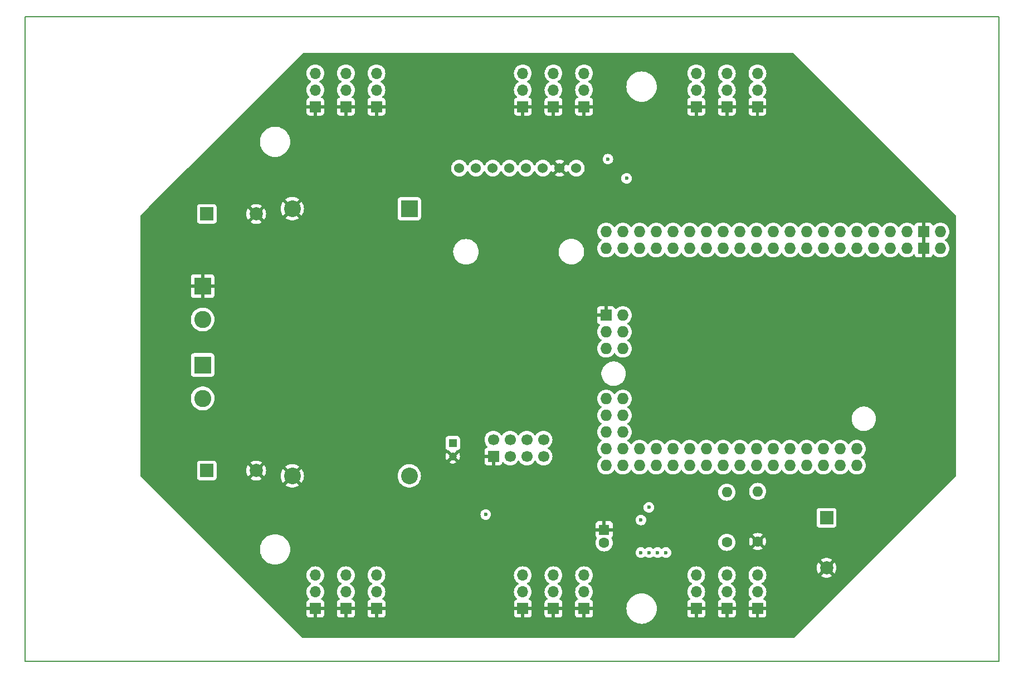
<source format=gbr>
%TF.GenerationSoftware,KiCad,Pcbnew,8.0.7*%
%TF.CreationDate,2025-07-10T17:57:33-04:00*%
%TF.ProjectId,_autosave-Hexapod V2,5f617574-6f73-4617-9665-2d4865786170,rev?*%
%TF.SameCoordinates,Original*%
%TF.FileFunction,Copper,L2,Inr*%
%TF.FilePolarity,Positive*%
%FSLAX46Y46*%
G04 Gerber Fmt 4.6, Leading zero omitted, Abs format (unit mm)*
G04 Created by KiCad (PCBNEW 8.0.7) date 2025-07-10 17:57:33*
%MOMM*%
%LPD*%
G01*
G04 APERTURE LIST*
%TA.AperFunction,NonConductor*%
%ADD10C,0.200000*%
%TD*%
%TA.AperFunction,ComponentPad*%
%ADD11R,1.700000X1.700000*%
%TD*%
%TA.AperFunction,ComponentPad*%
%ADD12O,1.700000X1.700000*%
%TD*%
%TA.AperFunction,ComponentPad*%
%ADD13R,2.600000X2.600000*%
%TD*%
%TA.AperFunction,ComponentPad*%
%ADD14C,2.600000*%
%TD*%
%TA.AperFunction,ComponentPad*%
%ADD15C,2.540000*%
%TD*%
%TA.AperFunction,ComponentPad*%
%ADD16R,2.540000X2.540000*%
%TD*%
%TA.AperFunction,ComponentPad*%
%ADD17R,1.200000X1.200000*%
%TD*%
%TA.AperFunction,ComponentPad*%
%ADD18C,1.200000*%
%TD*%
%TA.AperFunction,ComponentPad*%
%ADD19R,2.000000X2.000000*%
%TD*%
%TA.AperFunction,ComponentPad*%
%ADD20C,2.000000*%
%TD*%
%TA.AperFunction,ComponentPad*%
%ADD21R,1.600000X1.600000*%
%TD*%
%TA.AperFunction,ComponentPad*%
%ADD22C,1.600000*%
%TD*%
%TA.AperFunction,ComponentPad*%
%ADD23C,1.700000*%
%TD*%
%TA.AperFunction,ComponentPad*%
%ADD24O,1.727200X1.727200*%
%TD*%
%TA.AperFunction,ComponentPad*%
%ADD25R,1.727200X1.727200*%
%TD*%
%TA.AperFunction,ComponentPad*%
%ADD26O,1.600000X1.600000*%
%TD*%
%TA.AperFunction,ComponentPad*%
%ADD27C,1.524000*%
%TD*%
%TA.AperFunction,ViaPad*%
%ADD28C,0.600000*%
%TD*%
G04 APERTURE END LIST*
D10*
X68000000Y-40000000D02*
X216000000Y-40000000D01*
X216000000Y-138000000D01*
X68000000Y-138000000D01*
X68000000Y-40000000D01*
D11*
%TO.N,GND*%
%TO.C,Tibia*%
X143650000Y-53650000D03*
D12*
%TO.N,S+*%
X143650000Y-51110000D03*
%TO.N,S15*%
X143650000Y-48570000D03*
%TD*%
D13*
%TO.N,GND*%
%TO.C,J1*%
X95000000Y-80950000D03*
D14*
%TO.N,VIN*%
X95000000Y-86030000D03*
%TD*%
D11*
%TO.N,GND*%
%TO.C,Femur*%
X174650000Y-53650000D03*
D12*
%TO.N,S+*%
X174650000Y-51110000D03*
%TO.N,S11*%
X174650000Y-48570000D03*
%TD*%
D15*
%TO.N,GND*%
%TO.C,REF\u002A\u002A*%
X108610000Y-69170000D03*
X108610000Y-109810000D03*
%TO.N,S+*%
X126390000Y-109810000D03*
D16*
%TO.N,VIN*%
X126390000Y-69170000D03*
%TD*%
D17*
%TO.N,+3.3V*%
%TO.C,C3*%
X133000000Y-104839500D03*
D18*
%TO.N,GND*%
X133000000Y-106839500D03*
%TD*%
D19*
%TO.N,VIN*%
%TO.C,C5*%
X95625000Y-109000000D03*
D20*
%TO.N,GND*%
X103125000Y-109000000D03*
%TD*%
D19*
%TO.N,Buzzer*%
%TO.C,BZ1*%
X189800000Y-116200000D03*
D20*
%TO.N,GND*%
X189800000Y-123800000D03*
%TD*%
D11*
%TO.N,GND*%
%TO.C,Femur*%
X148300000Y-130000000D03*
D12*
%TO.N,S+*%
X148300000Y-127460000D03*
%TO.N,S5*%
X148300000Y-124920000D03*
%TD*%
D11*
%TO.N,GND*%
%TO.C,Coxa*%
X152950000Y-53650000D03*
D12*
%TO.N,S+*%
X152950000Y-51110000D03*
%TO.N,S13*%
X152950000Y-48570000D03*
%TD*%
D11*
%TO.N,GND*%
%TO.C,Coxa*%
X179300000Y-130000000D03*
D12*
%TO.N,S+*%
X179300000Y-127460000D03*
%TO.N,S1*%
X179300000Y-124920000D03*
%TD*%
D21*
%TO.N,GND*%
%TO.C,C7*%
X156000000Y-118000000D03*
D22*
%TO.N,+5V*%
X156000000Y-120000000D03*
%TD*%
D11*
%TO.N,GND*%
%TO.C,Femur*%
X174650000Y-130000000D03*
D12*
%TO.N,S+*%
X174650000Y-127460000D03*
%TO.N,S2*%
X174650000Y-124920000D03*
%TD*%
D11*
%TO.N,GND*%
%TO.C,Coxa*%
X179300000Y-53650000D03*
D12*
%TO.N,S+*%
X179300000Y-51110000D03*
%TO.N,S10*%
X179300000Y-48570000D03*
%TD*%
D11*
%TO.N,GND*%
%TO.C,Coxa*%
X121400000Y-53650000D03*
D12*
%TO.N,S+*%
X121400000Y-51110000D03*
%TO.N,S16*%
X121400000Y-48570000D03*
%TD*%
D11*
%TO.N,GND*%
%TO.C,Tibia*%
X112100000Y-130000000D03*
D12*
%TO.N,S+*%
X112100000Y-127460000D03*
%TO.N,S9*%
X112100000Y-124920000D03*
%TD*%
D11*
%TO.N,GND*%
%TO.C,Femur*%
X116750000Y-130000000D03*
D12*
%TO.N,S+*%
X116750000Y-127460000D03*
%TO.N,S8*%
X116750000Y-124920000D03*
%TD*%
D11*
%TO.N,GND*%
%TO.C,Tibia*%
X170000000Y-130000000D03*
D12*
%TO.N,S+*%
X170000000Y-127460000D03*
%TO.N,S3*%
X170000000Y-124920000D03*
%TD*%
D11*
%TO.N,GND*%
%TO.C,U2*%
X139175000Y-106839500D03*
D23*
%TO.N,+3.3V*%
X139175000Y-104299500D03*
%TO.N,CE*%
X141715000Y-106839500D03*
%TO.N,CSN*%
X141715000Y-104299500D03*
%TO.N,SCK*%
X144255000Y-106839500D03*
%TO.N,MOSI*%
X144255000Y-104299500D03*
%TO.N,MISO*%
X146795000Y-106839500D03*
%TO.N,unconnected-(U2-IRQ-Pad8)*%
X146795000Y-104299500D03*
%TD*%
D24*
%TO.N,+3.3V*%
%TO.C,A1*%
X199475000Y-75210000D03*
X199475000Y-72670000D03*
%TO.N,+5V*%
X202015000Y-75210000D03*
X156295000Y-90450000D03*
X202015000Y-72670000D03*
%TO.N,unconnected-(A1-PadA0)*%
X194395000Y-108230000D03*
%TO.N,unconnected-(A1-PadA1)*%
X194395000Y-105690000D03*
%TO.N,VD Reading*%
X191855000Y-108230000D03*
%TO.N,unconnected-(A1-PadA3)*%
X191855000Y-105690000D03*
%TO.N,Buzzer*%
X189315000Y-108230000D03*
%TO.N,unconnected-(A1-PadA5)*%
X189315000Y-105690000D03*
%TO.N,unconnected-(A1-PadA6)*%
X186775000Y-108230000D03*
%TO.N,unconnected-(A1-PadA7)*%
X186775000Y-105690000D03*
%TO.N,unconnected-(A1-PadA8)*%
X184235000Y-108230000D03*
%TO.N,unconnected-(A1-PadA9)*%
X184235000Y-105690000D03*
%TO.N,unconnected-(A1-PadA10)*%
X181695000Y-108230000D03*
%TO.N,unconnected-(A1-PadA11)*%
X181695000Y-105690000D03*
%TO.N,unconnected-(A1-PadA12)*%
X179155000Y-108230000D03*
%TO.N,unconnected-(A1-PadA13)*%
X179155000Y-105690000D03*
%TO.N,Current Reading*%
X176615000Y-108230000D03*
%TO.N,unconnected-(A1-PadA15)*%
X176615000Y-105690000D03*
%TO.N,unconnected-(A1-PadAREF)*%
X196935000Y-75210000D03*
%TO.N,unconnected-(A1-D0{slash}RX0-PadD0)*%
X194395000Y-75210000D03*
%TO.N,unconnected-(A1-D1{slash}TX0-PadD1)*%
X194395000Y-72670000D03*
%TO.N,unconnected-(A1-D2_INT0-PadD2)*%
X191855000Y-75210000D03*
%TO.N,unconnected-(A1-D3_INT1-PadD3)*%
X191855000Y-72670000D03*
%TO.N,LED1*%
X189315000Y-75210000D03*
%TO.N,unconnected-(A1-PadD5)*%
X189315000Y-72670000D03*
%TO.N,unconnected-(A1-PadD6)*%
X186775000Y-75210000D03*
%TO.N,S10*%
X186775000Y-72670000D03*
%TO.N,unconnected-(A1-PadD8)*%
X184235000Y-75210000D03*
%TO.N,S11*%
X184235000Y-72670000D03*
%TO.N,unconnected-(A1-PadD10)*%
X181695000Y-75210000D03*
%TO.N,S12*%
X181695000Y-72670000D03*
%TO.N,unconnected-(A1-PadD12)*%
X179155000Y-75210000D03*
%TO.N,S13*%
X179155000Y-72670000D03*
%TO.N,unconnected-(A1-D14{slash}TX3-PadD14)*%
X176615000Y-75210000D03*
%TO.N,unconnected-(A1-D15{slash}RX3-PadD15)*%
X176615000Y-72670000D03*
%TO.N,unconnected-(A1-D16{slash}TX2-PadD16)*%
X174075000Y-75210000D03*
%TO.N,unconnected-(A1-D17{slash}RX2-PadD17)*%
X174075000Y-72670000D03*
%TO.N,unconnected-(A1-D18{slash}TX1-PadD18)*%
X171535000Y-75210000D03*
%TO.N,unconnected-(A1-D19{slash}RX1-PadD19)*%
X171535000Y-72670000D03*
%TO.N,SDA*%
X168995000Y-75210000D03*
%TO.N,SCL*%
X168995000Y-72670000D03*
%TO.N,unconnected-(A1-PadD22)*%
X166455000Y-75210000D03*
%TO.N,S14*%
X166455000Y-72670000D03*
%TO.N,unconnected-(A1-PadD24)*%
X163915000Y-75210000D03*
%TO.N,S15*%
X163915000Y-72670000D03*
%TO.N,unconnected-(A1-PadD26)*%
X161375000Y-75210000D03*
%TO.N,S16*%
X161375000Y-72670000D03*
%TO.N,unconnected-(A1-PadD28)*%
X158835000Y-75210000D03*
%TO.N,S17*%
X158835000Y-72670000D03*
%TO.N,unconnected-(A1-PadD30)*%
X156295000Y-75210000D03*
%TO.N,S18*%
X156295000Y-72670000D03*
%TO.N,S1*%
X174075000Y-108230000D03*
%TO.N,unconnected-(A1-PadD33)*%
X174075000Y-105690000D03*
%TO.N,S2*%
X171535000Y-108230000D03*
%TO.N,unconnected-(A1-PadD35)*%
X171535000Y-105690000D03*
%TO.N,S3*%
X168995000Y-108230000D03*
%TO.N,unconnected-(A1-PadD37)*%
X168995000Y-105690000D03*
%TO.N,S4*%
X166455000Y-108230000D03*
%TO.N,unconnected-(A1-PadD39)*%
X166455000Y-105690000D03*
%TO.N,S5*%
X163915000Y-108230000D03*
%TO.N,unconnected-(A1-PadD41)*%
X163915000Y-105690000D03*
%TO.N,S6*%
X161375000Y-108230000D03*
%TO.N,unconnected-(A1-PadD43)*%
X161375000Y-105690000D03*
%TO.N,LED2*%
X158835000Y-108230000D03*
%TO.N,S7*%
X158835000Y-105690000D03*
%TO.N,S8*%
X156295000Y-108230000D03*
%TO.N,S9*%
X156295000Y-105690000D03*
%TO.N,CE*%
X156295000Y-103150000D03*
%TO.N,unconnected-(A1-PadD49)*%
X158835000Y-103150000D03*
%TO.N,MISO*%
X156295000Y-100610000D03*
%TO.N,MOSI*%
X158835000Y-100610000D03*
%TO.N,SCK*%
X156295000Y-98070000D03*
%TO.N,CSN*%
X158835000Y-98070000D03*
D25*
%TO.N,GND*%
X204555000Y-75210000D03*
X204555000Y-72670000D03*
X156295000Y-85370000D03*
D24*
%TO.N,unconnected-(A1-SPI_MISO-PadMISO)*%
X158835000Y-90450000D03*
%TO.N,unconnected-(A1-SPI_MOSI-PadMOSI)*%
X156295000Y-87910000D03*
%TO.N,unconnected-(A1-RESET-PadRST1)*%
X196935000Y-72670000D03*
%TO.N,unconnected-(A1-SPI_RESET-PadRST2)*%
X158835000Y-85370000D03*
%TO.N,unconnected-(A1-SPI_SCK-PadSCK)*%
X158835000Y-87910000D03*
%TO.N,VIN*%
X207095000Y-75210000D03*
X207095000Y-72670000D03*
%TD*%
D11*
%TO.N,GND*%
%TO.C,Tibia*%
X143650000Y-130000000D03*
D12*
%TO.N,S+*%
X143650000Y-127460000D03*
%TO.N,S6*%
X143650000Y-124920000D03*
%TD*%
D11*
%TO.N,GND*%
%TO.C,Coxa*%
X121400000Y-130000000D03*
D12*
%TO.N,S+*%
X121400000Y-127460000D03*
%TO.N,S7*%
X121400000Y-124920000D03*
%TD*%
D11*
%TO.N,GND*%
%TO.C,Coxa*%
X152950000Y-130000000D03*
D12*
%TO.N,S+*%
X152950000Y-127460000D03*
%TO.N,S4*%
X152950000Y-124920000D03*
%TD*%
D19*
%TO.N,VIN*%
%TO.C,C4*%
X95625000Y-69980000D03*
D20*
%TO.N,GND*%
X103125000Y-69980000D03*
%TD*%
D11*
%TO.N,GND*%
%TO.C,Tibia*%
X112100000Y-53650000D03*
D12*
%TO.N,S+*%
X112100000Y-51110000D03*
%TO.N,S18*%
X112100000Y-48570000D03*
%TD*%
D11*
%TO.N,GND*%
%TO.C,Tibia*%
X170000000Y-53650000D03*
D12*
%TO.N,S+*%
X170000000Y-51110000D03*
%TO.N,S12*%
X170000000Y-48570000D03*
%TD*%
D22*
%TO.N,GND*%
%TO.C,R2*%
X179337600Y-119790000D03*
D26*
%TO.N,VD Reading*%
X179337600Y-112170000D03*
%TD*%
D11*
%TO.N,GND*%
%TO.C,Femur*%
X148300000Y-53650000D03*
D12*
%TO.N,S+*%
X148300000Y-51110000D03*
%TO.N,S14*%
X148300000Y-48570000D03*
%TD*%
D27*
%TO.N,+3.3V*%
%TO.C,U1*%
X151780000Y-63000000D03*
%TO.N,GND*%
X149240000Y-63000000D03*
%TO.N,SCL*%
X146700000Y-63000000D03*
%TO.N,SDA*%
X144160000Y-63000000D03*
%TO.N,unconnected-(U1-XDA-Pad5)*%
X141620000Y-63000000D03*
%TO.N,unconnected-(U1-XCL-Pad6)*%
X139080000Y-63000000D03*
%TO.N,unconnected-(U1-ADD-Pad7)*%
X136540000Y-63000000D03*
%TO.N,unconnected-(U1-INT-Pad8)*%
X134000000Y-63000000D03*
%TD*%
D22*
%TO.N,VD Reading*%
%TO.C,R1*%
X174650000Y-119920000D03*
D26*
%TO.N,VIN*%
X174650000Y-112300000D03*
%TD*%
D13*
%TO.N,VIN*%
%TO.C,J1*%
X95000000Y-92950000D03*
D14*
X95000000Y-98030000D03*
%TD*%
D11*
%TO.N,GND*%
%TO.C,Femur*%
X116750000Y-53650000D03*
D12*
%TO.N,S+*%
X116750000Y-51110000D03*
%TO.N,S17*%
X116750000Y-48570000D03*
%TD*%
D28*
%TO.N,+5V*%
X161595000Y-116525000D03*
X138012500Y-115687500D03*
%TO.N,GND*%
X164450000Y-112650000D03*
X134850000Y-124450000D03*
X135025000Y-115650000D03*
X187840000Y-59670000D03*
%TO.N,VIN*%
X165405000Y-121475000D03*
X161595000Y-121475000D03*
X162865000Y-121475000D03*
X164135000Y-121475000D03*
%TO.N,SDA*%
X156579800Y-61635200D03*
%TO.N,SCL*%
X159419800Y-64560200D03*
%TO.N,Current Reading*%
X162800000Y-114600000D03*
%TD*%
%TA.AperFunction,Conductor*%
%TO.N,GND*%
G36*
X204805000Y-74767748D02*
G01*
X204751081Y-74736619D01*
X204621880Y-74702000D01*
X204488120Y-74702000D01*
X204358919Y-74736619D01*
X204305000Y-74767748D01*
X204305000Y-73112251D01*
X204358919Y-73143381D01*
X204488120Y-73178000D01*
X204621880Y-73178000D01*
X204751081Y-73143381D01*
X204805000Y-73112251D01*
X204805000Y-74767748D01*
G37*
%TD.AperFunction*%
%TA.AperFunction,Conductor*%
G36*
X184808363Y-45520185D02*
G01*
X184829005Y-45536819D01*
X209463181Y-70170995D01*
X209496666Y-70232318D01*
X209499500Y-70258676D01*
X209499500Y-109741324D01*
X209479815Y-109808363D01*
X209463181Y-109829005D01*
X184829005Y-134463181D01*
X184767682Y-134496666D01*
X184741324Y-134499500D01*
X110258676Y-134499500D01*
X110191637Y-134479815D01*
X110170995Y-134463181D01*
X100627813Y-124919999D01*
X110744341Y-124919999D01*
X110744341Y-124920000D01*
X110764936Y-125155403D01*
X110764938Y-125155413D01*
X110826094Y-125383655D01*
X110826096Y-125383659D01*
X110826097Y-125383663D01*
X110925965Y-125597830D01*
X110925967Y-125597834D01*
X111061501Y-125791395D01*
X111061506Y-125791402D01*
X111228597Y-125958493D01*
X111228603Y-125958498D01*
X111414158Y-126088425D01*
X111457783Y-126143002D01*
X111464977Y-126212500D01*
X111433454Y-126274855D01*
X111414158Y-126291575D01*
X111228597Y-126421505D01*
X111061505Y-126588597D01*
X110925965Y-126782169D01*
X110925964Y-126782171D01*
X110826098Y-126996335D01*
X110826094Y-126996344D01*
X110764938Y-127224586D01*
X110764936Y-127224596D01*
X110744341Y-127459999D01*
X110744341Y-127460000D01*
X110764936Y-127695403D01*
X110764938Y-127695413D01*
X110826094Y-127923655D01*
X110826096Y-127923659D01*
X110826097Y-127923663D01*
X110925965Y-128137830D01*
X110925967Y-128137834D01*
X110949173Y-128170975D01*
X111061501Y-128331396D01*
X111061506Y-128331402D01*
X111183818Y-128453714D01*
X111217303Y-128515037D01*
X111212319Y-128584729D01*
X111170447Y-128640662D01*
X111139471Y-128657577D01*
X111007912Y-128706646D01*
X111007906Y-128706649D01*
X110892812Y-128792809D01*
X110892809Y-128792812D01*
X110806649Y-128907906D01*
X110806645Y-128907913D01*
X110756403Y-129042620D01*
X110756401Y-129042627D01*
X110750000Y-129102155D01*
X110750000Y-129750000D01*
X111666988Y-129750000D01*
X111634075Y-129807007D01*
X111600000Y-129934174D01*
X111600000Y-130065826D01*
X111634075Y-130192993D01*
X111666988Y-130250000D01*
X110750000Y-130250000D01*
X110750000Y-130897844D01*
X110756401Y-130957372D01*
X110756403Y-130957379D01*
X110806645Y-131092086D01*
X110806649Y-131092093D01*
X110892809Y-131207187D01*
X110892812Y-131207190D01*
X111007906Y-131293350D01*
X111007913Y-131293354D01*
X111142620Y-131343596D01*
X111142627Y-131343598D01*
X111202155Y-131349999D01*
X111202172Y-131350000D01*
X111850000Y-131350000D01*
X111850000Y-130433012D01*
X111907007Y-130465925D01*
X112034174Y-130500000D01*
X112165826Y-130500000D01*
X112292993Y-130465925D01*
X112350000Y-130433012D01*
X112350000Y-131350000D01*
X112997828Y-131350000D01*
X112997844Y-131349999D01*
X113057372Y-131343598D01*
X113057379Y-131343596D01*
X113192086Y-131293354D01*
X113192093Y-131293350D01*
X113307187Y-131207190D01*
X113307190Y-131207187D01*
X113393350Y-131092093D01*
X113393354Y-131092086D01*
X113443596Y-130957379D01*
X113443598Y-130957372D01*
X113449999Y-130897844D01*
X113450000Y-130897827D01*
X113450000Y-130250000D01*
X112533012Y-130250000D01*
X112565925Y-130192993D01*
X112600000Y-130065826D01*
X112600000Y-129934174D01*
X112565925Y-129807007D01*
X112533012Y-129750000D01*
X113450000Y-129750000D01*
X113450000Y-129102172D01*
X113449999Y-129102155D01*
X113443598Y-129042627D01*
X113443596Y-129042620D01*
X113393354Y-128907913D01*
X113393350Y-128907906D01*
X113307190Y-128792812D01*
X113307187Y-128792809D01*
X113192093Y-128706649D01*
X113192088Y-128706646D01*
X113060528Y-128657577D01*
X113004595Y-128615705D01*
X112980178Y-128550241D01*
X112995030Y-128481968D01*
X113016175Y-128453720D01*
X113138495Y-128331401D01*
X113274035Y-128137830D01*
X113373903Y-127923663D01*
X113435063Y-127695408D01*
X113455659Y-127460000D01*
X113435063Y-127224592D01*
X113373903Y-126996337D01*
X113274035Y-126782171D01*
X113138495Y-126588599D01*
X113138494Y-126588597D01*
X112971402Y-126421506D01*
X112971396Y-126421501D01*
X112785842Y-126291575D01*
X112742217Y-126236998D01*
X112735023Y-126167500D01*
X112766546Y-126105145D01*
X112785842Y-126088425D01*
X112808026Y-126072891D01*
X112971401Y-125958495D01*
X113138495Y-125791401D01*
X113274035Y-125597830D01*
X113373903Y-125383663D01*
X113435063Y-125155408D01*
X113455659Y-124920000D01*
X113455659Y-124919999D01*
X115394341Y-124919999D01*
X115394341Y-124920000D01*
X115414936Y-125155403D01*
X115414938Y-125155413D01*
X115476094Y-125383655D01*
X115476096Y-125383659D01*
X115476097Y-125383663D01*
X115575965Y-125597830D01*
X115575967Y-125597834D01*
X115711501Y-125791395D01*
X115711506Y-125791402D01*
X115878597Y-125958493D01*
X115878603Y-125958498D01*
X116064158Y-126088425D01*
X116107783Y-126143002D01*
X116114977Y-126212500D01*
X116083454Y-126274855D01*
X116064158Y-126291575D01*
X115878597Y-126421505D01*
X115711505Y-126588597D01*
X115575965Y-126782169D01*
X115575964Y-126782171D01*
X115476098Y-126996335D01*
X115476094Y-126996344D01*
X115414938Y-127224586D01*
X115414936Y-127224596D01*
X115394341Y-127459999D01*
X115394341Y-127460000D01*
X115414936Y-127695403D01*
X115414938Y-127695413D01*
X115476094Y-127923655D01*
X115476096Y-127923659D01*
X115476097Y-127923663D01*
X115575965Y-128137830D01*
X115575967Y-128137834D01*
X115599173Y-128170975D01*
X115711501Y-128331396D01*
X115711506Y-128331402D01*
X115833818Y-128453714D01*
X115867303Y-128515037D01*
X115862319Y-128584729D01*
X115820447Y-128640662D01*
X115789471Y-128657577D01*
X115657912Y-128706646D01*
X115657906Y-128706649D01*
X115542812Y-128792809D01*
X115542809Y-128792812D01*
X115456649Y-128907906D01*
X115456645Y-128907913D01*
X115406403Y-129042620D01*
X115406401Y-129042627D01*
X115400000Y-129102155D01*
X115400000Y-129750000D01*
X116316988Y-129750000D01*
X116284075Y-129807007D01*
X116250000Y-129934174D01*
X116250000Y-130065826D01*
X116284075Y-130192993D01*
X116316988Y-130250000D01*
X115400000Y-130250000D01*
X115400000Y-130897844D01*
X115406401Y-130957372D01*
X115406403Y-130957379D01*
X115456645Y-131092086D01*
X115456649Y-131092093D01*
X115542809Y-131207187D01*
X115542812Y-131207190D01*
X115657906Y-131293350D01*
X115657913Y-131293354D01*
X115792620Y-131343596D01*
X115792627Y-131343598D01*
X115852155Y-131349999D01*
X115852172Y-131350000D01*
X116500000Y-131350000D01*
X116500000Y-130433012D01*
X116557007Y-130465925D01*
X116684174Y-130500000D01*
X116815826Y-130500000D01*
X116942993Y-130465925D01*
X117000000Y-130433012D01*
X117000000Y-131350000D01*
X117647828Y-131350000D01*
X117647844Y-131349999D01*
X117707372Y-131343598D01*
X117707379Y-131343596D01*
X117842086Y-131293354D01*
X117842093Y-131293350D01*
X117957187Y-131207190D01*
X117957190Y-131207187D01*
X118043350Y-131092093D01*
X118043354Y-131092086D01*
X118093596Y-130957379D01*
X118093598Y-130957372D01*
X118099999Y-130897844D01*
X118100000Y-130897827D01*
X118100000Y-130250000D01*
X117183012Y-130250000D01*
X117215925Y-130192993D01*
X117250000Y-130065826D01*
X117250000Y-129934174D01*
X117215925Y-129807007D01*
X117183012Y-129750000D01*
X118100000Y-129750000D01*
X118100000Y-129102172D01*
X118099999Y-129102155D01*
X118093598Y-129042627D01*
X118093596Y-129042620D01*
X118043354Y-128907913D01*
X118043350Y-128907906D01*
X117957190Y-128792812D01*
X117957187Y-128792809D01*
X117842093Y-128706649D01*
X117842088Y-128706646D01*
X117710528Y-128657577D01*
X117654595Y-128615705D01*
X117630178Y-128550241D01*
X117645030Y-128481968D01*
X117666175Y-128453720D01*
X117788495Y-128331401D01*
X117924035Y-128137830D01*
X118023903Y-127923663D01*
X118085063Y-127695408D01*
X118105659Y-127460000D01*
X118085063Y-127224592D01*
X118023903Y-126996337D01*
X117924035Y-126782171D01*
X117788495Y-126588599D01*
X117788494Y-126588597D01*
X117621402Y-126421506D01*
X117621396Y-126421501D01*
X117435842Y-126291575D01*
X117392217Y-126236998D01*
X117385023Y-126167500D01*
X117416546Y-126105145D01*
X117435842Y-126088425D01*
X117458026Y-126072891D01*
X117621401Y-125958495D01*
X117788495Y-125791401D01*
X117924035Y-125597830D01*
X118023903Y-125383663D01*
X118085063Y-125155408D01*
X118105659Y-124920000D01*
X118105659Y-124919999D01*
X120044341Y-124919999D01*
X120044341Y-124920000D01*
X120064936Y-125155403D01*
X120064938Y-125155413D01*
X120126094Y-125383655D01*
X120126096Y-125383659D01*
X120126097Y-125383663D01*
X120225965Y-125597830D01*
X120225967Y-125597834D01*
X120361501Y-125791395D01*
X120361506Y-125791402D01*
X120528597Y-125958493D01*
X120528603Y-125958498D01*
X120714158Y-126088425D01*
X120757783Y-126143002D01*
X120764977Y-126212500D01*
X120733454Y-126274855D01*
X120714158Y-126291575D01*
X120528597Y-126421505D01*
X120361505Y-126588597D01*
X120225965Y-126782169D01*
X120225964Y-126782171D01*
X120126098Y-126996335D01*
X120126094Y-126996344D01*
X120064938Y-127224586D01*
X120064936Y-127224596D01*
X120044341Y-127459999D01*
X120044341Y-127460000D01*
X120064936Y-127695403D01*
X120064938Y-127695413D01*
X120126094Y-127923655D01*
X120126096Y-127923659D01*
X120126097Y-127923663D01*
X120225965Y-128137830D01*
X120225967Y-128137834D01*
X120249173Y-128170975D01*
X120361501Y-128331396D01*
X120361506Y-128331402D01*
X120483818Y-128453714D01*
X120517303Y-128515037D01*
X120512319Y-128584729D01*
X120470447Y-128640662D01*
X120439471Y-128657577D01*
X120307912Y-128706646D01*
X120307906Y-128706649D01*
X120192812Y-128792809D01*
X120192809Y-128792812D01*
X120106649Y-128907906D01*
X120106645Y-128907913D01*
X120056403Y-129042620D01*
X120056401Y-129042627D01*
X120050000Y-129102155D01*
X120050000Y-129750000D01*
X120966988Y-129750000D01*
X120934075Y-129807007D01*
X120900000Y-129934174D01*
X120900000Y-130065826D01*
X120934075Y-130192993D01*
X120966988Y-130250000D01*
X120050000Y-130250000D01*
X120050000Y-130897844D01*
X120056401Y-130957372D01*
X120056403Y-130957379D01*
X120106645Y-131092086D01*
X120106649Y-131092093D01*
X120192809Y-131207187D01*
X120192812Y-131207190D01*
X120307906Y-131293350D01*
X120307913Y-131293354D01*
X120442620Y-131343596D01*
X120442627Y-131343598D01*
X120502155Y-131349999D01*
X120502172Y-131350000D01*
X121150000Y-131350000D01*
X121150000Y-130433012D01*
X121207007Y-130465925D01*
X121334174Y-130500000D01*
X121465826Y-130500000D01*
X121592993Y-130465925D01*
X121650000Y-130433012D01*
X121650000Y-131350000D01*
X122297828Y-131350000D01*
X122297844Y-131349999D01*
X122357372Y-131343598D01*
X122357379Y-131343596D01*
X122492086Y-131293354D01*
X122492093Y-131293350D01*
X122607187Y-131207190D01*
X122607190Y-131207187D01*
X122693350Y-131092093D01*
X122693354Y-131092086D01*
X122743596Y-130957379D01*
X122743598Y-130957372D01*
X122749999Y-130897844D01*
X122750000Y-130897827D01*
X122750000Y-130250000D01*
X121833012Y-130250000D01*
X121865925Y-130192993D01*
X121900000Y-130065826D01*
X121900000Y-129934174D01*
X121865925Y-129807007D01*
X121833012Y-129750000D01*
X122750000Y-129750000D01*
X122750000Y-129102172D01*
X122749999Y-129102155D01*
X122743598Y-129042627D01*
X122743596Y-129042620D01*
X122693354Y-128907913D01*
X122693350Y-128907906D01*
X122607190Y-128792812D01*
X122607187Y-128792809D01*
X122492093Y-128706649D01*
X122492088Y-128706646D01*
X122360528Y-128657577D01*
X122304595Y-128615705D01*
X122280178Y-128550241D01*
X122295030Y-128481968D01*
X122316175Y-128453720D01*
X122438495Y-128331401D01*
X122574035Y-128137830D01*
X122673903Y-127923663D01*
X122735063Y-127695408D01*
X122755659Y-127460000D01*
X122735063Y-127224592D01*
X122673903Y-126996337D01*
X122574035Y-126782171D01*
X122438495Y-126588599D01*
X122438494Y-126588597D01*
X122271402Y-126421506D01*
X122271396Y-126421501D01*
X122085842Y-126291575D01*
X122042217Y-126236998D01*
X122035023Y-126167500D01*
X122066546Y-126105145D01*
X122085842Y-126088425D01*
X122108026Y-126072891D01*
X122271401Y-125958495D01*
X122438495Y-125791401D01*
X122574035Y-125597830D01*
X122673903Y-125383663D01*
X122735063Y-125155408D01*
X122755659Y-124920000D01*
X122755659Y-124919999D01*
X142294341Y-124919999D01*
X142294341Y-124920000D01*
X142314936Y-125155403D01*
X142314938Y-125155413D01*
X142376094Y-125383655D01*
X142376096Y-125383659D01*
X142376097Y-125383663D01*
X142475965Y-125597830D01*
X142475967Y-125597834D01*
X142611501Y-125791395D01*
X142611506Y-125791402D01*
X142778597Y-125958493D01*
X142778603Y-125958498D01*
X142964158Y-126088425D01*
X143007783Y-126143002D01*
X143014977Y-126212500D01*
X142983454Y-126274855D01*
X142964158Y-126291575D01*
X142778597Y-126421505D01*
X142611505Y-126588597D01*
X142475965Y-126782169D01*
X142475964Y-126782171D01*
X142376098Y-126996335D01*
X142376094Y-126996344D01*
X142314938Y-127224586D01*
X142314936Y-127224596D01*
X142294341Y-127459999D01*
X142294341Y-127460000D01*
X142314936Y-127695403D01*
X142314938Y-127695413D01*
X142376094Y-127923655D01*
X142376096Y-127923659D01*
X142376097Y-127923663D01*
X142475965Y-128137830D01*
X142475967Y-128137834D01*
X142499173Y-128170975D01*
X142611501Y-128331396D01*
X142611506Y-128331402D01*
X142733818Y-128453714D01*
X142767303Y-128515037D01*
X142762319Y-128584729D01*
X142720447Y-128640662D01*
X142689471Y-128657577D01*
X142557912Y-128706646D01*
X142557906Y-128706649D01*
X142442812Y-128792809D01*
X142442809Y-128792812D01*
X142356649Y-128907906D01*
X142356645Y-128907913D01*
X142306403Y-129042620D01*
X142306401Y-129042627D01*
X142300000Y-129102155D01*
X142300000Y-129750000D01*
X143216988Y-129750000D01*
X143184075Y-129807007D01*
X143150000Y-129934174D01*
X143150000Y-130065826D01*
X143184075Y-130192993D01*
X143216988Y-130250000D01*
X142300000Y-130250000D01*
X142300000Y-130897844D01*
X142306401Y-130957372D01*
X142306403Y-130957379D01*
X142356645Y-131092086D01*
X142356649Y-131092093D01*
X142442809Y-131207187D01*
X142442812Y-131207190D01*
X142557906Y-131293350D01*
X142557913Y-131293354D01*
X142692620Y-131343596D01*
X142692627Y-131343598D01*
X142752155Y-131349999D01*
X142752172Y-131350000D01*
X143400000Y-131350000D01*
X143400000Y-130433012D01*
X143457007Y-130465925D01*
X143584174Y-130500000D01*
X143715826Y-130500000D01*
X143842993Y-130465925D01*
X143900000Y-130433012D01*
X143900000Y-131350000D01*
X144547828Y-131350000D01*
X144547844Y-131349999D01*
X144607372Y-131343598D01*
X144607379Y-131343596D01*
X144742086Y-131293354D01*
X144742093Y-131293350D01*
X144857187Y-131207190D01*
X144857190Y-131207187D01*
X144943350Y-131092093D01*
X144943354Y-131092086D01*
X144993596Y-130957379D01*
X144993598Y-130957372D01*
X144999999Y-130897844D01*
X145000000Y-130897827D01*
X145000000Y-130250000D01*
X144083012Y-130250000D01*
X144115925Y-130192993D01*
X144150000Y-130065826D01*
X144150000Y-129934174D01*
X144115925Y-129807007D01*
X144083012Y-129750000D01*
X145000000Y-129750000D01*
X145000000Y-129102172D01*
X144999999Y-129102155D01*
X144993598Y-129042627D01*
X144993596Y-129042620D01*
X144943354Y-128907913D01*
X144943350Y-128907906D01*
X144857190Y-128792812D01*
X144857187Y-128792809D01*
X144742093Y-128706649D01*
X144742088Y-128706646D01*
X144610528Y-128657577D01*
X144554595Y-128615705D01*
X144530178Y-128550241D01*
X144545030Y-128481968D01*
X144566175Y-128453720D01*
X144688495Y-128331401D01*
X144824035Y-128137830D01*
X144923903Y-127923663D01*
X144985063Y-127695408D01*
X145005659Y-127460000D01*
X144985063Y-127224592D01*
X144923903Y-126996337D01*
X144824035Y-126782171D01*
X144688495Y-126588599D01*
X144688494Y-126588597D01*
X144521402Y-126421506D01*
X144521396Y-126421501D01*
X144335842Y-126291575D01*
X144292217Y-126236998D01*
X144285023Y-126167500D01*
X144316546Y-126105145D01*
X144335842Y-126088425D01*
X144358026Y-126072891D01*
X144521401Y-125958495D01*
X144688495Y-125791401D01*
X144824035Y-125597830D01*
X144923903Y-125383663D01*
X144985063Y-125155408D01*
X145005659Y-124920000D01*
X145005659Y-124919999D01*
X146944341Y-124919999D01*
X146944341Y-124920000D01*
X146964936Y-125155403D01*
X146964938Y-125155413D01*
X147026094Y-125383655D01*
X147026096Y-125383659D01*
X147026097Y-125383663D01*
X147125965Y-125597830D01*
X147125967Y-125597834D01*
X147261501Y-125791395D01*
X147261506Y-125791402D01*
X147428597Y-125958493D01*
X147428603Y-125958498D01*
X147614158Y-126088425D01*
X147657783Y-126143002D01*
X147664977Y-126212500D01*
X147633454Y-126274855D01*
X147614158Y-126291575D01*
X147428597Y-126421505D01*
X147261505Y-126588597D01*
X147125965Y-126782169D01*
X147125964Y-126782171D01*
X147026098Y-126996335D01*
X147026094Y-126996344D01*
X146964938Y-127224586D01*
X146964936Y-127224596D01*
X146944341Y-127459999D01*
X146944341Y-127460000D01*
X146964936Y-127695403D01*
X146964938Y-127695413D01*
X147026094Y-127923655D01*
X147026096Y-127923659D01*
X147026097Y-127923663D01*
X147125965Y-128137830D01*
X147125967Y-128137834D01*
X147149173Y-128170975D01*
X147261501Y-128331396D01*
X147261506Y-128331402D01*
X147383818Y-128453714D01*
X147417303Y-128515037D01*
X147412319Y-128584729D01*
X147370447Y-128640662D01*
X147339471Y-128657577D01*
X147207912Y-128706646D01*
X147207906Y-128706649D01*
X147092812Y-128792809D01*
X147092809Y-128792812D01*
X147006649Y-128907906D01*
X147006645Y-128907913D01*
X146956403Y-129042620D01*
X146956401Y-129042627D01*
X146950000Y-129102155D01*
X146950000Y-129750000D01*
X147866988Y-129750000D01*
X147834075Y-129807007D01*
X147800000Y-129934174D01*
X147800000Y-130065826D01*
X147834075Y-130192993D01*
X147866988Y-130250000D01*
X146950000Y-130250000D01*
X146950000Y-130897844D01*
X146956401Y-130957372D01*
X146956403Y-130957379D01*
X147006645Y-131092086D01*
X147006649Y-131092093D01*
X147092809Y-131207187D01*
X147092812Y-131207190D01*
X147207906Y-131293350D01*
X147207913Y-131293354D01*
X147342620Y-131343596D01*
X147342627Y-131343598D01*
X147402155Y-131349999D01*
X147402172Y-131350000D01*
X148050000Y-131350000D01*
X148050000Y-130433012D01*
X148107007Y-130465925D01*
X148234174Y-130500000D01*
X148365826Y-130500000D01*
X148492993Y-130465925D01*
X148550000Y-130433012D01*
X148550000Y-131350000D01*
X149197828Y-131350000D01*
X149197844Y-131349999D01*
X149257372Y-131343598D01*
X149257379Y-131343596D01*
X149392086Y-131293354D01*
X149392093Y-131293350D01*
X149507187Y-131207190D01*
X149507190Y-131207187D01*
X149593350Y-131092093D01*
X149593354Y-131092086D01*
X149643596Y-130957379D01*
X149643598Y-130957372D01*
X149649999Y-130897844D01*
X149650000Y-130897827D01*
X149650000Y-130250000D01*
X148733012Y-130250000D01*
X148765925Y-130192993D01*
X148800000Y-130065826D01*
X148800000Y-129934174D01*
X148765925Y-129807007D01*
X148733012Y-129750000D01*
X149650000Y-129750000D01*
X149650000Y-129102172D01*
X149649999Y-129102155D01*
X149643598Y-129042627D01*
X149643596Y-129042620D01*
X149593354Y-128907913D01*
X149593350Y-128907906D01*
X149507190Y-128792812D01*
X149507187Y-128792809D01*
X149392093Y-128706649D01*
X149392088Y-128706646D01*
X149260528Y-128657577D01*
X149204595Y-128615705D01*
X149180178Y-128550241D01*
X149195030Y-128481968D01*
X149216175Y-128453720D01*
X149338495Y-128331401D01*
X149474035Y-128137830D01*
X149573903Y-127923663D01*
X149635063Y-127695408D01*
X149655659Y-127460000D01*
X149635063Y-127224592D01*
X149573903Y-126996337D01*
X149474035Y-126782171D01*
X149338495Y-126588599D01*
X149338494Y-126588597D01*
X149171402Y-126421506D01*
X149171396Y-126421501D01*
X148985842Y-126291575D01*
X148942217Y-126236998D01*
X148935023Y-126167500D01*
X148966546Y-126105145D01*
X148985842Y-126088425D01*
X149008026Y-126072891D01*
X149171401Y-125958495D01*
X149338495Y-125791401D01*
X149474035Y-125597830D01*
X149573903Y-125383663D01*
X149635063Y-125155408D01*
X149655659Y-124920000D01*
X149655659Y-124919999D01*
X151594341Y-124919999D01*
X151594341Y-124920000D01*
X151614936Y-125155403D01*
X151614938Y-125155413D01*
X151676094Y-125383655D01*
X151676096Y-125383659D01*
X151676097Y-125383663D01*
X151775965Y-125597830D01*
X151775967Y-125597834D01*
X151911501Y-125791395D01*
X151911506Y-125791402D01*
X152078597Y-125958493D01*
X152078603Y-125958498D01*
X152264158Y-126088425D01*
X152307783Y-126143002D01*
X152314977Y-126212500D01*
X152283454Y-126274855D01*
X152264158Y-126291575D01*
X152078597Y-126421505D01*
X151911505Y-126588597D01*
X151775965Y-126782169D01*
X151775964Y-126782171D01*
X151676098Y-126996335D01*
X151676094Y-126996344D01*
X151614938Y-127224586D01*
X151614936Y-127224596D01*
X151594341Y-127459999D01*
X151594341Y-127460000D01*
X151614936Y-127695403D01*
X151614938Y-127695413D01*
X151676094Y-127923655D01*
X151676096Y-127923659D01*
X151676097Y-127923663D01*
X151775965Y-128137830D01*
X151775967Y-128137834D01*
X151799173Y-128170975D01*
X151911501Y-128331396D01*
X151911506Y-128331402D01*
X152033818Y-128453714D01*
X152067303Y-128515037D01*
X152062319Y-128584729D01*
X152020447Y-128640662D01*
X151989471Y-128657577D01*
X151857912Y-128706646D01*
X151857906Y-128706649D01*
X151742812Y-128792809D01*
X151742809Y-128792812D01*
X151656649Y-128907906D01*
X151656645Y-128907913D01*
X151606403Y-129042620D01*
X151606401Y-129042627D01*
X151600000Y-129102155D01*
X151600000Y-129750000D01*
X152516988Y-129750000D01*
X152484075Y-129807007D01*
X152450000Y-129934174D01*
X152450000Y-130065826D01*
X152484075Y-130192993D01*
X152516988Y-130250000D01*
X151600000Y-130250000D01*
X151600000Y-130897844D01*
X151606401Y-130957372D01*
X151606403Y-130957379D01*
X151656645Y-131092086D01*
X151656649Y-131092093D01*
X151742809Y-131207187D01*
X151742812Y-131207190D01*
X151857906Y-131293350D01*
X151857913Y-131293354D01*
X151992620Y-131343596D01*
X151992627Y-131343598D01*
X152052155Y-131349999D01*
X152052172Y-131350000D01*
X152700000Y-131350000D01*
X152700000Y-130433012D01*
X152757007Y-130465925D01*
X152884174Y-130500000D01*
X153015826Y-130500000D01*
X153142993Y-130465925D01*
X153200000Y-130433012D01*
X153200000Y-131350000D01*
X153847828Y-131350000D01*
X153847844Y-131349999D01*
X153907372Y-131343598D01*
X153907379Y-131343596D01*
X154042086Y-131293354D01*
X154042093Y-131293350D01*
X154157187Y-131207190D01*
X154157190Y-131207187D01*
X154243350Y-131092093D01*
X154243354Y-131092086D01*
X154293596Y-130957379D01*
X154293598Y-130957372D01*
X154299999Y-130897844D01*
X154300000Y-130897827D01*
X154300000Y-130250000D01*
X153383012Y-130250000D01*
X153415925Y-130192993D01*
X153450000Y-130065826D01*
X153450000Y-130000000D01*
X159394564Y-130000000D01*
X159414287Y-130300918D01*
X159414288Y-130300930D01*
X159473118Y-130596683D01*
X159473122Y-130596698D01*
X159570053Y-130882247D01*
X159570062Y-130882268D01*
X159703431Y-131152713D01*
X159703435Y-131152720D01*
X159870973Y-131403459D01*
X160069810Y-131630189D01*
X160296540Y-131829026D01*
X160547279Y-131996564D01*
X160547286Y-131996568D01*
X160817731Y-132129937D01*
X160817736Y-132129939D01*
X160817748Y-132129945D01*
X161103309Y-132226880D01*
X161303251Y-132266651D01*
X161399069Y-132285711D01*
X161399070Y-132285711D01*
X161399080Y-132285713D01*
X161700000Y-132305436D01*
X162000920Y-132285713D01*
X162296691Y-132226880D01*
X162582252Y-132129945D01*
X162852718Y-131996566D01*
X163103461Y-131829025D01*
X163330189Y-131630189D01*
X163529025Y-131403461D01*
X163696566Y-131152718D01*
X163829945Y-130882252D01*
X163926880Y-130596691D01*
X163985713Y-130300920D01*
X164005436Y-130000000D01*
X163985713Y-129699080D01*
X163926880Y-129403309D01*
X163829945Y-129117748D01*
X163822255Y-129102155D01*
X163696568Y-128847286D01*
X163696564Y-128847279D01*
X163529026Y-128596540D01*
X163330189Y-128369810D01*
X163103459Y-128170973D01*
X162852720Y-128003435D01*
X162852713Y-128003431D01*
X162582268Y-127870062D01*
X162582247Y-127870053D01*
X162296698Y-127773122D01*
X162296692Y-127773120D01*
X162296691Y-127773120D01*
X162296689Y-127773119D01*
X162296683Y-127773118D01*
X162000930Y-127714288D01*
X162000921Y-127714287D01*
X162000920Y-127714287D01*
X161700000Y-127694564D01*
X161399080Y-127714287D01*
X161399079Y-127714287D01*
X161399069Y-127714288D01*
X161103316Y-127773118D01*
X161103301Y-127773122D01*
X160817752Y-127870053D01*
X160817731Y-127870062D01*
X160547286Y-128003431D01*
X160547279Y-128003435D01*
X160296540Y-128170973D01*
X160069810Y-128369810D01*
X159870973Y-128596540D01*
X159703435Y-128847279D01*
X159703431Y-128847286D01*
X159570062Y-129117731D01*
X159570053Y-129117752D01*
X159473122Y-129403301D01*
X159473118Y-129403316D01*
X159414288Y-129699069D01*
X159414287Y-129699081D01*
X159394564Y-130000000D01*
X153450000Y-130000000D01*
X153450000Y-129934174D01*
X153415925Y-129807007D01*
X153383012Y-129750000D01*
X154300000Y-129750000D01*
X154300000Y-129102172D01*
X154299999Y-129102155D01*
X154293598Y-129042627D01*
X154293596Y-129042620D01*
X154243354Y-128907913D01*
X154243350Y-128907906D01*
X154157190Y-128792812D01*
X154157187Y-128792809D01*
X154042093Y-128706649D01*
X154042088Y-128706646D01*
X153910528Y-128657577D01*
X153854595Y-128615705D01*
X153830178Y-128550241D01*
X153845030Y-128481968D01*
X153866175Y-128453720D01*
X153988495Y-128331401D01*
X154124035Y-128137830D01*
X154223903Y-127923663D01*
X154285063Y-127695408D01*
X154305659Y-127460000D01*
X154285063Y-127224592D01*
X154223903Y-126996337D01*
X154124035Y-126782171D01*
X153988495Y-126588599D01*
X153988494Y-126588597D01*
X153821402Y-126421506D01*
X153821396Y-126421501D01*
X153635842Y-126291575D01*
X153592217Y-126236998D01*
X153585023Y-126167500D01*
X153616546Y-126105145D01*
X153635842Y-126088425D01*
X153658026Y-126072891D01*
X153821401Y-125958495D01*
X153988495Y-125791401D01*
X154124035Y-125597830D01*
X154223903Y-125383663D01*
X154285063Y-125155408D01*
X154305659Y-124920000D01*
X154305659Y-124919999D01*
X168644341Y-124919999D01*
X168644341Y-124920000D01*
X168664936Y-125155403D01*
X168664938Y-125155413D01*
X168726094Y-125383655D01*
X168726096Y-125383659D01*
X168726097Y-125383663D01*
X168825965Y-125597830D01*
X168825967Y-125597834D01*
X168961501Y-125791395D01*
X168961506Y-125791402D01*
X169128597Y-125958493D01*
X169128603Y-125958498D01*
X169314158Y-126088425D01*
X169357783Y-126143002D01*
X169364977Y-126212500D01*
X169333454Y-126274855D01*
X169314158Y-126291575D01*
X169128597Y-126421505D01*
X168961505Y-126588597D01*
X168825965Y-126782169D01*
X168825964Y-126782171D01*
X168726098Y-126996335D01*
X168726094Y-126996344D01*
X168664938Y-127224586D01*
X168664936Y-127224596D01*
X168644341Y-127459999D01*
X168644341Y-127460000D01*
X168664936Y-127695403D01*
X168664938Y-127695413D01*
X168726094Y-127923655D01*
X168726096Y-127923659D01*
X168726097Y-127923663D01*
X168825965Y-128137830D01*
X168825967Y-128137834D01*
X168849173Y-128170975D01*
X168961501Y-128331396D01*
X168961506Y-128331402D01*
X169083818Y-128453714D01*
X169117303Y-128515037D01*
X169112319Y-128584729D01*
X169070447Y-128640662D01*
X169039471Y-128657577D01*
X168907912Y-128706646D01*
X168907906Y-128706649D01*
X168792812Y-128792809D01*
X168792809Y-128792812D01*
X168706649Y-128907906D01*
X168706645Y-128907913D01*
X168656403Y-129042620D01*
X168656401Y-129042627D01*
X168650000Y-129102155D01*
X168650000Y-129750000D01*
X169566988Y-129750000D01*
X169534075Y-129807007D01*
X169500000Y-129934174D01*
X169500000Y-130065826D01*
X169534075Y-130192993D01*
X169566988Y-130250000D01*
X168650000Y-130250000D01*
X168650000Y-130897844D01*
X168656401Y-130957372D01*
X168656403Y-130957379D01*
X168706645Y-131092086D01*
X168706649Y-131092093D01*
X168792809Y-131207187D01*
X168792812Y-131207190D01*
X168907906Y-131293350D01*
X168907913Y-131293354D01*
X169042620Y-131343596D01*
X169042627Y-131343598D01*
X169102155Y-131349999D01*
X169102172Y-131350000D01*
X169750000Y-131350000D01*
X169750000Y-130433012D01*
X169807007Y-130465925D01*
X169934174Y-130500000D01*
X170065826Y-130500000D01*
X170192993Y-130465925D01*
X170250000Y-130433012D01*
X170250000Y-131350000D01*
X170897828Y-131350000D01*
X170897844Y-131349999D01*
X170957372Y-131343598D01*
X170957379Y-131343596D01*
X171092086Y-131293354D01*
X171092093Y-131293350D01*
X171207187Y-131207190D01*
X171207190Y-131207187D01*
X171293350Y-131092093D01*
X171293354Y-131092086D01*
X171343596Y-130957379D01*
X171343598Y-130957372D01*
X171349999Y-130897844D01*
X171350000Y-130897827D01*
X171350000Y-130250000D01*
X170433012Y-130250000D01*
X170465925Y-130192993D01*
X170500000Y-130065826D01*
X170500000Y-129934174D01*
X170465925Y-129807007D01*
X170433012Y-129750000D01*
X171350000Y-129750000D01*
X171350000Y-129102172D01*
X171349999Y-129102155D01*
X171343598Y-129042627D01*
X171343596Y-129042620D01*
X171293354Y-128907913D01*
X171293350Y-128907906D01*
X171207190Y-128792812D01*
X171207187Y-128792809D01*
X171092093Y-128706649D01*
X171092088Y-128706646D01*
X170960528Y-128657577D01*
X170904595Y-128615705D01*
X170880178Y-128550241D01*
X170895030Y-128481968D01*
X170916175Y-128453720D01*
X171038495Y-128331401D01*
X171174035Y-128137830D01*
X171273903Y-127923663D01*
X171335063Y-127695408D01*
X171355659Y-127460000D01*
X171335063Y-127224592D01*
X171273903Y-126996337D01*
X171174035Y-126782171D01*
X171038495Y-126588599D01*
X171038494Y-126588597D01*
X170871402Y-126421506D01*
X170871396Y-126421501D01*
X170685842Y-126291575D01*
X170642217Y-126236998D01*
X170635023Y-126167500D01*
X170666546Y-126105145D01*
X170685842Y-126088425D01*
X170708026Y-126072891D01*
X170871401Y-125958495D01*
X171038495Y-125791401D01*
X171174035Y-125597830D01*
X171273903Y-125383663D01*
X171335063Y-125155408D01*
X171355659Y-124920000D01*
X171355659Y-124919999D01*
X173294341Y-124919999D01*
X173294341Y-124920000D01*
X173314936Y-125155403D01*
X173314938Y-125155413D01*
X173376094Y-125383655D01*
X173376096Y-125383659D01*
X173376097Y-125383663D01*
X173475965Y-125597830D01*
X173475967Y-125597834D01*
X173611501Y-125791395D01*
X173611506Y-125791402D01*
X173778597Y-125958493D01*
X173778603Y-125958498D01*
X173964158Y-126088425D01*
X174007783Y-126143002D01*
X174014977Y-126212500D01*
X173983454Y-126274855D01*
X173964158Y-126291575D01*
X173778597Y-126421505D01*
X173611505Y-126588597D01*
X173475965Y-126782169D01*
X173475964Y-126782171D01*
X173376098Y-126996335D01*
X173376094Y-126996344D01*
X173314938Y-127224586D01*
X173314936Y-127224596D01*
X173294341Y-127459999D01*
X173294341Y-127460000D01*
X173314936Y-127695403D01*
X173314938Y-127695413D01*
X173376094Y-127923655D01*
X173376096Y-127923659D01*
X173376097Y-127923663D01*
X173475965Y-128137830D01*
X173475967Y-128137834D01*
X173499173Y-128170975D01*
X173611501Y-128331396D01*
X173611506Y-128331402D01*
X173733818Y-128453714D01*
X173767303Y-128515037D01*
X173762319Y-128584729D01*
X173720447Y-128640662D01*
X173689471Y-128657577D01*
X173557912Y-128706646D01*
X173557906Y-128706649D01*
X173442812Y-128792809D01*
X173442809Y-128792812D01*
X173356649Y-128907906D01*
X173356645Y-128907913D01*
X173306403Y-129042620D01*
X173306401Y-129042627D01*
X173300000Y-129102155D01*
X173300000Y-129750000D01*
X174216988Y-129750000D01*
X174184075Y-129807007D01*
X174150000Y-129934174D01*
X174150000Y-130065826D01*
X174184075Y-130192993D01*
X174216988Y-130250000D01*
X173300000Y-130250000D01*
X173300000Y-130897844D01*
X173306401Y-130957372D01*
X173306403Y-130957379D01*
X173356645Y-131092086D01*
X173356649Y-131092093D01*
X173442809Y-131207187D01*
X173442812Y-131207190D01*
X173557906Y-131293350D01*
X173557913Y-131293354D01*
X173692620Y-131343596D01*
X173692627Y-131343598D01*
X173752155Y-131349999D01*
X173752172Y-131350000D01*
X174400000Y-131350000D01*
X174400000Y-130433012D01*
X174457007Y-130465925D01*
X174584174Y-130500000D01*
X174715826Y-130500000D01*
X174842993Y-130465925D01*
X174900000Y-130433012D01*
X174900000Y-131350000D01*
X175547828Y-131350000D01*
X175547844Y-131349999D01*
X175607372Y-131343598D01*
X175607379Y-131343596D01*
X175742086Y-131293354D01*
X175742093Y-131293350D01*
X175857187Y-131207190D01*
X175857190Y-131207187D01*
X175943350Y-131092093D01*
X175943354Y-131092086D01*
X175993596Y-130957379D01*
X175993598Y-130957372D01*
X175999999Y-130897844D01*
X176000000Y-130897827D01*
X176000000Y-130250000D01*
X175083012Y-130250000D01*
X175115925Y-130192993D01*
X175150000Y-130065826D01*
X175150000Y-129934174D01*
X175115925Y-129807007D01*
X175083012Y-129750000D01*
X176000000Y-129750000D01*
X176000000Y-129102172D01*
X175999999Y-129102155D01*
X175993598Y-129042627D01*
X175993596Y-129042620D01*
X175943354Y-128907913D01*
X175943350Y-128907906D01*
X175857190Y-128792812D01*
X175857187Y-128792809D01*
X175742093Y-128706649D01*
X175742088Y-128706646D01*
X175610528Y-128657577D01*
X175554595Y-128615705D01*
X175530178Y-128550241D01*
X175545030Y-128481968D01*
X175566175Y-128453720D01*
X175688495Y-128331401D01*
X175824035Y-128137830D01*
X175923903Y-127923663D01*
X175985063Y-127695408D01*
X176005659Y-127460000D01*
X175985063Y-127224592D01*
X175923903Y-126996337D01*
X175824035Y-126782171D01*
X175688495Y-126588599D01*
X175688494Y-126588597D01*
X175521402Y-126421506D01*
X175521396Y-126421501D01*
X175335842Y-126291575D01*
X175292217Y-126236998D01*
X175285023Y-126167500D01*
X175316546Y-126105145D01*
X175335842Y-126088425D01*
X175358026Y-126072891D01*
X175521401Y-125958495D01*
X175688495Y-125791401D01*
X175824035Y-125597830D01*
X175923903Y-125383663D01*
X175985063Y-125155408D01*
X176005659Y-124920000D01*
X176005659Y-124919999D01*
X177944341Y-124919999D01*
X177944341Y-124920000D01*
X177964936Y-125155403D01*
X177964938Y-125155413D01*
X178026094Y-125383655D01*
X178026096Y-125383659D01*
X178026097Y-125383663D01*
X178125965Y-125597830D01*
X178125967Y-125597834D01*
X178261501Y-125791395D01*
X178261506Y-125791402D01*
X178428597Y-125958493D01*
X178428603Y-125958498D01*
X178614158Y-126088425D01*
X178657783Y-126143002D01*
X178664977Y-126212500D01*
X178633454Y-126274855D01*
X178614158Y-126291575D01*
X178428597Y-126421505D01*
X178261505Y-126588597D01*
X178125965Y-126782169D01*
X178125964Y-126782171D01*
X178026098Y-126996335D01*
X178026094Y-126996344D01*
X177964938Y-127224586D01*
X177964936Y-127224596D01*
X177944341Y-127459999D01*
X177944341Y-127460000D01*
X177964936Y-127695403D01*
X177964938Y-127695413D01*
X178026094Y-127923655D01*
X178026096Y-127923659D01*
X178026097Y-127923663D01*
X178125965Y-128137830D01*
X178125967Y-128137834D01*
X178149173Y-128170975D01*
X178261501Y-128331396D01*
X178261506Y-128331402D01*
X178383818Y-128453714D01*
X178417303Y-128515037D01*
X178412319Y-128584729D01*
X178370447Y-128640662D01*
X178339471Y-128657577D01*
X178207912Y-128706646D01*
X178207906Y-128706649D01*
X178092812Y-128792809D01*
X178092809Y-128792812D01*
X178006649Y-128907906D01*
X178006645Y-128907913D01*
X177956403Y-129042620D01*
X177956401Y-129042627D01*
X177950000Y-129102155D01*
X177950000Y-129750000D01*
X178866988Y-129750000D01*
X178834075Y-129807007D01*
X178800000Y-129934174D01*
X178800000Y-130065826D01*
X178834075Y-130192993D01*
X178866988Y-130250000D01*
X177950000Y-130250000D01*
X177950000Y-130897844D01*
X177956401Y-130957372D01*
X177956403Y-130957379D01*
X178006645Y-131092086D01*
X178006649Y-131092093D01*
X178092809Y-131207187D01*
X178092812Y-131207190D01*
X178207906Y-131293350D01*
X178207913Y-131293354D01*
X178342620Y-131343596D01*
X178342627Y-131343598D01*
X178402155Y-131349999D01*
X178402172Y-131350000D01*
X179050000Y-131350000D01*
X179050000Y-130433012D01*
X179107007Y-130465925D01*
X179234174Y-130500000D01*
X179365826Y-130500000D01*
X179492993Y-130465925D01*
X179550000Y-130433012D01*
X179550000Y-131350000D01*
X180197828Y-131350000D01*
X180197844Y-131349999D01*
X180257372Y-131343598D01*
X180257379Y-131343596D01*
X180392086Y-131293354D01*
X180392093Y-131293350D01*
X180507187Y-131207190D01*
X180507190Y-131207187D01*
X180593350Y-131092093D01*
X180593354Y-131092086D01*
X180643596Y-130957379D01*
X180643598Y-130957372D01*
X180649999Y-130897844D01*
X180650000Y-130897827D01*
X180650000Y-130250000D01*
X179733012Y-130250000D01*
X179765925Y-130192993D01*
X179800000Y-130065826D01*
X179800000Y-129934174D01*
X179765925Y-129807007D01*
X179733012Y-129750000D01*
X180650000Y-129750000D01*
X180650000Y-129102172D01*
X180649999Y-129102155D01*
X180643598Y-129042627D01*
X180643596Y-129042620D01*
X180593354Y-128907913D01*
X180593350Y-128907906D01*
X180507190Y-128792812D01*
X180507187Y-128792809D01*
X180392093Y-128706649D01*
X180392088Y-128706646D01*
X180260528Y-128657577D01*
X180204595Y-128615705D01*
X180180178Y-128550241D01*
X180195030Y-128481968D01*
X180216175Y-128453720D01*
X180338495Y-128331401D01*
X180474035Y-128137830D01*
X180573903Y-127923663D01*
X180635063Y-127695408D01*
X180655659Y-127460000D01*
X180635063Y-127224592D01*
X180573903Y-126996337D01*
X180474035Y-126782171D01*
X180338495Y-126588599D01*
X180338494Y-126588597D01*
X180171402Y-126421506D01*
X180171396Y-126421501D01*
X179985842Y-126291575D01*
X179942217Y-126236998D01*
X179935023Y-126167500D01*
X179966546Y-126105145D01*
X179985842Y-126088425D01*
X180008026Y-126072891D01*
X180171401Y-125958495D01*
X180338495Y-125791401D01*
X180474035Y-125597830D01*
X180573903Y-125383663D01*
X180635063Y-125155408D01*
X180655659Y-124920000D01*
X180635063Y-124684592D01*
X180573903Y-124456337D01*
X180474035Y-124242171D01*
X180338495Y-124048599D01*
X180338494Y-124048597D01*
X180171402Y-123881506D01*
X180171395Y-123881501D01*
X180054992Y-123799994D01*
X188294859Y-123799994D01*
X188294859Y-123800005D01*
X188315385Y-124047729D01*
X188315387Y-124047738D01*
X188376412Y-124288717D01*
X188476267Y-124516367D01*
X188576562Y-124669881D01*
X189317037Y-123929408D01*
X189334075Y-123992993D01*
X189399901Y-124107007D01*
X189492993Y-124200099D01*
X189607007Y-124265925D01*
X189670591Y-124282962D01*
X188929943Y-125023609D01*
X188976768Y-125060055D01*
X188976771Y-125060057D01*
X189195385Y-125178364D01*
X189195396Y-125178369D01*
X189430506Y-125259083D01*
X189675707Y-125300000D01*
X189924293Y-125300000D01*
X190169493Y-125259083D01*
X190404603Y-125178369D01*
X190404614Y-125178364D01*
X190623230Y-125060056D01*
X190623236Y-125060051D01*
X190670055Y-125023610D01*
X190670056Y-125023609D01*
X189929408Y-124282962D01*
X189992993Y-124265925D01*
X190107007Y-124200099D01*
X190200099Y-124107007D01*
X190265925Y-123992993D01*
X190282962Y-123929409D01*
X191023435Y-124669882D01*
X191123733Y-124516364D01*
X191223587Y-124288717D01*
X191284612Y-124047738D01*
X191284614Y-124047729D01*
X191305141Y-123800005D01*
X191305141Y-123799994D01*
X191284614Y-123552270D01*
X191284612Y-123552261D01*
X191223587Y-123311282D01*
X191123732Y-123083632D01*
X191023435Y-122930116D01*
X190282962Y-123670590D01*
X190265925Y-123607007D01*
X190200099Y-123492993D01*
X190107007Y-123399901D01*
X189992993Y-123334075D01*
X189929409Y-123317037D01*
X190670055Y-122576389D01*
X190670055Y-122576388D01*
X190623236Y-122539947D01*
X190623231Y-122539944D01*
X190404614Y-122421635D01*
X190404603Y-122421630D01*
X190169493Y-122340916D01*
X189924293Y-122300000D01*
X189675707Y-122300000D01*
X189430506Y-122340916D01*
X189195396Y-122421630D01*
X189195385Y-122421635D01*
X188976770Y-122539943D01*
X188929943Y-122576389D01*
X189670591Y-123317037D01*
X189607007Y-123334075D01*
X189492993Y-123399901D01*
X189399901Y-123492993D01*
X189334075Y-123607007D01*
X189317037Y-123670590D01*
X188576563Y-122930117D01*
X188476267Y-123083633D01*
X188476265Y-123083637D01*
X188376412Y-123311282D01*
X188315387Y-123552261D01*
X188315385Y-123552270D01*
X188294859Y-123799994D01*
X180054992Y-123799994D01*
X179977834Y-123745967D01*
X179977830Y-123745965D01*
X179952544Y-123734174D01*
X179763663Y-123646097D01*
X179763659Y-123646096D01*
X179763655Y-123646094D01*
X179535413Y-123584938D01*
X179535403Y-123584936D01*
X179300001Y-123564341D01*
X179299999Y-123564341D01*
X179064596Y-123584936D01*
X179064586Y-123584938D01*
X178836344Y-123646094D01*
X178836335Y-123646098D01*
X178622171Y-123745964D01*
X178622169Y-123745965D01*
X178428597Y-123881505D01*
X178261505Y-124048597D01*
X178125965Y-124242169D01*
X178125964Y-124242171D01*
X178026098Y-124456335D01*
X178026094Y-124456344D01*
X177964938Y-124684586D01*
X177964936Y-124684596D01*
X177944341Y-124919999D01*
X176005659Y-124919999D01*
X175985063Y-124684592D01*
X175923903Y-124456337D01*
X175824035Y-124242171D01*
X175688495Y-124048599D01*
X175688494Y-124048597D01*
X175521402Y-123881506D01*
X175521395Y-123881501D01*
X175327834Y-123745967D01*
X175327830Y-123745965D01*
X175302544Y-123734174D01*
X175113663Y-123646097D01*
X175113659Y-123646096D01*
X175113655Y-123646094D01*
X174885413Y-123584938D01*
X174885403Y-123584936D01*
X174650001Y-123564341D01*
X174649999Y-123564341D01*
X174414596Y-123584936D01*
X174414586Y-123584938D01*
X174186344Y-123646094D01*
X174186335Y-123646098D01*
X173972171Y-123745964D01*
X173972169Y-123745965D01*
X173778597Y-123881505D01*
X173611505Y-124048597D01*
X173475965Y-124242169D01*
X173475964Y-124242171D01*
X173376098Y-124456335D01*
X173376094Y-124456344D01*
X173314938Y-124684586D01*
X173314936Y-124684596D01*
X173294341Y-124919999D01*
X171355659Y-124919999D01*
X171335063Y-124684592D01*
X171273903Y-124456337D01*
X171174035Y-124242171D01*
X171038495Y-124048599D01*
X171038494Y-124048597D01*
X170871402Y-123881506D01*
X170871395Y-123881501D01*
X170677834Y-123745967D01*
X170677830Y-123745965D01*
X170652544Y-123734174D01*
X170463663Y-123646097D01*
X170463659Y-123646096D01*
X170463655Y-123646094D01*
X170235413Y-123584938D01*
X170235403Y-123584936D01*
X170000001Y-123564341D01*
X169999999Y-123564341D01*
X169764596Y-123584936D01*
X169764586Y-123584938D01*
X169536344Y-123646094D01*
X169536335Y-123646098D01*
X169322171Y-123745964D01*
X169322169Y-123745965D01*
X169128597Y-123881505D01*
X168961505Y-124048597D01*
X168825965Y-124242169D01*
X168825964Y-124242171D01*
X168726098Y-124456335D01*
X168726094Y-124456344D01*
X168664938Y-124684586D01*
X168664936Y-124684596D01*
X168644341Y-124919999D01*
X154305659Y-124919999D01*
X154285063Y-124684592D01*
X154223903Y-124456337D01*
X154124035Y-124242171D01*
X153988495Y-124048599D01*
X153988494Y-124048597D01*
X153821402Y-123881506D01*
X153821395Y-123881501D01*
X153627834Y-123745967D01*
X153627830Y-123745965D01*
X153602544Y-123734174D01*
X153413663Y-123646097D01*
X153413659Y-123646096D01*
X153413655Y-123646094D01*
X153185413Y-123584938D01*
X153185403Y-123584936D01*
X152950001Y-123564341D01*
X152949999Y-123564341D01*
X152714596Y-123584936D01*
X152714586Y-123584938D01*
X152486344Y-123646094D01*
X152486335Y-123646098D01*
X152272171Y-123745964D01*
X152272169Y-123745965D01*
X152078597Y-123881505D01*
X151911505Y-124048597D01*
X151775965Y-124242169D01*
X151775964Y-124242171D01*
X151676098Y-124456335D01*
X151676094Y-124456344D01*
X151614938Y-124684586D01*
X151614936Y-124684596D01*
X151594341Y-124919999D01*
X149655659Y-124919999D01*
X149635063Y-124684592D01*
X149573903Y-124456337D01*
X149474035Y-124242171D01*
X149338495Y-124048599D01*
X149338494Y-124048597D01*
X149171402Y-123881506D01*
X149171395Y-123881501D01*
X148977834Y-123745967D01*
X148977830Y-123745965D01*
X148952544Y-123734174D01*
X148763663Y-123646097D01*
X148763659Y-123646096D01*
X148763655Y-123646094D01*
X148535413Y-123584938D01*
X148535403Y-123584936D01*
X148300001Y-123564341D01*
X148299999Y-123564341D01*
X148064596Y-123584936D01*
X148064586Y-123584938D01*
X147836344Y-123646094D01*
X147836335Y-123646098D01*
X147622171Y-123745964D01*
X147622169Y-123745965D01*
X147428597Y-123881505D01*
X147261505Y-124048597D01*
X147125965Y-124242169D01*
X147125964Y-124242171D01*
X147026098Y-124456335D01*
X147026094Y-124456344D01*
X146964938Y-124684586D01*
X146964936Y-124684596D01*
X146944341Y-124919999D01*
X145005659Y-124919999D01*
X144985063Y-124684592D01*
X144923903Y-124456337D01*
X144824035Y-124242171D01*
X144688495Y-124048599D01*
X144688494Y-124048597D01*
X144521402Y-123881506D01*
X144521395Y-123881501D01*
X144327834Y-123745967D01*
X144327830Y-123745965D01*
X144302544Y-123734174D01*
X144113663Y-123646097D01*
X144113659Y-123646096D01*
X144113655Y-123646094D01*
X143885413Y-123584938D01*
X143885403Y-123584936D01*
X143650001Y-123564341D01*
X143649999Y-123564341D01*
X143414596Y-123584936D01*
X143414586Y-123584938D01*
X143186344Y-123646094D01*
X143186335Y-123646098D01*
X142972171Y-123745964D01*
X142972169Y-123745965D01*
X142778597Y-123881505D01*
X142611505Y-124048597D01*
X142475965Y-124242169D01*
X142475964Y-124242171D01*
X142376098Y-124456335D01*
X142376094Y-124456344D01*
X142314938Y-124684586D01*
X142314936Y-124684596D01*
X142294341Y-124919999D01*
X122755659Y-124919999D01*
X122735063Y-124684592D01*
X122673903Y-124456337D01*
X122574035Y-124242171D01*
X122438495Y-124048599D01*
X122438494Y-124048597D01*
X122271402Y-123881506D01*
X122271395Y-123881501D01*
X122077834Y-123745967D01*
X122077830Y-123745965D01*
X122052544Y-123734174D01*
X121863663Y-123646097D01*
X121863659Y-123646096D01*
X121863655Y-123646094D01*
X121635413Y-123584938D01*
X121635403Y-123584936D01*
X121400001Y-123564341D01*
X121399999Y-123564341D01*
X121164596Y-123584936D01*
X121164586Y-123584938D01*
X120936344Y-123646094D01*
X120936335Y-123646098D01*
X120722171Y-123745964D01*
X120722169Y-123745965D01*
X120528597Y-123881505D01*
X120361505Y-124048597D01*
X120225965Y-124242169D01*
X120225964Y-124242171D01*
X120126098Y-124456335D01*
X120126094Y-124456344D01*
X120064938Y-124684586D01*
X120064936Y-124684596D01*
X120044341Y-124919999D01*
X118105659Y-124919999D01*
X118085063Y-124684592D01*
X118023903Y-124456337D01*
X117924035Y-124242171D01*
X117788495Y-124048599D01*
X117788494Y-124048597D01*
X117621402Y-123881506D01*
X117621395Y-123881501D01*
X117427834Y-123745967D01*
X117427830Y-123745965D01*
X117402544Y-123734174D01*
X117213663Y-123646097D01*
X117213659Y-123646096D01*
X117213655Y-123646094D01*
X116985413Y-123584938D01*
X116985403Y-123584936D01*
X116750001Y-123564341D01*
X116749999Y-123564341D01*
X116514596Y-123584936D01*
X116514586Y-123584938D01*
X116286344Y-123646094D01*
X116286335Y-123646098D01*
X116072171Y-123745964D01*
X116072169Y-123745965D01*
X115878597Y-123881505D01*
X115711505Y-124048597D01*
X115575965Y-124242169D01*
X115575964Y-124242171D01*
X115476098Y-124456335D01*
X115476094Y-124456344D01*
X115414938Y-124684586D01*
X115414936Y-124684596D01*
X115394341Y-124919999D01*
X113455659Y-124919999D01*
X113435063Y-124684592D01*
X113373903Y-124456337D01*
X113274035Y-124242171D01*
X113138495Y-124048599D01*
X113138494Y-124048597D01*
X112971402Y-123881506D01*
X112971395Y-123881501D01*
X112777834Y-123745967D01*
X112777830Y-123745965D01*
X112752544Y-123734174D01*
X112563663Y-123646097D01*
X112563659Y-123646096D01*
X112563655Y-123646094D01*
X112335413Y-123584938D01*
X112335403Y-123584936D01*
X112100001Y-123564341D01*
X112099999Y-123564341D01*
X111864596Y-123584936D01*
X111864586Y-123584938D01*
X111636344Y-123646094D01*
X111636335Y-123646098D01*
X111422171Y-123745964D01*
X111422169Y-123745965D01*
X111228597Y-123881505D01*
X111061505Y-124048597D01*
X110925965Y-124242169D01*
X110925964Y-124242171D01*
X110826098Y-124456335D01*
X110826094Y-124456344D01*
X110764938Y-124684586D01*
X110764936Y-124684596D01*
X110744341Y-124919999D01*
X100627813Y-124919999D01*
X96707814Y-121000000D01*
X103694564Y-121000000D01*
X103714287Y-121300918D01*
X103714288Y-121300930D01*
X103773118Y-121596683D01*
X103773122Y-121596698D01*
X103870053Y-121882247D01*
X103870062Y-121882268D01*
X104003431Y-122152713D01*
X104003435Y-122152720D01*
X104170973Y-122403459D01*
X104369810Y-122630189D01*
X104596540Y-122829026D01*
X104847279Y-122996564D01*
X104847286Y-122996568D01*
X105117731Y-123129937D01*
X105117736Y-123129939D01*
X105117748Y-123129945D01*
X105403309Y-123226880D01*
X105603251Y-123266651D01*
X105699069Y-123285711D01*
X105699070Y-123285711D01*
X105699080Y-123285713D01*
X106000000Y-123305436D01*
X106300920Y-123285713D01*
X106596691Y-123226880D01*
X106882252Y-123129945D01*
X107152718Y-122996566D01*
X107403461Y-122829025D01*
X107630189Y-122630189D01*
X107829025Y-122403461D01*
X107996566Y-122152718D01*
X108129945Y-121882252D01*
X108226880Y-121596691D01*
X108251087Y-121474996D01*
X160789435Y-121474996D01*
X160789435Y-121475003D01*
X160809630Y-121654249D01*
X160809631Y-121654254D01*
X160869211Y-121824523D01*
X160905482Y-121882247D01*
X160965184Y-121977262D01*
X161092738Y-122104816D01*
X161245478Y-122200789D01*
X161415745Y-122260368D01*
X161415750Y-122260369D01*
X161594996Y-122280565D01*
X161595000Y-122280565D01*
X161595004Y-122280565D01*
X161774249Y-122260369D01*
X161774252Y-122260368D01*
X161774255Y-122260368D01*
X161944522Y-122200789D01*
X162097262Y-122104816D01*
X162142319Y-122059759D01*
X162203642Y-122026274D01*
X162273334Y-122031258D01*
X162317681Y-122059759D01*
X162362738Y-122104816D01*
X162515478Y-122200789D01*
X162685745Y-122260368D01*
X162685750Y-122260369D01*
X162864996Y-122280565D01*
X162865000Y-122280565D01*
X162865004Y-122280565D01*
X163044249Y-122260369D01*
X163044252Y-122260368D01*
X163044255Y-122260368D01*
X163214522Y-122200789D01*
X163367262Y-122104816D01*
X163412319Y-122059759D01*
X163473642Y-122026274D01*
X163543334Y-122031258D01*
X163587681Y-122059759D01*
X163632738Y-122104816D01*
X163785478Y-122200789D01*
X163955745Y-122260368D01*
X163955750Y-122260369D01*
X164134996Y-122280565D01*
X164135000Y-122280565D01*
X164135004Y-122280565D01*
X164314249Y-122260369D01*
X164314252Y-122260368D01*
X164314255Y-122260368D01*
X164484522Y-122200789D01*
X164637262Y-122104816D01*
X164682319Y-122059759D01*
X164743642Y-122026274D01*
X164813334Y-122031258D01*
X164857681Y-122059759D01*
X164902738Y-122104816D01*
X165055478Y-122200789D01*
X165225745Y-122260368D01*
X165225750Y-122260369D01*
X165404996Y-122280565D01*
X165405000Y-122280565D01*
X165405004Y-122280565D01*
X165584249Y-122260369D01*
X165584252Y-122260368D01*
X165584255Y-122260368D01*
X165754522Y-122200789D01*
X165907262Y-122104816D01*
X166034816Y-121977262D01*
X166130789Y-121824522D01*
X166190368Y-121654255D01*
X166210565Y-121475000D01*
X166207123Y-121444455D01*
X166190369Y-121295750D01*
X166190368Y-121295745D01*
X166138229Y-121146741D01*
X166130789Y-121125478D01*
X166034816Y-120972738D01*
X165907262Y-120845184D01*
X165897645Y-120839141D01*
X165754523Y-120749211D01*
X165584254Y-120689631D01*
X165584249Y-120689630D01*
X165405004Y-120669435D01*
X165404996Y-120669435D01*
X165225750Y-120689630D01*
X165225745Y-120689631D01*
X165055476Y-120749211D01*
X164902737Y-120845184D01*
X164857680Y-120890241D01*
X164796357Y-120923725D01*
X164726665Y-120918740D01*
X164682320Y-120890241D01*
X164637263Y-120845185D01*
X164637262Y-120845184D01*
X164484523Y-120749211D01*
X164314254Y-120689631D01*
X164314249Y-120689630D01*
X164135004Y-120669435D01*
X164134996Y-120669435D01*
X163955750Y-120689630D01*
X163955745Y-120689631D01*
X163785476Y-120749211D01*
X163632737Y-120845184D01*
X163587680Y-120890241D01*
X163526357Y-120923725D01*
X163456665Y-120918740D01*
X163412320Y-120890241D01*
X163367263Y-120845185D01*
X163367262Y-120845184D01*
X163214523Y-120749211D01*
X163044254Y-120689631D01*
X163044249Y-120689630D01*
X162865004Y-120669435D01*
X162864996Y-120669435D01*
X162685750Y-120689630D01*
X162685745Y-120689631D01*
X162515476Y-120749211D01*
X162362737Y-120845184D01*
X162317680Y-120890241D01*
X162256357Y-120923725D01*
X162186665Y-120918740D01*
X162142320Y-120890241D01*
X162097263Y-120845185D01*
X162097262Y-120845184D01*
X161944523Y-120749211D01*
X161774254Y-120689631D01*
X161774249Y-120689630D01*
X161595004Y-120669435D01*
X161594996Y-120669435D01*
X161415750Y-120689630D01*
X161415745Y-120689631D01*
X161245476Y-120749211D01*
X161092737Y-120845184D01*
X160965184Y-120972737D01*
X160869211Y-121125476D01*
X160809631Y-121295745D01*
X160809630Y-121295750D01*
X160789435Y-121474996D01*
X108251087Y-121474996D01*
X108285713Y-121300920D01*
X108305436Y-121000000D01*
X108285713Y-120699080D01*
X108283833Y-120689631D01*
X108249191Y-120515472D01*
X108226880Y-120403309D01*
X108129945Y-120117748D01*
X108080069Y-120016610D01*
X108071877Y-119999998D01*
X154694532Y-119999998D01*
X154694532Y-120000001D01*
X154714364Y-120226686D01*
X154714366Y-120226697D01*
X154773258Y-120446488D01*
X154773261Y-120446497D01*
X154869431Y-120652732D01*
X154869432Y-120652734D01*
X154999954Y-120839141D01*
X155160858Y-121000045D01*
X155160861Y-121000047D01*
X155347266Y-121130568D01*
X155553504Y-121226739D01*
X155773308Y-121285635D01*
X155935230Y-121299801D01*
X155999998Y-121305468D01*
X156000000Y-121305468D01*
X156000002Y-121305468D01*
X156056673Y-121300509D01*
X156226692Y-121285635D01*
X156446496Y-121226739D01*
X156652734Y-121130568D01*
X156839139Y-121000047D01*
X157000047Y-120839139D01*
X157130568Y-120652734D01*
X157226739Y-120446496D01*
X157285635Y-120226692D01*
X157305468Y-120000000D01*
X157298469Y-119919998D01*
X173344532Y-119919998D01*
X173344532Y-119920001D01*
X173364364Y-120146686D01*
X173364366Y-120146697D01*
X173423258Y-120366488D01*
X173423261Y-120366497D01*
X173519431Y-120572732D01*
X173519432Y-120572734D01*
X173649954Y-120759141D01*
X173810858Y-120920045D01*
X173810861Y-120920047D01*
X173997266Y-121050568D01*
X174203504Y-121146739D01*
X174423308Y-121205635D01*
X174585230Y-121219801D01*
X174649998Y-121225468D01*
X174650000Y-121225468D01*
X174650002Y-121225468D01*
X174706673Y-121220509D01*
X174876692Y-121205635D01*
X175096496Y-121146739D01*
X175302734Y-121050568D01*
X175489139Y-120920047D01*
X175650047Y-120759139D01*
X175780568Y-120572734D01*
X175876739Y-120366496D01*
X175935635Y-120146692D01*
X175955468Y-119920000D01*
X175944094Y-119789997D01*
X178032634Y-119789997D01*
X178032634Y-119790002D01*
X178052458Y-120016599D01*
X178052460Y-120016610D01*
X178111330Y-120236317D01*
X178111335Y-120236331D01*
X178207463Y-120442478D01*
X178258574Y-120515472D01*
X178937600Y-119836446D01*
X178937600Y-119842661D01*
X178964859Y-119944394D01*
X179017520Y-120035606D01*
X179091994Y-120110080D01*
X179183206Y-120162741D01*
X179284939Y-120190000D01*
X179291153Y-120190000D01*
X178612126Y-120869025D01*
X178685113Y-120920132D01*
X178685121Y-120920136D01*
X178891268Y-121016264D01*
X178891282Y-121016269D01*
X179110989Y-121075139D01*
X179111000Y-121075141D01*
X179337598Y-121094966D01*
X179337602Y-121094966D01*
X179564199Y-121075141D01*
X179564210Y-121075139D01*
X179783917Y-121016269D01*
X179783931Y-121016264D01*
X179990078Y-120920136D01*
X180063071Y-120869024D01*
X179384047Y-120190000D01*
X179390261Y-120190000D01*
X179491994Y-120162741D01*
X179583206Y-120110080D01*
X179657680Y-120035606D01*
X179710341Y-119944394D01*
X179737600Y-119842661D01*
X179737600Y-119836447D01*
X180416624Y-120515471D01*
X180467736Y-120442478D01*
X180563864Y-120236331D01*
X180563869Y-120236317D01*
X180622739Y-120016610D01*
X180622741Y-120016599D01*
X180642566Y-119790002D01*
X180642566Y-119789997D01*
X180622741Y-119563400D01*
X180622739Y-119563389D01*
X180563869Y-119343682D01*
X180563864Y-119343668D01*
X180467736Y-119137521D01*
X180467732Y-119137513D01*
X180416625Y-119064526D01*
X179737600Y-119743551D01*
X179737600Y-119737339D01*
X179710341Y-119635606D01*
X179657680Y-119544394D01*
X179583206Y-119469920D01*
X179491994Y-119417259D01*
X179390261Y-119390000D01*
X179384045Y-119390000D01*
X180063072Y-118710974D01*
X179990078Y-118659863D01*
X179783931Y-118563735D01*
X179783917Y-118563730D01*
X179564210Y-118504860D01*
X179564199Y-118504858D01*
X179337602Y-118485034D01*
X179337598Y-118485034D01*
X179111000Y-118504858D01*
X179110989Y-118504860D01*
X178891282Y-118563730D01*
X178891273Y-118563734D01*
X178685116Y-118659866D01*
X178685112Y-118659868D01*
X178612126Y-118710973D01*
X178612126Y-118710974D01*
X179291153Y-119390000D01*
X179284939Y-119390000D01*
X179183206Y-119417259D01*
X179091994Y-119469920D01*
X179017520Y-119544394D01*
X178964859Y-119635606D01*
X178937600Y-119737339D01*
X178937600Y-119743552D01*
X178258574Y-119064526D01*
X178258573Y-119064526D01*
X178207468Y-119137512D01*
X178207466Y-119137516D01*
X178111334Y-119343673D01*
X178111330Y-119343682D01*
X178052460Y-119563389D01*
X178052458Y-119563400D01*
X178032634Y-119789997D01*
X175944094Y-119789997D01*
X175935635Y-119693308D01*
X175876739Y-119473504D01*
X175780568Y-119267266D01*
X175650047Y-119080861D01*
X175650045Y-119080858D01*
X175489141Y-118919954D01*
X175302734Y-118789432D01*
X175302732Y-118789431D01*
X175096497Y-118693261D01*
X175096488Y-118693258D01*
X174876697Y-118634366D01*
X174876693Y-118634365D01*
X174876692Y-118634365D01*
X174876691Y-118634364D01*
X174876686Y-118634364D01*
X174650002Y-118614532D01*
X174649998Y-118614532D01*
X174423313Y-118634364D01*
X174423302Y-118634366D01*
X174203511Y-118693258D01*
X174203502Y-118693261D01*
X173997267Y-118789431D01*
X173997265Y-118789432D01*
X173810858Y-118919954D01*
X173649954Y-119080858D01*
X173519432Y-119267265D01*
X173519431Y-119267267D01*
X173423261Y-119473502D01*
X173423258Y-119473511D01*
X173364366Y-119693302D01*
X173364364Y-119693313D01*
X173344532Y-119919998D01*
X157298469Y-119919998D01*
X157285635Y-119773308D01*
X157226739Y-119553504D01*
X157130568Y-119347266D01*
X157121300Y-119334030D01*
X157098974Y-119267826D01*
X157115986Y-119200059D01*
X157148568Y-119163642D01*
X157157188Y-119157188D01*
X157157190Y-119157186D01*
X157243352Y-119042088D01*
X157243354Y-119042086D01*
X157293596Y-118907379D01*
X157293598Y-118907372D01*
X157299999Y-118847844D01*
X157300000Y-118847827D01*
X157300000Y-118250000D01*
X156315686Y-118250000D01*
X156320080Y-118245606D01*
X156372741Y-118154394D01*
X156400000Y-118052661D01*
X156400000Y-117947339D01*
X156372741Y-117845606D01*
X156320080Y-117754394D01*
X156315686Y-117750000D01*
X157300000Y-117750000D01*
X157300000Y-117152172D01*
X157299999Y-117152155D01*
X157293598Y-117092627D01*
X157293596Y-117092620D01*
X157243354Y-116957913D01*
X157243350Y-116957906D01*
X157157190Y-116842812D01*
X157157187Y-116842809D01*
X157042093Y-116756649D01*
X157042086Y-116756645D01*
X156907379Y-116706403D01*
X156907372Y-116706401D01*
X156847844Y-116700000D01*
X156250000Y-116700000D01*
X156250000Y-117684314D01*
X156245606Y-117679920D01*
X156154394Y-117627259D01*
X156052661Y-117600000D01*
X155947339Y-117600000D01*
X155845606Y-117627259D01*
X155754394Y-117679920D01*
X155750000Y-117684314D01*
X155750000Y-116700000D01*
X155152155Y-116700000D01*
X155092627Y-116706401D01*
X155092620Y-116706403D01*
X154957913Y-116756645D01*
X154957906Y-116756649D01*
X154842812Y-116842809D01*
X154842809Y-116842812D01*
X154756649Y-116957906D01*
X154756645Y-116957913D01*
X154706403Y-117092620D01*
X154706401Y-117092627D01*
X154700000Y-117152155D01*
X154700000Y-117750000D01*
X155684314Y-117750000D01*
X155679920Y-117754394D01*
X155627259Y-117845606D01*
X155600000Y-117947339D01*
X155600000Y-118052661D01*
X155627259Y-118154394D01*
X155679920Y-118245606D01*
X155684314Y-118250000D01*
X154700000Y-118250000D01*
X154700000Y-118847844D01*
X154706401Y-118907372D01*
X154706403Y-118907379D01*
X154756645Y-119042086D01*
X154756649Y-119042093D01*
X154842808Y-119157186D01*
X154851430Y-119163640D01*
X154893303Y-119219573D01*
X154898289Y-119289264D01*
X154878699Y-119334029D01*
X154869434Y-119347260D01*
X154869434Y-119347261D01*
X154773261Y-119553502D01*
X154773258Y-119553511D01*
X154714366Y-119773302D01*
X154714364Y-119773313D01*
X154694532Y-119999998D01*
X108071877Y-119999998D01*
X107996568Y-119847286D01*
X107996564Y-119847279D01*
X107829026Y-119596540D01*
X107630189Y-119369810D01*
X107403459Y-119170973D01*
X107152720Y-119003435D01*
X107152713Y-119003431D01*
X106882268Y-118870062D01*
X106882247Y-118870053D01*
X106596698Y-118773122D01*
X106596692Y-118773120D01*
X106596691Y-118773120D01*
X106596689Y-118773119D01*
X106596683Y-118773118D01*
X106300930Y-118714288D01*
X106300921Y-118714287D01*
X106300920Y-118714287D01*
X106000000Y-118694564D01*
X105699080Y-118714287D01*
X105699079Y-118714287D01*
X105699069Y-118714288D01*
X105403316Y-118773118D01*
X105403301Y-118773122D01*
X105117752Y-118870053D01*
X105117731Y-118870062D01*
X104847286Y-119003431D01*
X104847279Y-119003435D01*
X104596540Y-119170973D01*
X104369810Y-119369810D01*
X104170973Y-119596540D01*
X104003435Y-119847279D01*
X104003431Y-119847286D01*
X103870062Y-120117731D01*
X103870053Y-120117752D01*
X103773122Y-120403301D01*
X103773118Y-120403316D01*
X103714288Y-120699069D01*
X103714287Y-120699079D01*
X103714287Y-120699080D01*
X103703148Y-120869025D01*
X103694564Y-121000000D01*
X96707814Y-121000000D01*
X92232810Y-116524996D01*
X160789435Y-116524996D01*
X160789435Y-116525003D01*
X160809630Y-116704249D01*
X160809631Y-116704254D01*
X160869211Y-116874523D01*
X160921609Y-116957913D01*
X160965184Y-117027262D01*
X161092738Y-117154816D01*
X161183080Y-117211582D01*
X161240835Y-117247872D01*
X161245478Y-117250789D01*
X161407497Y-117307482D01*
X161415745Y-117310368D01*
X161415750Y-117310369D01*
X161594996Y-117330565D01*
X161595000Y-117330565D01*
X161595004Y-117330565D01*
X161774249Y-117310369D01*
X161774252Y-117310368D01*
X161774255Y-117310368D01*
X161944522Y-117250789D01*
X162097262Y-117154816D01*
X162224816Y-117027262D01*
X162320789Y-116874522D01*
X162380368Y-116704255D01*
X162380369Y-116704249D01*
X162400565Y-116525003D01*
X162400565Y-116524996D01*
X162380369Y-116345750D01*
X162380368Y-116345745D01*
X162320788Y-116175476D01*
X162224815Y-116022737D01*
X162097262Y-115895184D01*
X161944523Y-115799211D01*
X161774254Y-115739631D01*
X161774249Y-115739630D01*
X161595004Y-115719435D01*
X161594996Y-115719435D01*
X161415750Y-115739630D01*
X161415745Y-115739631D01*
X161245476Y-115799211D01*
X161092737Y-115895184D01*
X160965184Y-116022737D01*
X160869211Y-116175476D01*
X160809631Y-116345745D01*
X160809630Y-116345750D01*
X160789435Y-116524996D01*
X92232810Y-116524996D01*
X91395310Y-115687496D01*
X137206935Y-115687496D01*
X137206935Y-115687503D01*
X137227130Y-115866749D01*
X137227131Y-115866754D01*
X137286711Y-116037023D01*
X137373709Y-116175478D01*
X137382684Y-116189762D01*
X137510238Y-116317316D01*
X137662978Y-116413289D01*
X137833245Y-116472868D01*
X137833250Y-116472869D01*
X138012496Y-116493065D01*
X138012500Y-116493065D01*
X138012504Y-116493065D01*
X138191749Y-116472869D01*
X138191752Y-116472868D01*
X138191755Y-116472868D01*
X138362022Y-116413289D01*
X138514762Y-116317316D01*
X138642316Y-116189762D01*
X138738289Y-116037022D01*
X138797868Y-115866755D01*
X138797869Y-115866749D01*
X138818065Y-115687503D01*
X138818065Y-115687496D01*
X138797869Y-115508250D01*
X138797868Y-115508245D01*
X138738288Y-115337976D01*
X138670326Y-115229816D01*
X138642316Y-115185238D01*
X138514762Y-115057684D01*
X138362023Y-114961711D01*
X138191754Y-114902131D01*
X138191749Y-114902130D01*
X138012504Y-114881935D01*
X138012496Y-114881935D01*
X137833250Y-114902130D01*
X137833245Y-114902131D01*
X137662976Y-114961711D01*
X137510237Y-115057684D01*
X137382684Y-115185237D01*
X137286711Y-115337976D01*
X137227131Y-115508245D01*
X137227130Y-115508250D01*
X137206935Y-115687496D01*
X91395310Y-115687496D01*
X90307810Y-114599996D01*
X161994435Y-114599996D01*
X161994435Y-114600003D01*
X162014630Y-114779249D01*
X162014631Y-114779254D01*
X162074211Y-114949523D01*
X162142174Y-115057684D01*
X162170184Y-115102262D01*
X162297738Y-115229816D01*
X162450478Y-115325789D01*
X162620745Y-115385368D01*
X162620750Y-115385369D01*
X162799996Y-115405565D01*
X162800000Y-115405565D01*
X162800004Y-115405565D01*
X162979249Y-115385369D01*
X162979252Y-115385368D01*
X162979255Y-115385368D01*
X163149522Y-115325789D01*
X163302262Y-115229816D01*
X163379943Y-115152135D01*
X188299500Y-115152135D01*
X188299500Y-117247870D01*
X188299501Y-117247876D01*
X188305908Y-117307483D01*
X188356202Y-117442328D01*
X188356206Y-117442335D01*
X188442452Y-117557544D01*
X188442455Y-117557547D01*
X188557664Y-117643793D01*
X188557671Y-117643797D01*
X188692517Y-117694091D01*
X188692516Y-117694091D01*
X188699444Y-117694835D01*
X188752127Y-117700500D01*
X190847872Y-117700499D01*
X190907483Y-117694091D01*
X191042331Y-117643796D01*
X191157546Y-117557546D01*
X191243796Y-117442331D01*
X191294091Y-117307483D01*
X191300500Y-117247873D01*
X191300499Y-115152128D01*
X191294091Y-115092517D01*
X191243796Y-114957669D01*
X191243795Y-114957668D01*
X191243793Y-114957664D01*
X191157547Y-114842455D01*
X191157544Y-114842452D01*
X191042335Y-114756206D01*
X191042328Y-114756202D01*
X190907482Y-114705908D01*
X190907483Y-114705908D01*
X190847883Y-114699501D01*
X190847881Y-114699500D01*
X190847873Y-114699500D01*
X190847864Y-114699500D01*
X188752129Y-114699500D01*
X188752123Y-114699501D01*
X188692516Y-114705908D01*
X188557671Y-114756202D01*
X188557664Y-114756206D01*
X188442455Y-114842452D01*
X188442452Y-114842455D01*
X188356206Y-114957664D01*
X188356202Y-114957671D01*
X188305908Y-115092517D01*
X188299501Y-115152116D01*
X188299501Y-115152123D01*
X188299500Y-115152135D01*
X163379943Y-115152135D01*
X163429816Y-115102262D01*
X163525789Y-114949522D01*
X163585368Y-114779255D01*
X163587965Y-114756206D01*
X163605565Y-114600003D01*
X163605565Y-114599996D01*
X163585369Y-114420750D01*
X163585368Y-114420745D01*
X163525788Y-114250476D01*
X163429815Y-114097737D01*
X163302262Y-113970184D01*
X163149523Y-113874211D01*
X162979254Y-113814631D01*
X162979249Y-113814630D01*
X162800004Y-113794435D01*
X162799996Y-113794435D01*
X162620750Y-113814630D01*
X162620745Y-113814631D01*
X162450476Y-113874211D01*
X162297737Y-113970184D01*
X162170184Y-114097737D01*
X162074211Y-114250476D01*
X162014631Y-114420745D01*
X162014630Y-114420750D01*
X161994435Y-114599996D01*
X90307810Y-114599996D01*
X88007812Y-112299998D01*
X173344532Y-112299998D01*
X173344532Y-112300001D01*
X173364364Y-112526686D01*
X173364366Y-112526697D01*
X173423258Y-112746488D01*
X173423261Y-112746497D01*
X173519431Y-112952732D01*
X173519432Y-112952734D01*
X173649954Y-113139141D01*
X173810858Y-113300045D01*
X173810861Y-113300047D01*
X173997266Y-113430568D01*
X174203504Y-113526739D01*
X174423308Y-113585635D01*
X174585230Y-113599801D01*
X174649998Y-113605468D01*
X174650000Y-113605468D01*
X174650002Y-113605468D01*
X174706673Y-113600509D01*
X174876692Y-113585635D01*
X175096496Y-113526739D01*
X175302734Y-113430568D01*
X175489139Y-113300047D01*
X175650047Y-113139139D01*
X175780568Y-112952734D01*
X175876739Y-112746496D01*
X175935635Y-112526692D01*
X175955468Y-112300000D01*
X175944094Y-112169998D01*
X178032132Y-112169998D01*
X178032132Y-112170001D01*
X178051964Y-112396686D01*
X178051966Y-112396697D01*
X178110858Y-112616488D01*
X178110861Y-112616497D01*
X178207031Y-112822732D01*
X178207032Y-112822734D01*
X178337554Y-113009141D01*
X178498458Y-113170045D01*
X178498461Y-113170047D01*
X178684866Y-113300568D01*
X178891104Y-113396739D01*
X179110908Y-113455635D01*
X179272830Y-113469801D01*
X179337598Y-113475468D01*
X179337600Y-113475468D01*
X179337602Y-113475468D01*
X179394273Y-113470509D01*
X179564292Y-113455635D01*
X179784096Y-113396739D01*
X179990334Y-113300568D01*
X180176739Y-113170047D01*
X180337647Y-113009139D01*
X180468168Y-112822734D01*
X180564339Y-112616496D01*
X180623235Y-112396692D01*
X180643068Y-112170000D01*
X180623235Y-111943308D01*
X180564339Y-111723504D01*
X180468168Y-111517266D01*
X180349364Y-111347595D01*
X180337645Y-111330858D01*
X180176741Y-111169954D01*
X179990334Y-111039432D01*
X179990332Y-111039431D01*
X179784097Y-110943261D01*
X179784088Y-110943258D01*
X179564297Y-110884366D01*
X179564293Y-110884365D01*
X179564292Y-110884365D01*
X179564291Y-110884364D01*
X179564286Y-110884364D01*
X179337602Y-110864532D01*
X179337598Y-110864532D01*
X179110913Y-110884364D01*
X179110902Y-110884366D01*
X178891111Y-110943258D01*
X178891102Y-110943261D01*
X178684867Y-111039431D01*
X178684865Y-111039432D01*
X178498458Y-111169954D01*
X178337554Y-111330858D01*
X178207032Y-111517265D01*
X178207031Y-111517267D01*
X178110861Y-111723502D01*
X178110858Y-111723511D01*
X178051966Y-111943302D01*
X178051964Y-111943313D01*
X178032132Y-112169998D01*
X175944094Y-112169998D01*
X175935635Y-112073308D01*
X175876739Y-111853504D01*
X175780568Y-111647266D01*
X175651361Y-111462738D01*
X175650045Y-111460858D01*
X175489141Y-111299954D01*
X175302734Y-111169432D01*
X175302732Y-111169431D01*
X175096497Y-111073261D01*
X175096488Y-111073258D01*
X174876697Y-111014366D01*
X174876693Y-111014365D01*
X174876692Y-111014365D01*
X174876691Y-111014364D01*
X174876686Y-111014364D01*
X174650002Y-110994532D01*
X174649998Y-110994532D01*
X174423313Y-111014364D01*
X174423302Y-111014366D01*
X174203511Y-111073258D01*
X174203502Y-111073261D01*
X173997267Y-111169431D01*
X173997265Y-111169432D01*
X173810858Y-111299954D01*
X173649954Y-111460858D01*
X173519432Y-111647265D01*
X173519431Y-111647267D01*
X173423261Y-111853502D01*
X173423258Y-111853511D01*
X173364366Y-112073302D01*
X173364364Y-112073313D01*
X173344532Y-112299998D01*
X88007812Y-112299998D01*
X85536819Y-109829005D01*
X85503334Y-109767682D01*
X85500500Y-109741324D01*
X85500500Y-107952135D01*
X94124500Y-107952135D01*
X94124500Y-110047870D01*
X94124501Y-110047876D01*
X94130908Y-110107483D01*
X94181202Y-110242328D01*
X94181206Y-110242335D01*
X94267452Y-110357544D01*
X94267455Y-110357547D01*
X94382664Y-110443793D01*
X94382671Y-110443797D01*
X94517517Y-110494091D01*
X94517516Y-110494091D01*
X94524444Y-110494835D01*
X94577127Y-110500500D01*
X96672872Y-110500499D01*
X96732483Y-110494091D01*
X96867331Y-110443796D01*
X96982546Y-110357546D01*
X97068796Y-110242331D01*
X97119091Y-110107483D01*
X97125500Y-110047873D01*
X97125499Y-108999994D01*
X101619859Y-108999994D01*
X101619859Y-109000005D01*
X101640385Y-109247729D01*
X101640387Y-109247738D01*
X101701412Y-109488717D01*
X101801267Y-109716367D01*
X101901562Y-109869881D01*
X102642037Y-109129408D01*
X102659075Y-109192993D01*
X102724901Y-109307007D01*
X102817993Y-109400099D01*
X102932007Y-109465925D01*
X102995591Y-109482962D01*
X102254943Y-110223609D01*
X102301768Y-110260055D01*
X102301771Y-110260057D01*
X102520385Y-110378364D01*
X102520396Y-110378369D01*
X102755506Y-110459083D01*
X103000707Y-110500000D01*
X103249293Y-110500000D01*
X103494493Y-110459083D01*
X103729603Y-110378369D01*
X103729614Y-110378364D01*
X103948230Y-110260056D01*
X103948236Y-110260051D01*
X103995055Y-110223610D01*
X103995056Y-110223609D01*
X103254408Y-109482962D01*
X103317993Y-109465925D01*
X103432007Y-109400099D01*
X103525099Y-109307007D01*
X103590925Y-109192993D01*
X103607962Y-109129409D01*
X104348435Y-109869882D01*
X104387561Y-109809995D01*
X106835037Y-109809995D01*
X106835037Y-109810004D01*
X106854860Y-110074535D01*
X106854861Y-110074540D01*
X106913890Y-110333166D01*
X106913896Y-110333185D01*
X107010814Y-110580128D01*
X107010813Y-110580128D01*
X107143456Y-110809871D01*
X107193641Y-110872803D01*
X108127037Y-109939408D01*
X108144075Y-110002993D01*
X108209901Y-110117007D01*
X108302993Y-110210099D01*
X108417007Y-110275925D01*
X108480591Y-110292962D01*
X107546438Y-111227113D01*
X107722518Y-111347162D01*
X107722526Y-111347167D01*
X107961530Y-111462264D01*
X107961528Y-111462264D01*
X108215025Y-111540458D01*
X108215031Y-111540459D01*
X108477351Y-111579999D01*
X108477358Y-111580000D01*
X108742642Y-111580000D01*
X108742648Y-111579999D01*
X109004968Y-111540459D01*
X109004974Y-111540458D01*
X109258470Y-111462264D01*
X109497474Y-111347167D01*
X109497484Y-111347160D01*
X109673560Y-111227113D01*
X108739408Y-110292962D01*
X108802993Y-110275925D01*
X108917007Y-110210099D01*
X109010099Y-110117007D01*
X109075925Y-110002993D01*
X109092962Y-109939408D01*
X110026357Y-110872803D01*
X110076542Y-110809871D01*
X110209185Y-110580128D01*
X110306103Y-110333185D01*
X110306109Y-110333166D01*
X110365138Y-110074540D01*
X110365139Y-110074535D01*
X110384963Y-109810004D01*
X110384963Y-109809995D01*
X124614535Y-109809995D01*
X124614535Y-109810004D01*
X124634363Y-110074609D01*
X124634364Y-110074614D01*
X124693410Y-110333313D01*
X124693412Y-110333322D01*
X124693414Y-110333327D01*
X124790361Y-110580345D01*
X124923042Y-110810155D01*
X125088492Y-111017623D01*
X125283016Y-111198114D01*
X125502268Y-111347598D01*
X125741350Y-111462734D01*
X125994922Y-111540950D01*
X125994923Y-111540950D01*
X125994926Y-111540951D01*
X126257311Y-111580499D01*
X126257316Y-111580499D01*
X126257319Y-111580500D01*
X126257320Y-111580500D01*
X126522680Y-111580500D01*
X126522681Y-111580500D01*
X126522688Y-111580499D01*
X126785073Y-111540951D01*
X126785074Y-111540950D01*
X126785078Y-111540950D01*
X127038650Y-111462734D01*
X127277733Y-111347598D01*
X127496984Y-111198114D01*
X127691508Y-111017623D01*
X127856958Y-110810155D01*
X127989639Y-110580345D01*
X128086586Y-110333327D01*
X128145635Y-110074619D01*
X128145641Y-110074540D01*
X128165465Y-109810004D01*
X128165465Y-109809995D01*
X128145636Y-109545390D01*
X128145635Y-109545385D01*
X128145635Y-109545381D01*
X128086586Y-109286673D01*
X127989639Y-109039655D01*
X127856958Y-108809845D01*
X127691508Y-108602377D01*
X127496984Y-108421886D01*
X127454446Y-108392884D01*
X127277736Y-108272404D01*
X127277725Y-108272397D01*
X127038655Y-108157268D01*
X127038636Y-108157261D01*
X126785083Y-108079051D01*
X126785073Y-108079048D01*
X126522688Y-108039500D01*
X126522681Y-108039500D01*
X126257319Y-108039500D01*
X126257311Y-108039500D01*
X125994926Y-108079048D01*
X125994916Y-108079051D01*
X125741363Y-108157261D01*
X125741344Y-108157268D01*
X125502276Y-108272397D01*
X125502274Y-108272398D01*
X125502268Y-108272401D01*
X125502268Y-108272402D01*
X125501624Y-108272841D01*
X125283015Y-108421886D01*
X125088494Y-108602375D01*
X125088492Y-108602377D01*
X124923042Y-108809845D01*
X124790361Y-109039654D01*
X124693416Y-109286667D01*
X124693410Y-109286686D01*
X124634364Y-109545385D01*
X124634363Y-109545390D01*
X124614535Y-109809995D01*
X110384963Y-109809995D01*
X110365139Y-109545464D01*
X110365138Y-109545459D01*
X110306109Y-109286833D01*
X110306103Y-109286814D01*
X110209185Y-109039871D01*
X110209186Y-109039871D01*
X110076543Y-108810128D01*
X110026356Y-108747196D01*
X109092962Y-109680590D01*
X109075925Y-109617007D01*
X109010099Y-109502993D01*
X108917007Y-109409901D01*
X108802993Y-109344075D01*
X108739409Y-109327037D01*
X109673560Y-108392885D01*
X109497475Y-108272833D01*
X109497474Y-108272832D01*
X109258469Y-108157735D01*
X109258471Y-108157735D01*
X109004974Y-108079541D01*
X109004968Y-108079540D01*
X108742648Y-108040000D01*
X108477351Y-108040000D01*
X108215031Y-108079540D01*
X108215025Y-108079541D01*
X107961529Y-108157735D01*
X107722524Y-108272834D01*
X107722511Y-108272841D01*
X107546438Y-108392884D01*
X108480591Y-109327037D01*
X108417007Y-109344075D01*
X108302993Y-109409901D01*
X108209901Y-109502993D01*
X108144075Y-109617007D01*
X108127037Y-109680590D01*
X107193642Y-108747196D01*
X107143457Y-108810127D01*
X107010814Y-109039871D01*
X106913896Y-109286814D01*
X106913890Y-109286833D01*
X106854861Y-109545459D01*
X106854860Y-109545464D01*
X106835037Y-109809995D01*
X104387561Y-109809995D01*
X104448733Y-109716364D01*
X104548587Y-109488717D01*
X104609612Y-109247738D01*
X104609614Y-109247729D01*
X104630141Y-109000005D01*
X104630141Y-108999994D01*
X104609614Y-108752270D01*
X104609612Y-108752261D01*
X104548587Y-108511282D01*
X104448732Y-108283632D01*
X104348435Y-108130116D01*
X103607962Y-108870590D01*
X103590925Y-108807007D01*
X103525099Y-108692993D01*
X103432007Y-108599901D01*
X103317993Y-108534075D01*
X103254409Y-108517037D01*
X103995055Y-107776389D01*
X103995055Y-107776388D01*
X103991653Y-107773740D01*
X132419311Y-107773740D01*
X132507585Y-107828397D01*
X132697678Y-107902039D01*
X132898072Y-107939500D01*
X133101928Y-107939500D01*
X133302322Y-107902039D01*
X133492412Y-107828399D01*
X133492416Y-107828397D01*
X133580686Y-107773741D01*
X133580686Y-107773740D01*
X133000001Y-107193053D01*
X133000000Y-107193053D01*
X132419311Y-107773740D01*
X103991653Y-107773740D01*
X103948236Y-107739947D01*
X103948231Y-107739944D01*
X103729614Y-107621635D01*
X103729603Y-107621630D01*
X103494493Y-107540916D01*
X103249293Y-107500000D01*
X103000707Y-107500000D01*
X102755506Y-107540916D01*
X102520396Y-107621630D01*
X102520385Y-107621635D01*
X102301770Y-107739943D01*
X102254943Y-107776389D01*
X102995591Y-108517037D01*
X102932007Y-108534075D01*
X102817993Y-108599901D01*
X102724901Y-108692993D01*
X102659075Y-108807007D01*
X102642037Y-108870591D01*
X101901563Y-108130117D01*
X101801267Y-108283633D01*
X101801265Y-108283637D01*
X101701412Y-108511282D01*
X101640387Y-108752261D01*
X101640385Y-108752270D01*
X101619859Y-108999994D01*
X97125499Y-108999994D01*
X97125499Y-107952128D01*
X97119091Y-107892517D01*
X97084595Y-107800029D01*
X97068797Y-107757671D01*
X97068793Y-107757664D01*
X96982547Y-107642455D01*
X96982544Y-107642452D01*
X96867335Y-107556206D01*
X96867328Y-107556202D01*
X96732482Y-107505908D01*
X96732483Y-107505908D01*
X96672883Y-107499501D01*
X96672881Y-107499500D01*
X96672873Y-107499500D01*
X96672864Y-107499500D01*
X94577129Y-107499500D01*
X94577123Y-107499501D01*
X94517516Y-107505908D01*
X94382671Y-107556202D01*
X94382664Y-107556206D01*
X94267455Y-107642452D01*
X94267452Y-107642455D01*
X94181206Y-107757664D01*
X94181202Y-107757671D01*
X94130908Y-107892517D01*
X94124501Y-107952116D01*
X94124501Y-107952123D01*
X94124500Y-107952135D01*
X85500500Y-107952135D01*
X85500500Y-106839499D01*
X131895287Y-106839499D01*
X131895287Y-106839500D01*
X131914096Y-107042489D01*
X131914097Y-107042492D01*
X131969883Y-107238563D01*
X131969886Y-107238569D01*
X132060751Y-107421051D01*
X132062533Y-107423411D01*
X132646446Y-106839500D01*
X132646446Y-106839499D01*
X132606951Y-106800004D01*
X132700000Y-106800004D01*
X132700000Y-106878996D01*
X132720444Y-106955296D01*
X132759940Y-107023705D01*
X132815795Y-107079560D01*
X132884204Y-107119056D01*
X132960504Y-107139500D01*
X133039496Y-107139500D01*
X133115796Y-107119056D01*
X133184205Y-107079560D01*
X133240060Y-107023705D01*
X133279556Y-106955296D01*
X133300000Y-106878996D01*
X133300000Y-106839500D01*
X133353553Y-106839500D01*
X133937465Y-107423412D01*
X133939247Y-107421053D01*
X133939248Y-107421051D01*
X134030113Y-107238569D01*
X134030116Y-107238563D01*
X134085902Y-107042492D01*
X134085903Y-107042489D01*
X134104713Y-106839500D01*
X134104713Y-106839499D01*
X134085903Y-106636510D01*
X134085902Y-106636507D01*
X134030116Y-106440436D01*
X134030113Y-106440430D01*
X133939249Y-106257949D01*
X133939247Y-106257947D01*
X133937465Y-106255587D01*
X133353553Y-106839500D01*
X133300000Y-106839500D01*
X133300000Y-106800004D01*
X133279556Y-106723704D01*
X133240060Y-106655295D01*
X133184205Y-106599440D01*
X133115796Y-106559944D01*
X133039496Y-106539500D01*
X132960504Y-106539500D01*
X132884204Y-106559944D01*
X132815795Y-106599440D01*
X132759940Y-106655295D01*
X132720444Y-106723704D01*
X132700000Y-106800004D01*
X132606951Y-106800004D01*
X132062533Y-106255587D01*
X132060755Y-106257942D01*
X132060754Y-106257943D01*
X131969886Y-106440430D01*
X131969883Y-106440436D01*
X131914097Y-106636507D01*
X131914096Y-106636510D01*
X131895287Y-106839499D01*
X85500500Y-106839499D01*
X85500500Y-104191635D01*
X131899500Y-104191635D01*
X131899500Y-105487370D01*
X131899501Y-105487376D01*
X131905908Y-105546983D01*
X131956202Y-105681828D01*
X131956206Y-105681835D01*
X132042452Y-105797044D01*
X132042455Y-105797047D01*
X132157664Y-105883293D01*
X132157671Y-105883297D01*
X132292516Y-105933591D01*
X132318419Y-105936375D01*
X132352127Y-105940000D01*
X132402692Y-105939999D01*
X132469729Y-105959682D01*
X132490372Y-105976318D01*
X133000000Y-106485946D01*
X133509628Y-105976318D01*
X133570951Y-105942833D01*
X133597308Y-105939999D01*
X133647872Y-105939999D01*
X133707483Y-105933591D01*
X133842331Y-105883296D01*
X133957546Y-105797046D01*
X134043796Y-105681831D01*
X134094091Y-105546983D01*
X134100500Y-105487373D01*
X134100499Y-104299499D01*
X137819341Y-104299499D01*
X137819341Y-104299500D01*
X137839936Y-104534903D01*
X137839938Y-104534913D01*
X137901094Y-104763155D01*
X137901096Y-104763159D01*
X137901097Y-104763163D01*
X137941255Y-104849281D01*
X138000965Y-104977330D01*
X138000967Y-104977334D01*
X138043821Y-105038535D01*
X138136501Y-105170896D01*
X138136506Y-105170902D01*
X138258818Y-105293214D01*
X138292303Y-105354537D01*
X138287319Y-105424229D01*
X138245447Y-105480162D01*
X138214471Y-105497077D01*
X138082912Y-105546146D01*
X138082906Y-105546149D01*
X137967812Y-105632309D01*
X137967809Y-105632312D01*
X137881649Y-105747406D01*
X137881645Y-105747413D01*
X137831403Y-105882120D01*
X137831401Y-105882127D01*
X137825000Y-105941655D01*
X137825000Y-106589500D01*
X138741988Y-106589500D01*
X138709075Y-106646507D01*
X138675000Y-106773674D01*
X138675000Y-106905326D01*
X138709075Y-107032493D01*
X138741988Y-107089500D01*
X137825000Y-107089500D01*
X137825000Y-107737344D01*
X137831401Y-107796872D01*
X137831403Y-107796879D01*
X137881645Y-107931586D01*
X137881649Y-107931593D01*
X137967809Y-108046687D01*
X137967812Y-108046690D01*
X138082906Y-108132850D01*
X138082913Y-108132854D01*
X138217620Y-108183096D01*
X138217627Y-108183098D01*
X138277155Y-108189499D01*
X138277172Y-108189500D01*
X138925000Y-108189500D01*
X138925000Y-107272512D01*
X138982007Y-107305425D01*
X139109174Y-107339500D01*
X139240826Y-107339500D01*
X139367993Y-107305425D01*
X139425000Y-107272512D01*
X139425000Y-108189500D01*
X140072828Y-108189500D01*
X140072844Y-108189499D01*
X140132372Y-108183098D01*
X140132379Y-108183096D01*
X140267086Y-108132854D01*
X140267093Y-108132850D01*
X140382187Y-108046690D01*
X140382190Y-108046687D01*
X140468350Y-107931593D01*
X140468354Y-107931586D01*
X140517422Y-107800029D01*
X140559293Y-107744095D01*
X140624757Y-107719678D01*
X140693030Y-107734530D01*
X140721285Y-107755681D01*
X140843599Y-107877995D01*
X140920135Y-107931586D01*
X141037165Y-108013532D01*
X141037167Y-108013533D01*
X141037170Y-108013535D01*
X141251337Y-108113403D01*
X141479592Y-108174563D01*
X141650319Y-108189500D01*
X141714999Y-108195159D01*
X141715000Y-108195159D01*
X141715001Y-108195159D01*
X141779681Y-108189500D01*
X141950408Y-108174563D01*
X142178663Y-108113403D01*
X142392830Y-108013535D01*
X142586401Y-107877995D01*
X142753495Y-107710901D01*
X142883425Y-107525342D01*
X142938002Y-107481717D01*
X143007500Y-107474523D01*
X143069855Y-107506046D01*
X143086575Y-107525342D01*
X143216500Y-107710895D01*
X143216505Y-107710901D01*
X143383599Y-107877995D01*
X143460135Y-107931586D01*
X143577165Y-108013532D01*
X143577167Y-108013533D01*
X143577170Y-108013535D01*
X143791337Y-108113403D01*
X144019592Y-108174563D01*
X144190319Y-108189500D01*
X144254999Y-108195159D01*
X144255000Y-108195159D01*
X144255001Y-108195159D01*
X144319681Y-108189500D01*
X144490408Y-108174563D01*
X144718663Y-108113403D01*
X144932830Y-108013535D01*
X145126401Y-107877995D01*
X145293495Y-107710901D01*
X145423425Y-107525342D01*
X145478002Y-107481717D01*
X145547500Y-107474523D01*
X145609855Y-107506046D01*
X145626575Y-107525342D01*
X145756500Y-107710895D01*
X145756505Y-107710901D01*
X145923599Y-107877995D01*
X146000135Y-107931586D01*
X146117165Y-108013532D01*
X146117167Y-108013533D01*
X146117170Y-108013535D01*
X146331337Y-108113403D01*
X146559592Y-108174563D01*
X146730319Y-108189500D01*
X146794999Y-108195159D01*
X146795000Y-108195159D01*
X146795001Y-108195159D01*
X146859681Y-108189500D01*
X147030408Y-108174563D01*
X147258663Y-108113403D01*
X147472830Y-108013535D01*
X147666401Y-107877995D01*
X147833495Y-107710901D01*
X147969035Y-107517330D01*
X148068903Y-107303163D01*
X148130063Y-107074908D01*
X148150659Y-106839500D01*
X148150343Y-106835893D01*
X148132899Y-106636507D01*
X148130063Y-106604092D01*
X148068903Y-106375837D01*
X147969035Y-106161671D01*
X147963425Y-106153658D01*
X147833494Y-105968097D01*
X147666402Y-105801006D01*
X147666396Y-105801001D01*
X147480842Y-105671075D01*
X147437217Y-105616498D01*
X147430023Y-105547000D01*
X147461546Y-105484645D01*
X147480842Y-105467925D01*
X147592500Y-105389741D01*
X147666401Y-105337995D01*
X147833495Y-105170901D01*
X147969035Y-104977330D01*
X148068903Y-104763163D01*
X148130063Y-104534908D01*
X148150659Y-104299500D01*
X148150343Y-104295893D01*
X148136006Y-104132017D01*
X148130063Y-104064092D01*
X148068903Y-103835837D01*
X147969035Y-103621671D01*
X147963425Y-103613658D01*
X147833494Y-103428097D01*
X147666402Y-103261006D01*
X147666395Y-103261001D01*
X147472834Y-103125467D01*
X147472830Y-103125465D01*
X147472828Y-103125464D01*
X147258663Y-103025597D01*
X147258659Y-103025596D01*
X147258655Y-103025594D01*
X147030413Y-102964438D01*
X147030403Y-102964436D01*
X146795001Y-102943841D01*
X146794999Y-102943841D01*
X146559596Y-102964436D01*
X146559586Y-102964438D01*
X146331344Y-103025594D01*
X146331335Y-103025598D01*
X146117171Y-103125464D01*
X146117169Y-103125465D01*
X145923597Y-103261005D01*
X145756505Y-103428097D01*
X145626575Y-103613658D01*
X145571998Y-103657283D01*
X145502500Y-103664477D01*
X145440145Y-103632954D01*
X145423425Y-103613658D01*
X145293494Y-103428097D01*
X145126402Y-103261006D01*
X145126395Y-103261001D01*
X144932834Y-103125467D01*
X144932830Y-103125465D01*
X144932828Y-103125464D01*
X144718663Y-103025597D01*
X144718659Y-103025596D01*
X144718655Y-103025594D01*
X144490413Y-102964438D01*
X144490403Y-102964436D01*
X144255001Y-102943841D01*
X144254999Y-102943841D01*
X144019596Y-102964436D01*
X144019586Y-102964438D01*
X143791344Y-103025594D01*
X143791335Y-103025598D01*
X143577171Y-103125464D01*
X143577169Y-103125465D01*
X143383597Y-103261005D01*
X143216505Y-103428097D01*
X143086575Y-103613658D01*
X143031998Y-103657283D01*
X142962500Y-103664477D01*
X142900145Y-103632954D01*
X142883425Y-103613658D01*
X142753494Y-103428097D01*
X142586402Y-103261006D01*
X142586395Y-103261001D01*
X142392834Y-103125467D01*
X142392830Y-103125465D01*
X142392828Y-103125464D01*
X142178663Y-103025597D01*
X142178659Y-103025596D01*
X142178655Y-103025594D01*
X141950413Y-102964438D01*
X141950403Y-102964436D01*
X141715001Y-102943841D01*
X141714999Y-102943841D01*
X141479596Y-102964436D01*
X141479586Y-102964438D01*
X141251344Y-103025594D01*
X141251335Y-103025598D01*
X141037171Y-103125464D01*
X141037169Y-103125465D01*
X140843597Y-103261005D01*
X140676505Y-103428097D01*
X140546575Y-103613658D01*
X140491998Y-103657283D01*
X140422500Y-103664477D01*
X140360145Y-103632954D01*
X140343425Y-103613658D01*
X140213494Y-103428097D01*
X140046402Y-103261006D01*
X140046395Y-103261001D01*
X139852834Y-103125467D01*
X139852830Y-103125465D01*
X139852828Y-103125464D01*
X139638663Y-103025597D01*
X139638659Y-103025596D01*
X139638655Y-103025594D01*
X139410413Y-102964438D01*
X139410403Y-102964436D01*
X139175001Y-102943841D01*
X139174999Y-102943841D01*
X138939596Y-102964436D01*
X138939586Y-102964438D01*
X138711344Y-103025594D01*
X138711335Y-103025598D01*
X138497171Y-103125464D01*
X138497169Y-103125465D01*
X138303597Y-103261005D01*
X138136505Y-103428097D01*
X138000965Y-103621669D01*
X138000964Y-103621671D01*
X137901098Y-103835835D01*
X137901094Y-103835844D01*
X137839938Y-104064086D01*
X137839936Y-104064096D01*
X137819341Y-104299499D01*
X134100499Y-104299499D01*
X134100499Y-104191628D01*
X134094091Y-104132017D01*
X134068754Y-104064086D01*
X134043797Y-103997171D01*
X134043793Y-103997164D01*
X133957547Y-103881955D01*
X133957544Y-103881952D01*
X133842335Y-103795706D01*
X133842328Y-103795702D01*
X133707482Y-103745408D01*
X133707483Y-103745408D01*
X133647883Y-103739001D01*
X133647881Y-103739000D01*
X133647873Y-103739000D01*
X133647864Y-103739000D01*
X132352129Y-103739000D01*
X132352123Y-103739001D01*
X132292516Y-103745408D01*
X132157671Y-103795702D01*
X132157664Y-103795706D01*
X132042455Y-103881952D01*
X132042452Y-103881955D01*
X131956206Y-103997164D01*
X131956202Y-103997171D01*
X131905908Y-104132017D01*
X131899501Y-104191616D01*
X131899501Y-104191623D01*
X131899500Y-104191635D01*
X85500500Y-104191635D01*
X85500500Y-98029995D01*
X93194451Y-98029995D01*
X93194451Y-98030004D01*
X93214616Y-98299101D01*
X93274664Y-98562188D01*
X93274666Y-98562195D01*
X93337175Y-98721465D01*
X93373257Y-98813398D01*
X93508185Y-99047102D01*
X93642792Y-99215893D01*
X93676442Y-99258089D01*
X93829211Y-99399837D01*
X93874259Y-99441635D01*
X94097226Y-99593651D01*
X94097229Y-99593652D01*
X94097230Y-99593653D01*
X94127490Y-99608225D01*
X94340359Y-99710738D01*
X94598228Y-99790280D01*
X94598229Y-99790280D01*
X94598232Y-99790281D01*
X94865063Y-99830499D01*
X94865068Y-99830499D01*
X94865071Y-99830500D01*
X94865072Y-99830500D01*
X95134928Y-99830500D01*
X95134929Y-99830500D01*
X95134936Y-99830499D01*
X95401767Y-99790281D01*
X95401768Y-99790280D01*
X95401772Y-99790280D01*
X95659641Y-99710738D01*
X95851765Y-99618216D01*
X95902767Y-99593655D01*
X95902767Y-99593654D01*
X95902775Y-99593651D01*
X96125741Y-99441635D01*
X96279292Y-99299161D01*
X96323557Y-99258089D01*
X96323557Y-99258087D01*
X96323561Y-99258085D01*
X96491815Y-99047102D01*
X96626743Y-98813398D01*
X96725334Y-98562195D01*
X96785383Y-98299103D01*
X96802551Y-98070006D01*
X96802552Y-98069993D01*
X154926225Y-98069993D01*
X154926225Y-98070006D01*
X154944892Y-98295289D01*
X155000388Y-98514439D01*
X155091198Y-98721466D01*
X155214842Y-98910716D01*
X155214850Y-98910727D01*
X155367950Y-99077036D01*
X155367954Y-99077040D01*
X155546351Y-99215893D01*
X155574165Y-99230945D01*
X155623755Y-99280165D01*
X155638863Y-99348382D01*
X155614692Y-99413937D01*
X155574165Y-99449055D01*
X155546352Y-99464106D01*
X155367955Y-99602959D01*
X155367950Y-99602963D01*
X155214850Y-99769272D01*
X155214842Y-99769283D01*
X155091198Y-99958533D01*
X155000388Y-100165560D01*
X154944892Y-100384710D01*
X154926225Y-100609993D01*
X154926225Y-100610006D01*
X154944892Y-100835289D01*
X155000388Y-101054439D01*
X155091198Y-101261466D01*
X155214842Y-101450716D01*
X155214850Y-101450727D01*
X155367950Y-101617036D01*
X155367954Y-101617040D01*
X155546351Y-101755893D01*
X155574165Y-101770945D01*
X155623755Y-101820165D01*
X155638863Y-101888382D01*
X155614692Y-101953937D01*
X155574165Y-101989055D01*
X155546352Y-102004106D01*
X155367955Y-102142959D01*
X155367950Y-102142963D01*
X155214850Y-102309272D01*
X155214842Y-102309283D01*
X155091198Y-102498533D01*
X155000388Y-102705560D01*
X154944892Y-102924710D01*
X154926225Y-103149993D01*
X154926225Y-103150006D01*
X154944892Y-103375289D01*
X155000388Y-103594439D01*
X155091198Y-103801466D01*
X155214842Y-103990716D01*
X155214850Y-103990727D01*
X155367950Y-104157036D01*
X155367954Y-104157040D01*
X155546351Y-104295893D01*
X155574165Y-104310945D01*
X155623755Y-104360165D01*
X155638863Y-104428382D01*
X155614692Y-104493937D01*
X155574165Y-104529055D01*
X155546352Y-104544106D01*
X155367955Y-104682959D01*
X155367950Y-104682963D01*
X155214850Y-104849272D01*
X155214842Y-104849283D01*
X155091198Y-105038533D01*
X155000388Y-105245560D01*
X154944892Y-105464710D01*
X154926225Y-105689993D01*
X154926225Y-105690006D01*
X154944892Y-105915289D01*
X155000388Y-106134439D01*
X155091198Y-106341466D01*
X155214842Y-106530716D01*
X155214850Y-106530727D01*
X155335687Y-106661989D01*
X155367954Y-106697040D01*
X155546351Y-106835893D01*
X155574165Y-106850945D01*
X155623755Y-106900165D01*
X155638863Y-106968382D01*
X155614692Y-107033937D01*
X155574165Y-107069055D01*
X155546352Y-107084106D01*
X155367955Y-107222959D01*
X155367950Y-107222963D01*
X155214850Y-107389272D01*
X155214842Y-107389283D01*
X155091198Y-107578533D01*
X155000388Y-107785560D01*
X154944892Y-108004710D01*
X154926225Y-108229993D01*
X154926225Y-108230006D01*
X154944892Y-108455289D01*
X155000388Y-108674439D01*
X155091198Y-108881466D01*
X155214842Y-109070716D01*
X155214850Y-109070727D01*
X155367950Y-109237036D01*
X155367954Y-109237040D01*
X155546351Y-109375893D01*
X155745169Y-109483488D01*
X155745172Y-109483489D01*
X155958982Y-109556890D01*
X155958984Y-109556890D01*
X155958986Y-109556891D01*
X156181967Y-109594100D01*
X156181968Y-109594100D01*
X156408032Y-109594100D01*
X156408033Y-109594100D01*
X156631014Y-109556891D01*
X156844831Y-109483488D01*
X157043649Y-109375893D01*
X157222046Y-109237040D01*
X157375156Y-109070719D01*
X157461193Y-108939028D01*
X157514338Y-108893675D01*
X157583569Y-108884251D01*
X157646905Y-108913753D01*
X157668804Y-108939025D01*
X157754844Y-109070719D01*
X157754849Y-109070724D01*
X157754850Y-109070727D01*
X157907950Y-109237036D01*
X157907954Y-109237040D01*
X158086351Y-109375893D01*
X158285169Y-109483488D01*
X158285172Y-109483489D01*
X158498982Y-109556890D01*
X158498984Y-109556890D01*
X158498986Y-109556891D01*
X158721967Y-109594100D01*
X158721968Y-109594100D01*
X158948032Y-109594100D01*
X158948033Y-109594100D01*
X159171014Y-109556891D01*
X159384831Y-109483488D01*
X159583649Y-109375893D01*
X159762046Y-109237040D01*
X159915156Y-109070719D01*
X160001193Y-108939028D01*
X160054338Y-108893675D01*
X160123569Y-108884251D01*
X160186905Y-108913753D01*
X160208804Y-108939025D01*
X160294844Y-109070719D01*
X160294849Y-109070724D01*
X160294850Y-109070727D01*
X160447950Y-109237036D01*
X160447954Y-109237040D01*
X160626351Y-109375893D01*
X160825169Y-109483488D01*
X160825172Y-109483489D01*
X161038982Y-109556890D01*
X161038984Y-109556890D01*
X161038986Y-109556891D01*
X161261967Y-109594100D01*
X161261968Y-109594100D01*
X161488032Y-109594100D01*
X161488033Y-109594100D01*
X161711014Y-109556891D01*
X161924831Y-109483488D01*
X162123649Y-109375893D01*
X162302046Y-109237040D01*
X162455156Y-109070719D01*
X162541193Y-108939028D01*
X162594338Y-108893675D01*
X162663569Y-108884251D01*
X162726905Y-108913753D01*
X162748804Y-108939025D01*
X162834844Y-109070719D01*
X162834849Y-109070724D01*
X162834850Y-109070727D01*
X162987950Y-109237036D01*
X162987954Y-109237040D01*
X163166351Y-109375893D01*
X163365169Y-109483488D01*
X163365172Y-109483489D01*
X163578982Y-109556890D01*
X163578984Y-109556890D01*
X163578986Y-109556891D01*
X163801967Y-109594100D01*
X163801968Y-109594100D01*
X164028032Y-109594100D01*
X164028033Y-109594100D01*
X164251014Y-109556891D01*
X164464831Y-109483488D01*
X164663649Y-109375893D01*
X164842046Y-109237040D01*
X164995156Y-109070719D01*
X165081193Y-108939028D01*
X165134338Y-108893675D01*
X165203569Y-108884251D01*
X165266905Y-108913753D01*
X165288804Y-108939025D01*
X165374844Y-109070719D01*
X165374849Y-109070724D01*
X165374850Y-109070727D01*
X165527950Y-109237036D01*
X165527954Y-109237040D01*
X165706351Y-109375893D01*
X165905169Y-109483488D01*
X165905172Y-109483489D01*
X166118982Y-109556890D01*
X166118984Y-109556890D01*
X166118986Y-109556891D01*
X166341967Y-109594100D01*
X166341968Y-109594100D01*
X166568032Y-109594100D01*
X166568033Y-109594100D01*
X166791014Y-109556891D01*
X167004831Y-109483488D01*
X167203649Y-109375893D01*
X167382046Y-109237040D01*
X167535156Y-109070719D01*
X167621193Y-108939028D01*
X167674338Y-108893675D01*
X167743569Y-108884251D01*
X167806905Y-108913753D01*
X167828804Y-108939025D01*
X167914844Y-109070719D01*
X167914849Y-109070724D01*
X167914850Y-109070727D01*
X168067950Y-109237036D01*
X168067954Y-109237040D01*
X168246351Y-109375893D01*
X168445169Y-109483488D01*
X168445172Y-109483489D01*
X168658982Y-109556890D01*
X168658984Y-109556890D01*
X168658986Y-109556891D01*
X168881967Y-109594100D01*
X168881968Y-109594100D01*
X169108032Y-109594100D01*
X169108033Y-109594100D01*
X169331014Y-109556891D01*
X169544831Y-109483488D01*
X169743649Y-109375893D01*
X169922046Y-109237040D01*
X170075156Y-109070719D01*
X170161193Y-108939028D01*
X170214338Y-108893675D01*
X170283569Y-108884251D01*
X170346905Y-108913753D01*
X170368804Y-108939025D01*
X170454844Y-109070719D01*
X170454849Y-109070724D01*
X170454850Y-109070727D01*
X170607950Y-109237036D01*
X170607954Y-109237040D01*
X170786351Y-109375893D01*
X170985169Y-109483488D01*
X170985172Y-109483489D01*
X171198982Y-109556890D01*
X171198984Y-109556890D01*
X171198986Y-109556891D01*
X171421967Y-109594100D01*
X171421968Y-109594100D01*
X171648032Y-109594100D01*
X171648033Y-109594100D01*
X171871014Y-109556891D01*
X172084831Y-109483488D01*
X172283649Y-109375893D01*
X172462046Y-109237040D01*
X172615156Y-109070719D01*
X172701193Y-108939028D01*
X172754338Y-108893675D01*
X172823569Y-108884251D01*
X172886905Y-108913753D01*
X172908804Y-108939025D01*
X172994844Y-109070719D01*
X172994849Y-109070724D01*
X172994850Y-109070727D01*
X173147950Y-109237036D01*
X173147954Y-109237040D01*
X173326351Y-109375893D01*
X173525169Y-109483488D01*
X173525172Y-109483489D01*
X173738982Y-109556890D01*
X173738984Y-109556890D01*
X173738986Y-109556891D01*
X173961967Y-109594100D01*
X173961968Y-109594100D01*
X174188032Y-109594100D01*
X174188033Y-109594100D01*
X174411014Y-109556891D01*
X174624831Y-109483488D01*
X174823649Y-109375893D01*
X175002046Y-109237040D01*
X175155156Y-109070719D01*
X175241193Y-108939028D01*
X175294338Y-108893675D01*
X175363569Y-108884251D01*
X175426905Y-108913753D01*
X175448804Y-108939025D01*
X175534844Y-109070719D01*
X175534849Y-109070724D01*
X175534850Y-109070727D01*
X175687950Y-109237036D01*
X175687954Y-109237040D01*
X175866351Y-109375893D01*
X176065169Y-109483488D01*
X176065172Y-109483489D01*
X176278982Y-109556890D01*
X176278984Y-109556890D01*
X176278986Y-109556891D01*
X176501967Y-109594100D01*
X176501968Y-109594100D01*
X176728032Y-109594100D01*
X176728033Y-109594100D01*
X176951014Y-109556891D01*
X177164831Y-109483488D01*
X177363649Y-109375893D01*
X177542046Y-109237040D01*
X177695156Y-109070719D01*
X177781193Y-108939028D01*
X177834338Y-108893675D01*
X177903569Y-108884251D01*
X177966905Y-108913753D01*
X177988804Y-108939025D01*
X178074844Y-109070719D01*
X178074849Y-109070724D01*
X178074850Y-109070727D01*
X178227950Y-109237036D01*
X178227954Y-109237040D01*
X178406351Y-109375893D01*
X178605169Y-109483488D01*
X178605172Y-109483489D01*
X178818982Y-109556890D01*
X178818984Y-109556890D01*
X178818986Y-109556891D01*
X179041967Y-109594100D01*
X179041968Y-109594100D01*
X179268032Y-109594100D01*
X179268033Y-109594100D01*
X179491014Y-109556891D01*
X179704831Y-109483488D01*
X179903649Y-109375893D01*
X180082046Y-109237040D01*
X180235156Y-109070719D01*
X180321193Y-108939028D01*
X180374338Y-108893675D01*
X180443569Y-108884251D01*
X180506905Y-108913753D01*
X180528804Y-108939025D01*
X180614844Y-109070719D01*
X180614849Y-109070724D01*
X180614850Y-109070727D01*
X180767950Y-109237036D01*
X180767954Y-109237040D01*
X180946351Y-109375893D01*
X181145169Y-109483488D01*
X181145172Y-109483489D01*
X181358982Y-109556890D01*
X181358984Y-109556890D01*
X181358986Y-109556891D01*
X181581967Y-109594100D01*
X181581968Y-109594100D01*
X181808032Y-109594100D01*
X181808033Y-109594100D01*
X182031014Y-109556891D01*
X182244831Y-109483488D01*
X182443649Y-109375893D01*
X182622046Y-109237040D01*
X182775156Y-109070719D01*
X182861193Y-108939028D01*
X182914338Y-108893675D01*
X182983569Y-108884251D01*
X183046905Y-108913753D01*
X183068804Y-108939025D01*
X183154844Y-109070719D01*
X183154849Y-109070724D01*
X183154850Y-109070727D01*
X183307950Y-109237036D01*
X183307954Y-109237040D01*
X183486351Y-109375893D01*
X183685169Y-109483488D01*
X183685172Y-109483489D01*
X183898982Y-109556890D01*
X183898984Y-109556890D01*
X183898986Y-109556891D01*
X184121967Y-109594100D01*
X184121968Y-109594100D01*
X184348032Y-109594100D01*
X184348033Y-109594100D01*
X184571014Y-109556891D01*
X184784831Y-109483488D01*
X184983649Y-109375893D01*
X185162046Y-109237040D01*
X185315156Y-109070719D01*
X185401193Y-108939028D01*
X185454338Y-108893675D01*
X185523569Y-108884251D01*
X185586905Y-108913753D01*
X185608804Y-108939025D01*
X185694844Y-109070719D01*
X185694849Y-109070724D01*
X185694850Y-109070727D01*
X185847950Y-109237036D01*
X185847954Y-109237040D01*
X186026351Y-109375893D01*
X186225169Y-109483488D01*
X186225172Y-109483489D01*
X186438982Y-109556890D01*
X186438984Y-109556890D01*
X186438986Y-109556891D01*
X186661967Y-109594100D01*
X186661968Y-109594100D01*
X186888032Y-109594100D01*
X186888033Y-109594100D01*
X187111014Y-109556891D01*
X187324831Y-109483488D01*
X187523649Y-109375893D01*
X187702046Y-109237040D01*
X187855156Y-109070719D01*
X187941193Y-108939028D01*
X187994338Y-108893675D01*
X188063569Y-108884251D01*
X188126905Y-108913753D01*
X188148804Y-108939025D01*
X188234844Y-109070719D01*
X188234849Y-109070724D01*
X188234850Y-109070727D01*
X188387950Y-109237036D01*
X188387954Y-109237040D01*
X188566351Y-109375893D01*
X188765169Y-109483488D01*
X188765172Y-109483489D01*
X188978982Y-109556890D01*
X188978984Y-109556890D01*
X188978986Y-109556891D01*
X189201967Y-109594100D01*
X189201968Y-109594100D01*
X189428032Y-109594100D01*
X189428033Y-109594100D01*
X189651014Y-109556891D01*
X189864831Y-109483488D01*
X190063649Y-109375893D01*
X190242046Y-109237040D01*
X190395156Y-109070719D01*
X190481193Y-108939028D01*
X190534338Y-108893675D01*
X190603569Y-108884251D01*
X190666905Y-108913753D01*
X190688804Y-108939025D01*
X190774844Y-109070719D01*
X190774849Y-109070724D01*
X190774850Y-109070727D01*
X190927950Y-109237036D01*
X190927954Y-109237040D01*
X191106351Y-109375893D01*
X191305169Y-109483488D01*
X191305172Y-109483489D01*
X191518982Y-109556890D01*
X191518984Y-109556890D01*
X191518986Y-109556891D01*
X191741967Y-109594100D01*
X191741968Y-109594100D01*
X191968032Y-109594100D01*
X191968033Y-109594100D01*
X192191014Y-109556891D01*
X192404831Y-109483488D01*
X192603649Y-109375893D01*
X192782046Y-109237040D01*
X192935156Y-109070719D01*
X193021193Y-108939028D01*
X193074338Y-108893675D01*
X193143569Y-108884251D01*
X193206905Y-108913753D01*
X193228804Y-108939025D01*
X193314844Y-109070719D01*
X193314849Y-109070724D01*
X193314850Y-109070727D01*
X193467950Y-109237036D01*
X193467954Y-109237040D01*
X193646351Y-109375893D01*
X193845169Y-109483488D01*
X193845172Y-109483489D01*
X194058982Y-109556890D01*
X194058984Y-109556890D01*
X194058986Y-109556891D01*
X194281967Y-109594100D01*
X194281968Y-109594100D01*
X194508032Y-109594100D01*
X194508033Y-109594100D01*
X194731014Y-109556891D01*
X194944831Y-109483488D01*
X195143649Y-109375893D01*
X195322046Y-109237040D01*
X195475156Y-109070719D01*
X195598802Y-108881465D01*
X195689611Y-108674441D01*
X195745107Y-108455293D01*
X195760226Y-108272832D01*
X195763775Y-108230006D01*
X195763775Y-108229993D01*
X195748586Y-108046690D01*
X195745107Y-108004707D01*
X195689611Y-107785559D01*
X195598802Y-107578535D01*
X195584212Y-107556204D01*
X195475157Y-107389283D01*
X195475149Y-107389272D01*
X195322049Y-107222963D01*
X195322048Y-107222962D01*
X195322046Y-107222960D01*
X195143649Y-107084107D01*
X195143647Y-107084106D01*
X195143646Y-107084105D01*
X195143639Y-107084100D01*
X195115836Y-107069055D01*
X195066244Y-107019837D01*
X195051135Y-106951620D01*
X195075306Y-106886064D01*
X195115836Y-106850945D01*
X195143639Y-106835899D01*
X195143642Y-106835896D01*
X195143649Y-106835893D01*
X195322046Y-106697040D01*
X195421832Y-106588643D01*
X195475149Y-106530727D01*
X195475151Y-106530724D01*
X195475156Y-106530719D01*
X195598802Y-106341465D01*
X195689611Y-106134441D01*
X195745107Y-105915293D01*
X195759018Y-105747413D01*
X195763775Y-105690006D01*
X195763775Y-105689993D01*
X195746759Y-105484645D01*
X195745107Y-105464707D01*
X195689611Y-105245559D01*
X195598802Y-105038535D01*
X195551442Y-104966046D01*
X195475157Y-104849283D01*
X195475149Y-104849272D01*
X195322049Y-104682963D01*
X195322048Y-104682962D01*
X195322046Y-104682960D01*
X195143649Y-104544107D01*
X195024889Y-104479837D01*
X194944832Y-104436512D01*
X194944827Y-104436510D01*
X194731017Y-104363109D01*
X194563778Y-104335202D01*
X194508033Y-104325900D01*
X194281967Y-104325900D01*
X194237370Y-104333341D01*
X194058982Y-104363109D01*
X193845172Y-104436510D01*
X193845167Y-104436512D01*
X193646352Y-104544106D01*
X193467955Y-104682959D01*
X193467950Y-104682963D01*
X193314850Y-104849272D01*
X193314842Y-104849283D01*
X193228808Y-104980968D01*
X193175662Y-105026325D01*
X193106430Y-105035748D01*
X193043095Y-105006246D01*
X193021192Y-104980968D01*
X192935157Y-104849283D01*
X192935149Y-104849272D01*
X192782049Y-104682963D01*
X192782048Y-104682962D01*
X192782046Y-104682960D01*
X192603649Y-104544107D01*
X192484889Y-104479837D01*
X192404832Y-104436512D01*
X192404827Y-104436510D01*
X192191017Y-104363109D01*
X192023778Y-104335202D01*
X191968033Y-104325900D01*
X191741967Y-104325900D01*
X191697370Y-104333341D01*
X191518982Y-104363109D01*
X191305172Y-104436510D01*
X191305167Y-104436512D01*
X191106352Y-104544106D01*
X190927955Y-104682959D01*
X190927950Y-104682963D01*
X190774850Y-104849272D01*
X190774842Y-104849283D01*
X190688808Y-104980968D01*
X190635662Y-105026325D01*
X190566430Y-105035748D01*
X190503095Y-105006246D01*
X190481192Y-104980968D01*
X190395157Y-104849283D01*
X190395149Y-104849272D01*
X190242049Y-104682963D01*
X190242048Y-104682962D01*
X190242046Y-104682960D01*
X190063649Y-104544107D01*
X189944889Y-104479837D01*
X189864832Y-104436512D01*
X189864827Y-104436510D01*
X189651017Y-104363109D01*
X189483778Y-104335202D01*
X189428033Y-104325900D01*
X189201967Y-104325900D01*
X189157370Y-104333341D01*
X188978982Y-104363109D01*
X188765172Y-104436510D01*
X188765167Y-104436512D01*
X188566352Y-104544106D01*
X188387955Y-104682959D01*
X188387950Y-104682963D01*
X188234850Y-104849272D01*
X188234842Y-104849283D01*
X188148808Y-104980968D01*
X188095662Y-105026325D01*
X188026430Y-105035748D01*
X187963095Y-105006246D01*
X187941192Y-104980968D01*
X187855157Y-104849283D01*
X187855149Y-104849272D01*
X187702049Y-104682963D01*
X187702048Y-104682962D01*
X187702046Y-104682960D01*
X187523649Y-104544107D01*
X187404889Y-104479837D01*
X187324832Y-104436512D01*
X187324827Y-104436510D01*
X187111017Y-104363109D01*
X186943778Y-104335202D01*
X186888033Y-104325900D01*
X186661967Y-104325900D01*
X186617370Y-104333341D01*
X186438982Y-104363109D01*
X186225172Y-104436510D01*
X186225167Y-104436512D01*
X186026352Y-104544106D01*
X185847955Y-104682959D01*
X185847950Y-104682963D01*
X185694850Y-104849272D01*
X185694842Y-104849283D01*
X185608808Y-104980968D01*
X185555662Y-105026325D01*
X185486430Y-105035748D01*
X185423095Y-105006246D01*
X185401192Y-104980968D01*
X185315157Y-104849283D01*
X185315149Y-104849272D01*
X185162049Y-104682963D01*
X185162048Y-104682962D01*
X185162046Y-104682960D01*
X184983649Y-104544107D01*
X184864889Y-104479837D01*
X184784832Y-104436512D01*
X184784827Y-104436510D01*
X184571017Y-104363109D01*
X184403778Y-104335202D01*
X184348033Y-104325900D01*
X184121967Y-104325900D01*
X184077370Y-104333341D01*
X183898982Y-104363109D01*
X183685172Y-104436510D01*
X183685167Y-104436512D01*
X183486352Y-104544106D01*
X183307955Y-104682959D01*
X183307950Y-104682963D01*
X183154850Y-104849272D01*
X183154842Y-104849283D01*
X183068808Y-104980968D01*
X183015662Y-105026325D01*
X182946430Y-105035748D01*
X182883095Y-105006246D01*
X182861192Y-104980968D01*
X182775157Y-104849283D01*
X182775149Y-104849272D01*
X182622049Y-104682963D01*
X182622048Y-104682962D01*
X182622046Y-104682960D01*
X182443649Y-104544107D01*
X182324889Y-104479837D01*
X182244832Y-104436512D01*
X182244827Y-104436510D01*
X182031017Y-104363109D01*
X181863778Y-104335202D01*
X181808033Y-104325900D01*
X181581967Y-104325900D01*
X181537370Y-104333341D01*
X181358982Y-104363109D01*
X181145172Y-104436510D01*
X181145167Y-104436512D01*
X180946352Y-104544106D01*
X180767955Y-104682959D01*
X180767950Y-104682963D01*
X180614850Y-104849272D01*
X180614842Y-104849283D01*
X180528808Y-104980968D01*
X180475662Y-105026325D01*
X180406430Y-105035748D01*
X180343095Y-105006246D01*
X180321192Y-104980968D01*
X180235157Y-104849283D01*
X180235149Y-104849272D01*
X180082049Y-104682963D01*
X180082048Y-104682962D01*
X180082046Y-104682960D01*
X179903649Y-104544107D01*
X179784889Y-104479837D01*
X179704832Y-104436512D01*
X179704827Y-104436510D01*
X179491017Y-104363109D01*
X179323778Y-104335202D01*
X179268033Y-104325900D01*
X179041967Y-104325900D01*
X178997370Y-104333341D01*
X178818982Y-104363109D01*
X178605172Y-104436510D01*
X178605167Y-104436512D01*
X178406352Y-104544106D01*
X178227955Y-104682959D01*
X178227950Y-104682963D01*
X178074850Y-104849272D01*
X178074842Y-104849283D01*
X177988808Y-104980968D01*
X177935662Y-105026325D01*
X177866430Y-105035748D01*
X177803095Y-105006246D01*
X177781192Y-104980968D01*
X177695157Y-104849283D01*
X177695149Y-104849272D01*
X177542049Y-104682963D01*
X177542048Y-104682962D01*
X177542046Y-104682960D01*
X177363649Y-104544107D01*
X177244889Y-104479837D01*
X177164832Y-104436512D01*
X177164827Y-104436510D01*
X176951017Y-104363109D01*
X176783778Y-104335202D01*
X176728033Y-104325900D01*
X176501967Y-104325900D01*
X176457370Y-104333341D01*
X176278982Y-104363109D01*
X176065172Y-104436510D01*
X176065167Y-104436512D01*
X175866352Y-104544106D01*
X175687955Y-104682959D01*
X175687950Y-104682963D01*
X175534850Y-104849272D01*
X175534842Y-104849283D01*
X175448808Y-104980968D01*
X175395662Y-105026325D01*
X175326430Y-105035748D01*
X175263095Y-105006246D01*
X175241192Y-104980968D01*
X175155157Y-104849283D01*
X175155149Y-104849272D01*
X175002049Y-104682963D01*
X175002048Y-104682962D01*
X175002046Y-104682960D01*
X174823649Y-104544107D01*
X174704889Y-104479837D01*
X174624832Y-104436512D01*
X174624827Y-104436510D01*
X174411017Y-104363109D01*
X174243778Y-104335202D01*
X174188033Y-104325900D01*
X173961967Y-104325900D01*
X173917370Y-104333341D01*
X173738982Y-104363109D01*
X173525172Y-104436510D01*
X173525167Y-104436512D01*
X173326352Y-104544106D01*
X173147955Y-104682959D01*
X173147950Y-104682963D01*
X172994850Y-104849272D01*
X172994842Y-104849283D01*
X172908808Y-104980968D01*
X172855662Y-105026325D01*
X172786430Y-105035748D01*
X172723095Y-105006246D01*
X172701192Y-104980968D01*
X172615157Y-104849283D01*
X172615149Y-104849272D01*
X172462049Y-104682963D01*
X172462048Y-104682962D01*
X172462046Y-104682960D01*
X172283649Y-104544107D01*
X172164889Y-104479837D01*
X172084832Y-104436512D01*
X172084827Y-104436510D01*
X171871017Y-104363109D01*
X171703778Y-104335202D01*
X171648033Y-104325900D01*
X171421967Y-104325900D01*
X171377370Y-104333341D01*
X171198982Y-104363109D01*
X170985172Y-104436510D01*
X170985167Y-104436512D01*
X170786352Y-104544106D01*
X170607955Y-104682959D01*
X170607950Y-104682963D01*
X170454850Y-104849272D01*
X170454842Y-104849283D01*
X170368808Y-104980968D01*
X170315662Y-105026325D01*
X170246430Y-105035748D01*
X170183095Y-105006246D01*
X170161192Y-104980968D01*
X170075157Y-104849283D01*
X170075149Y-104849272D01*
X169922049Y-104682963D01*
X169922048Y-104682962D01*
X169922046Y-104682960D01*
X169743649Y-104544107D01*
X169624889Y-104479837D01*
X169544832Y-104436512D01*
X169544827Y-104436510D01*
X169331017Y-104363109D01*
X169163778Y-104335202D01*
X169108033Y-104325900D01*
X168881967Y-104325900D01*
X168837370Y-104333341D01*
X168658982Y-104363109D01*
X168445172Y-104436510D01*
X168445167Y-104436512D01*
X168246352Y-104544106D01*
X168067955Y-104682959D01*
X168067950Y-104682963D01*
X167914850Y-104849272D01*
X167914842Y-104849283D01*
X167828808Y-104980968D01*
X167775662Y-105026325D01*
X167706430Y-105035748D01*
X167643095Y-105006246D01*
X167621192Y-104980968D01*
X167535157Y-104849283D01*
X167535149Y-104849272D01*
X167382049Y-104682963D01*
X167382048Y-104682962D01*
X167382046Y-104682960D01*
X167203649Y-104544107D01*
X167084889Y-104479837D01*
X167004832Y-104436512D01*
X167004827Y-104436510D01*
X166791017Y-104363109D01*
X166623778Y-104335202D01*
X166568033Y-104325900D01*
X166341967Y-104325900D01*
X166297370Y-104333341D01*
X166118982Y-104363109D01*
X165905172Y-104436510D01*
X165905167Y-104436512D01*
X165706352Y-104544106D01*
X165527955Y-104682959D01*
X165527950Y-104682963D01*
X165374850Y-104849272D01*
X165374842Y-104849283D01*
X165288808Y-104980968D01*
X165235662Y-105026325D01*
X165166430Y-105035748D01*
X165103095Y-105006246D01*
X165081192Y-104980968D01*
X164995157Y-104849283D01*
X164995149Y-104849272D01*
X164842049Y-104682963D01*
X164842048Y-104682962D01*
X164842046Y-104682960D01*
X164663649Y-104544107D01*
X164544889Y-104479837D01*
X164464832Y-104436512D01*
X164464827Y-104436510D01*
X164251017Y-104363109D01*
X164083778Y-104335202D01*
X164028033Y-104325900D01*
X163801967Y-104325900D01*
X163757370Y-104333341D01*
X163578982Y-104363109D01*
X163365172Y-104436510D01*
X163365167Y-104436512D01*
X163166352Y-104544106D01*
X162987955Y-104682959D01*
X162987950Y-104682963D01*
X162834850Y-104849272D01*
X162834842Y-104849283D01*
X162748808Y-104980968D01*
X162695662Y-105026325D01*
X162626430Y-105035748D01*
X162563095Y-105006246D01*
X162541192Y-104980968D01*
X162455157Y-104849283D01*
X162455149Y-104849272D01*
X162302049Y-104682963D01*
X162302048Y-104682962D01*
X162302046Y-104682960D01*
X162123649Y-104544107D01*
X162004889Y-104479837D01*
X161924832Y-104436512D01*
X161924827Y-104436510D01*
X161711017Y-104363109D01*
X161543778Y-104335202D01*
X161488033Y-104325900D01*
X161261967Y-104325900D01*
X161217370Y-104333341D01*
X161038982Y-104363109D01*
X160825172Y-104436510D01*
X160825167Y-104436512D01*
X160626352Y-104544106D01*
X160447955Y-104682959D01*
X160447950Y-104682963D01*
X160294850Y-104849272D01*
X160294842Y-104849283D01*
X160208808Y-104980968D01*
X160155662Y-105026325D01*
X160086430Y-105035748D01*
X160023095Y-105006246D01*
X160001192Y-104980968D01*
X159915157Y-104849283D01*
X159915149Y-104849272D01*
X159762049Y-104682963D01*
X159762048Y-104682962D01*
X159762046Y-104682960D01*
X159583649Y-104544107D01*
X159583647Y-104544106D01*
X159583646Y-104544105D01*
X159583639Y-104544100D01*
X159555836Y-104529055D01*
X159506244Y-104479837D01*
X159491135Y-104411620D01*
X159515306Y-104346064D01*
X159555836Y-104310945D01*
X159583639Y-104295899D01*
X159583642Y-104295896D01*
X159583649Y-104295893D01*
X159762046Y-104157040D01*
X159861832Y-104048643D01*
X159915149Y-103990727D01*
X159915151Y-103990724D01*
X159915156Y-103990719D01*
X160038802Y-103801465D01*
X160129611Y-103594441D01*
X160185107Y-103375293D01*
X160203775Y-103150000D01*
X160203775Y-103149993D01*
X160185107Y-102924710D01*
X160185107Y-102924707D01*
X160129611Y-102705559D01*
X160038802Y-102498535D01*
X159915156Y-102309281D01*
X159915153Y-102309278D01*
X159915149Y-102309272D01*
X159762049Y-102142963D01*
X159762048Y-102142962D01*
X159762046Y-102142960D01*
X159583649Y-102004107D01*
X159583647Y-102004106D01*
X159583646Y-102004105D01*
X159583639Y-102004100D01*
X159555836Y-101989055D01*
X159506244Y-101939837D01*
X159491135Y-101871620D01*
X159515306Y-101806064D01*
X159555836Y-101770945D01*
X159583639Y-101755899D01*
X159583642Y-101755896D01*
X159583649Y-101755893D01*
X159762046Y-101617040D01*
X159915156Y-101450719D01*
X160038802Y-101261465D01*
X160129611Y-101054441D01*
X160144230Y-100996711D01*
X193611300Y-100996711D01*
X193611300Y-101239288D01*
X193642961Y-101479785D01*
X193705747Y-101714104D01*
X193774464Y-101880000D01*
X193798576Y-101938212D01*
X193919864Y-102148289D01*
X193919866Y-102148292D01*
X193919867Y-102148293D01*
X194067533Y-102340736D01*
X194067539Y-102340743D01*
X194239056Y-102512260D01*
X194239062Y-102512265D01*
X194431511Y-102659936D01*
X194641588Y-102781224D01*
X194865700Y-102874054D01*
X195100011Y-102936838D01*
X195280386Y-102960584D01*
X195340511Y-102968500D01*
X195340512Y-102968500D01*
X195583089Y-102968500D01*
X195631188Y-102962167D01*
X195823589Y-102936838D01*
X196057900Y-102874054D01*
X196282012Y-102781224D01*
X196492089Y-102659936D01*
X196684538Y-102512265D01*
X196856065Y-102340738D01*
X197003736Y-102148289D01*
X197125024Y-101938212D01*
X197217854Y-101714100D01*
X197280638Y-101479789D01*
X197312300Y-101239288D01*
X197312300Y-100996712D01*
X197280638Y-100756211D01*
X197217854Y-100521900D01*
X197125024Y-100297788D01*
X197003736Y-100087711D01*
X196904616Y-99958535D01*
X196856066Y-99895263D01*
X196856060Y-99895256D01*
X196684543Y-99723739D01*
X196684536Y-99723733D01*
X196492093Y-99576067D01*
X196492092Y-99576066D01*
X196492089Y-99576064D01*
X196282012Y-99454776D01*
X196282005Y-99454773D01*
X196057904Y-99361947D01*
X195823585Y-99299161D01*
X195583089Y-99267500D01*
X195583088Y-99267500D01*
X195340512Y-99267500D01*
X195340511Y-99267500D01*
X195100014Y-99299161D01*
X194865695Y-99361947D01*
X194641594Y-99454773D01*
X194641585Y-99454777D01*
X194431506Y-99576067D01*
X194239063Y-99723733D01*
X194239056Y-99723739D01*
X194067539Y-99895256D01*
X194067533Y-99895263D01*
X193919867Y-100087706D01*
X193798577Y-100297785D01*
X193798573Y-100297794D01*
X193705747Y-100521895D01*
X193642961Y-100756214D01*
X193611300Y-100996711D01*
X160144230Y-100996711D01*
X160185107Y-100835293D01*
X160203775Y-100610000D01*
X160203775Y-100609993D01*
X160185107Y-100384710D01*
X160185107Y-100384707D01*
X160129611Y-100165559D01*
X160038802Y-99958535D01*
X159915156Y-99769281D01*
X159915153Y-99769278D01*
X159915149Y-99769272D01*
X159762049Y-99602963D01*
X159762048Y-99602962D01*
X159762046Y-99602960D01*
X159583649Y-99464107D01*
X159583647Y-99464106D01*
X159583646Y-99464105D01*
X159583639Y-99464100D01*
X159555836Y-99449055D01*
X159506244Y-99399837D01*
X159491135Y-99331620D01*
X159515306Y-99266064D01*
X159555836Y-99230945D01*
X159583639Y-99215899D01*
X159583642Y-99215896D01*
X159583649Y-99215893D01*
X159762046Y-99077040D01*
X159915156Y-98910719D01*
X160038802Y-98721465D01*
X160129611Y-98514441D01*
X160185107Y-98295293D01*
X160203775Y-98070000D01*
X160203775Y-98069993D01*
X160185107Y-97844710D01*
X160185107Y-97844707D01*
X160129611Y-97625559D01*
X160038802Y-97418535D01*
X159915156Y-97229281D01*
X159915153Y-97229278D01*
X159915149Y-97229272D01*
X159762049Y-97062963D01*
X159762048Y-97062962D01*
X159762046Y-97062960D01*
X159583649Y-96924107D01*
X159557390Y-96909896D01*
X159384832Y-96816512D01*
X159384827Y-96816510D01*
X159171017Y-96743109D01*
X159003778Y-96715202D01*
X158948033Y-96705900D01*
X158721967Y-96705900D01*
X158677370Y-96713341D01*
X158498982Y-96743109D01*
X158285172Y-96816510D01*
X158285167Y-96816512D01*
X158086352Y-96924106D01*
X157907955Y-97062959D01*
X157907950Y-97062963D01*
X157754850Y-97229272D01*
X157754842Y-97229283D01*
X157668808Y-97360968D01*
X157615662Y-97406325D01*
X157546430Y-97415748D01*
X157483095Y-97386246D01*
X157461192Y-97360968D01*
X157375157Y-97229283D01*
X157375149Y-97229272D01*
X157222049Y-97062963D01*
X157222048Y-97062962D01*
X157222046Y-97062960D01*
X157043649Y-96924107D01*
X157017390Y-96909896D01*
X156844832Y-96816512D01*
X156844827Y-96816510D01*
X156631017Y-96743109D01*
X156463778Y-96715202D01*
X156408033Y-96705900D01*
X156181967Y-96705900D01*
X156137370Y-96713341D01*
X155958982Y-96743109D01*
X155745172Y-96816510D01*
X155745167Y-96816512D01*
X155546352Y-96924106D01*
X155367955Y-97062959D01*
X155367950Y-97062963D01*
X155214850Y-97229272D01*
X155214842Y-97229283D01*
X155091198Y-97418533D01*
X155000388Y-97625560D01*
X154944892Y-97844710D01*
X154926225Y-98069993D01*
X96802552Y-98069993D01*
X96805549Y-98030004D01*
X96805549Y-98029995D01*
X96785383Y-97760898D01*
X96754493Y-97625559D01*
X96725334Y-97497805D01*
X96626743Y-97246602D01*
X96491815Y-97012898D01*
X96323561Y-96801915D01*
X96323560Y-96801914D01*
X96323557Y-96801910D01*
X96125741Y-96618365D01*
X95902775Y-96466349D01*
X95902769Y-96466346D01*
X95902768Y-96466345D01*
X95902767Y-96466344D01*
X95659643Y-96349263D01*
X95659645Y-96349263D01*
X95401773Y-96269720D01*
X95401767Y-96269718D01*
X95134936Y-96229500D01*
X95134929Y-96229500D01*
X94865071Y-96229500D01*
X94865063Y-96229500D01*
X94598232Y-96269718D01*
X94598226Y-96269720D01*
X94340358Y-96349262D01*
X94097230Y-96466346D01*
X93874258Y-96618365D01*
X93676442Y-96801910D01*
X93508185Y-97012898D01*
X93373258Y-97246599D01*
X93373256Y-97246603D01*
X93274666Y-97497804D01*
X93274664Y-97497811D01*
X93214616Y-97760898D01*
X93194451Y-98029995D01*
X85500500Y-98029995D01*
X85500500Y-91602135D01*
X93199500Y-91602135D01*
X93199500Y-94297870D01*
X93199501Y-94297876D01*
X93205908Y-94357483D01*
X93256202Y-94492328D01*
X93256206Y-94492335D01*
X93342452Y-94607544D01*
X93342455Y-94607547D01*
X93457664Y-94693793D01*
X93457671Y-94693797D01*
X93592517Y-94744091D01*
X93592516Y-94744091D01*
X93599444Y-94744835D01*
X93652127Y-94750500D01*
X96347872Y-94750499D01*
X96407483Y-94744091D01*
X96542331Y-94693796D01*
X96657546Y-94607546D01*
X96743796Y-94492331D01*
X96794091Y-94357483D01*
X96800500Y-94297873D01*
X96800500Y-94138711D01*
X155587500Y-94138711D01*
X155587500Y-94381288D01*
X155619161Y-94621785D01*
X155681947Y-94856104D01*
X155774773Y-95080205D01*
X155774776Y-95080212D01*
X155896064Y-95290289D01*
X155896066Y-95290292D01*
X155896067Y-95290293D01*
X156043733Y-95482736D01*
X156043739Y-95482743D01*
X156215256Y-95654260D01*
X156215262Y-95654265D01*
X156407711Y-95801936D01*
X156617788Y-95923224D01*
X156841900Y-96016054D01*
X157076211Y-96078838D01*
X157256586Y-96102584D01*
X157316711Y-96110500D01*
X157316712Y-96110500D01*
X157559289Y-96110500D01*
X157607388Y-96104167D01*
X157799789Y-96078838D01*
X158034100Y-96016054D01*
X158258212Y-95923224D01*
X158468289Y-95801936D01*
X158660738Y-95654265D01*
X158832265Y-95482738D01*
X158979936Y-95290289D01*
X159101224Y-95080212D01*
X159194054Y-94856100D01*
X159256838Y-94621789D01*
X159288500Y-94381288D01*
X159288500Y-94138712D01*
X159256838Y-93898211D01*
X159194054Y-93663900D01*
X159101224Y-93439788D01*
X158979936Y-93229711D01*
X158832265Y-93037262D01*
X158832260Y-93037256D01*
X158660743Y-92865739D01*
X158660736Y-92865733D01*
X158468293Y-92718067D01*
X158468292Y-92718066D01*
X158468289Y-92718064D01*
X158258212Y-92596776D01*
X158258205Y-92596773D01*
X158034104Y-92503947D01*
X157799785Y-92441161D01*
X157559289Y-92409500D01*
X157559288Y-92409500D01*
X157316712Y-92409500D01*
X157316711Y-92409500D01*
X157076214Y-92441161D01*
X156841895Y-92503947D01*
X156617794Y-92596773D01*
X156617785Y-92596777D01*
X156407706Y-92718067D01*
X156215263Y-92865733D01*
X156215256Y-92865739D01*
X156043739Y-93037256D01*
X156043733Y-93037263D01*
X155896067Y-93229706D01*
X155774777Y-93439785D01*
X155774773Y-93439794D01*
X155681947Y-93663895D01*
X155619161Y-93898214D01*
X155587500Y-94138711D01*
X96800500Y-94138711D01*
X96800499Y-91602128D01*
X96794091Y-91542517D01*
X96743796Y-91407669D01*
X96743795Y-91407668D01*
X96743793Y-91407664D01*
X96657547Y-91292455D01*
X96657544Y-91292452D01*
X96542335Y-91206206D01*
X96542328Y-91206202D01*
X96407482Y-91155908D01*
X96407483Y-91155908D01*
X96347883Y-91149501D01*
X96347881Y-91149500D01*
X96347873Y-91149500D01*
X96347864Y-91149500D01*
X93652129Y-91149500D01*
X93652123Y-91149501D01*
X93592516Y-91155908D01*
X93457671Y-91206202D01*
X93457664Y-91206206D01*
X93342455Y-91292452D01*
X93342452Y-91292455D01*
X93256206Y-91407664D01*
X93256202Y-91407671D01*
X93205908Y-91542517D01*
X93200170Y-91595893D01*
X93199501Y-91602123D01*
X93199500Y-91602135D01*
X85500500Y-91602135D01*
X85500500Y-87909993D01*
X154926225Y-87909993D01*
X154926225Y-87910006D01*
X154944892Y-88135289D01*
X155000388Y-88354439D01*
X155091198Y-88561466D01*
X155214842Y-88750716D01*
X155214850Y-88750727D01*
X155367950Y-88917036D01*
X155367954Y-88917040D01*
X155546351Y-89055893D01*
X155574165Y-89070945D01*
X155623755Y-89120165D01*
X155638863Y-89188382D01*
X155614692Y-89253937D01*
X155574165Y-89289055D01*
X155546352Y-89304106D01*
X155367955Y-89442959D01*
X155367950Y-89442963D01*
X155214850Y-89609272D01*
X155214842Y-89609283D01*
X155091198Y-89798533D01*
X155000388Y-90005560D01*
X154944892Y-90224710D01*
X154926225Y-90449993D01*
X154926225Y-90450006D01*
X154944892Y-90675289D01*
X155000388Y-90894439D01*
X155091198Y-91101466D01*
X155214842Y-91290716D01*
X155214850Y-91290727D01*
X155322506Y-91407671D01*
X155367954Y-91457040D01*
X155546351Y-91595893D01*
X155745169Y-91703488D01*
X155745172Y-91703489D01*
X155958982Y-91776890D01*
X155958984Y-91776890D01*
X155958986Y-91776891D01*
X156181967Y-91814100D01*
X156181968Y-91814100D01*
X156408032Y-91814100D01*
X156408033Y-91814100D01*
X156631014Y-91776891D01*
X156844831Y-91703488D01*
X157043649Y-91595893D01*
X157222046Y-91457040D01*
X157375156Y-91290719D01*
X157461193Y-91159028D01*
X157514338Y-91113675D01*
X157583569Y-91104251D01*
X157646905Y-91133753D01*
X157668804Y-91159025D01*
X157754844Y-91290719D01*
X157754849Y-91290724D01*
X157754850Y-91290727D01*
X157862506Y-91407671D01*
X157907954Y-91457040D01*
X158086351Y-91595893D01*
X158285169Y-91703488D01*
X158285172Y-91703489D01*
X158498982Y-91776890D01*
X158498984Y-91776890D01*
X158498986Y-91776891D01*
X158721967Y-91814100D01*
X158721968Y-91814100D01*
X158948032Y-91814100D01*
X158948033Y-91814100D01*
X159171014Y-91776891D01*
X159384831Y-91703488D01*
X159583649Y-91595893D01*
X159762046Y-91457040D01*
X159915156Y-91290719D01*
X160038802Y-91101465D01*
X160129611Y-90894441D01*
X160185107Y-90675293D01*
X160203775Y-90450000D01*
X160203775Y-90449993D01*
X160185107Y-90224710D01*
X160185107Y-90224707D01*
X160129611Y-90005559D01*
X160038802Y-89798535D01*
X159915156Y-89609281D01*
X159915153Y-89609278D01*
X159915149Y-89609272D01*
X159762049Y-89442963D01*
X159762048Y-89442962D01*
X159762046Y-89442960D01*
X159583649Y-89304107D01*
X159583647Y-89304106D01*
X159583646Y-89304105D01*
X159583639Y-89304100D01*
X159555836Y-89289055D01*
X159506244Y-89239837D01*
X159491135Y-89171620D01*
X159515306Y-89106064D01*
X159555836Y-89070945D01*
X159583639Y-89055899D01*
X159583642Y-89055896D01*
X159583649Y-89055893D01*
X159762046Y-88917040D01*
X159915156Y-88750719D01*
X160038802Y-88561465D01*
X160129611Y-88354441D01*
X160185107Y-88135293D01*
X160203775Y-87910000D01*
X160203775Y-87909993D01*
X160185107Y-87684710D01*
X160185107Y-87684707D01*
X160129611Y-87465559D01*
X160038802Y-87258535D01*
X159915156Y-87069281D01*
X159915153Y-87069278D01*
X159915149Y-87069272D01*
X159762049Y-86902963D01*
X159762048Y-86902962D01*
X159762046Y-86902960D01*
X159583649Y-86764107D01*
X159583647Y-86764106D01*
X159583646Y-86764105D01*
X159583639Y-86764100D01*
X159555836Y-86749055D01*
X159506244Y-86699837D01*
X159491135Y-86631620D01*
X159515306Y-86566064D01*
X159555836Y-86530945D01*
X159583639Y-86515899D01*
X159583642Y-86515896D01*
X159583649Y-86515893D01*
X159762046Y-86377040D01*
X159915156Y-86210719D01*
X160038802Y-86021465D01*
X160129611Y-85814441D01*
X160185107Y-85595293D01*
X160203775Y-85370000D01*
X160203775Y-85369993D01*
X160190707Y-85212294D01*
X160185107Y-85144707D01*
X160129611Y-84925559D01*
X160038802Y-84718535D01*
X159915156Y-84529281D01*
X159915153Y-84529278D01*
X159915149Y-84529272D01*
X159762045Y-84362959D01*
X159642252Y-84269720D01*
X159583649Y-84224107D01*
X159557390Y-84209896D01*
X159384832Y-84116512D01*
X159384827Y-84116510D01*
X159171017Y-84043109D01*
X158989388Y-84012801D01*
X158948033Y-84005900D01*
X158721967Y-84005900D01*
X158680612Y-84012801D01*
X158498982Y-84043109D01*
X158285172Y-84116510D01*
X158285167Y-84116512D01*
X158086352Y-84224106D01*
X157907955Y-84362958D01*
X157853186Y-84422453D01*
X157793298Y-84458443D01*
X157723460Y-84456342D01*
X157665845Y-84416817D01*
X157645775Y-84381802D01*
X157601954Y-84264313D01*
X157601950Y-84264306D01*
X157515790Y-84149212D01*
X157515787Y-84149209D01*
X157400693Y-84063049D01*
X157400686Y-84063045D01*
X157265979Y-84012803D01*
X157265972Y-84012801D01*
X157206444Y-84006400D01*
X156545000Y-84006400D01*
X156545000Y-84927748D01*
X156491081Y-84896619D01*
X156361880Y-84862000D01*
X156228120Y-84862000D01*
X156098919Y-84896619D01*
X156045000Y-84927748D01*
X156045000Y-84006400D01*
X155383555Y-84006400D01*
X155324027Y-84012801D01*
X155324020Y-84012803D01*
X155189313Y-84063045D01*
X155189306Y-84063049D01*
X155074212Y-84149209D01*
X155074209Y-84149212D01*
X154988049Y-84264306D01*
X154988045Y-84264313D01*
X154937803Y-84399020D01*
X154937801Y-84399027D01*
X154931400Y-84458555D01*
X154931400Y-85120000D01*
X155852749Y-85120000D01*
X155821619Y-85173919D01*
X155787000Y-85303120D01*
X155787000Y-85436880D01*
X155821619Y-85566081D01*
X155852749Y-85620000D01*
X154931400Y-85620000D01*
X154931400Y-86281444D01*
X154937801Y-86340972D01*
X154937803Y-86340979D01*
X154988045Y-86475686D01*
X154988049Y-86475693D01*
X155074209Y-86590787D01*
X155074212Y-86590790D01*
X155189306Y-86676950D01*
X155189313Y-86676954D01*
X155304348Y-86719859D01*
X155360282Y-86761730D01*
X155384699Y-86827194D01*
X155369848Y-86895467D01*
X155352245Y-86920024D01*
X155214845Y-87069279D01*
X155214842Y-87069283D01*
X155091198Y-87258533D01*
X155000388Y-87465560D01*
X154944892Y-87684710D01*
X154926225Y-87909993D01*
X85500500Y-87909993D01*
X85500500Y-86029995D01*
X93194451Y-86029995D01*
X93194451Y-86030004D01*
X93214616Y-86299101D01*
X93274664Y-86562188D01*
X93274666Y-86562195D01*
X93352978Y-86761730D01*
X93373257Y-86813398D01*
X93508185Y-87047102D01*
X93630890Y-87200968D01*
X93676442Y-87258089D01*
X93839573Y-87409451D01*
X93874259Y-87441635D01*
X94097226Y-87593651D01*
X94340359Y-87710738D01*
X94598228Y-87790280D01*
X94598229Y-87790280D01*
X94598232Y-87790281D01*
X94865063Y-87830499D01*
X94865068Y-87830499D01*
X94865071Y-87830500D01*
X94865072Y-87830500D01*
X95134928Y-87830500D01*
X95134929Y-87830500D01*
X95134936Y-87830499D01*
X95401767Y-87790281D01*
X95401768Y-87790280D01*
X95401772Y-87790280D01*
X95659641Y-87710738D01*
X95902775Y-87593651D01*
X96125741Y-87441635D01*
X96323561Y-87258085D01*
X96491815Y-87047102D01*
X96626743Y-86813398D01*
X96725334Y-86562195D01*
X96785383Y-86299103D01*
X96805549Y-86030000D01*
X96804909Y-86021466D01*
X96785383Y-85760898D01*
X96753224Y-85620000D01*
X96725334Y-85497805D01*
X96626743Y-85246602D01*
X96491815Y-85012898D01*
X96323561Y-84801915D01*
X96323560Y-84801914D01*
X96323557Y-84801910D01*
X96125741Y-84618365D01*
X95902775Y-84466349D01*
X95902769Y-84466346D01*
X95902768Y-84466345D01*
X95902767Y-84466344D01*
X95659643Y-84349263D01*
X95659645Y-84349263D01*
X95401773Y-84269720D01*
X95401767Y-84269718D01*
X95134936Y-84229500D01*
X95134929Y-84229500D01*
X94865071Y-84229500D01*
X94865063Y-84229500D01*
X94598232Y-84269718D01*
X94598226Y-84269720D01*
X94340358Y-84349262D01*
X94097230Y-84466346D01*
X93874258Y-84618365D01*
X93676442Y-84801910D01*
X93508185Y-85012898D01*
X93373258Y-85246599D01*
X93373256Y-85246603D01*
X93274666Y-85497804D01*
X93274664Y-85497811D01*
X93214616Y-85760898D01*
X93194451Y-86029995D01*
X85500500Y-86029995D01*
X85500500Y-79602155D01*
X93200000Y-79602155D01*
X93200000Y-80700000D01*
X94399999Y-80700000D01*
X94374979Y-80760402D01*
X94350000Y-80885981D01*
X94350000Y-81014019D01*
X94374979Y-81139598D01*
X94399999Y-81200000D01*
X93200000Y-81200000D01*
X93200000Y-82297844D01*
X93206401Y-82357372D01*
X93206403Y-82357379D01*
X93256645Y-82492086D01*
X93256649Y-82492093D01*
X93342809Y-82607187D01*
X93342812Y-82607190D01*
X93457906Y-82693350D01*
X93457913Y-82693354D01*
X93592620Y-82743596D01*
X93592627Y-82743598D01*
X93652155Y-82749999D01*
X93652172Y-82750000D01*
X94750000Y-82750000D01*
X94750000Y-81550001D01*
X94810402Y-81575021D01*
X94935981Y-81600000D01*
X95064019Y-81600000D01*
X95189598Y-81575021D01*
X95250000Y-81550001D01*
X95250000Y-82750000D01*
X96347828Y-82750000D01*
X96347844Y-82749999D01*
X96407372Y-82743598D01*
X96407379Y-82743596D01*
X96542086Y-82693354D01*
X96542093Y-82693350D01*
X96657187Y-82607190D01*
X96657190Y-82607187D01*
X96743350Y-82492093D01*
X96743354Y-82492086D01*
X96793596Y-82357379D01*
X96793598Y-82357372D01*
X96799999Y-82297844D01*
X96800000Y-82297827D01*
X96800000Y-81200000D01*
X95600001Y-81200000D01*
X95625021Y-81139598D01*
X95650000Y-81014019D01*
X95650000Y-80885981D01*
X95625021Y-80760402D01*
X95600001Y-80700000D01*
X96800000Y-80700000D01*
X96800000Y-79602172D01*
X96799999Y-79602155D01*
X96793598Y-79542627D01*
X96793596Y-79542620D01*
X96743354Y-79407913D01*
X96743350Y-79407906D01*
X96657190Y-79292812D01*
X96657187Y-79292809D01*
X96542093Y-79206649D01*
X96542086Y-79206645D01*
X96407379Y-79156403D01*
X96407372Y-79156401D01*
X96347844Y-79150000D01*
X95250000Y-79150000D01*
X95250000Y-80349998D01*
X95189598Y-80324979D01*
X95064019Y-80300000D01*
X94935981Y-80300000D01*
X94810402Y-80324979D01*
X94750000Y-80349998D01*
X94750000Y-79150000D01*
X93652155Y-79150000D01*
X93592627Y-79156401D01*
X93592620Y-79156403D01*
X93457913Y-79206645D01*
X93457906Y-79206649D01*
X93342812Y-79292809D01*
X93342809Y-79292812D01*
X93256649Y-79407906D01*
X93256645Y-79407913D01*
X93206403Y-79542620D01*
X93206401Y-79542627D01*
X93200000Y-79602155D01*
X85500500Y-79602155D01*
X85500500Y-75719998D01*
X133068447Y-75719998D01*
X133068447Y-75720001D01*
X133088209Y-75996317D01*
X133147092Y-76266992D01*
X133147094Y-76266999D01*
X133165254Y-76315688D01*
X133243901Y-76526551D01*
X133243903Y-76526555D01*
X133376658Y-76769677D01*
X133376663Y-76769685D01*
X133542665Y-76991439D01*
X133542681Y-76991457D01*
X133738542Y-77187318D01*
X133738560Y-77187334D01*
X133960314Y-77353336D01*
X133960322Y-77353341D01*
X134203444Y-77486096D01*
X134203448Y-77486098D01*
X134203450Y-77486099D01*
X134463001Y-77582906D01*
X134598344Y-77612348D01*
X134733682Y-77641790D01*
X134733684Y-77641790D01*
X134733688Y-77641791D01*
X134979235Y-77659352D01*
X135009999Y-77661553D01*
X135010000Y-77661553D01*
X135010001Y-77661553D01*
X135037682Y-77659573D01*
X135286312Y-77641791D01*
X135556999Y-77582906D01*
X135816550Y-77486099D01*
X136059683Y-77353338D01*
X136281447Y-77187328D01*
X136477328Y-76991447D01*
X136643338Y-76769683D01*
X136776099Y-76526550D01*
X136872906Y-76266999D01*
X136931791Y-75996312D01*
X136951553Y-75720000D01*
X136950559Y-75706103D01*
X149078447Y-75706103D01*
X149078447Y-75706106D01*
X149098209Y-75982422D01*
X149157092Y-76253097D01*
X149157094Y-76253104D01*
X149195432Y-76355893D01*
X149253901Y-76512656D01*
X149253903Y-76512660D01*
X149386658Y-76755782D01*
X149386663Y-76755790D01*
X149552665Y-76977544D01*
X149552681Y-76977562D01*
X149748542Y-77173423D01*
X149748560Y-77173439D01*
X149970314Y-77339441D01*
X149970322Y-77339446D01*
X150213444Y-77472201D01*
X150213448Y-77472203D01*
X150213450Y-77472204D01*
X150473001Y-77569011D01*
X150608344Y-77598453D01*
X150743682Y-77627895D01*
X150743684Y-77627895D01*
X150743688Y-77627896D01*
X150989235Y-77645457D01*
X151019999Y-77647658D01*
X151020000Y-77647658D01*
X151020001Y-77647658D01*
X151047682Y-77645678D01*
X151296312Y-77627896D01*
X151566999Y-77569011D01*
X151826550Y-77472204D01*
X152069683Y-77339443D01*
X152291447Y-77173433D01*
X152487328Y-76977552D01*
X152653338Y-76755788D01*
X152786099Y-76512655D01*
X152882906Y-76253104D01*
X152941791Y-75982417D01*
X152961553Y-75706105D01*
X152941791Y-75429793D01*
X152882906Y-75159106D01*
X152786099Y-74899555D01*
X152740633Y-74816291D01*
X152653341Y-74656427D01*
X152653336Y-74656419D01*
X152487334Y-74434665D01*
X152487318Y-74434647D01*
X152291457Y-74238786D01*
X152291439Y-74238770D01*
X152069685Y-74072768D01*
X152069677Y-74072763D01*
X151826555Y-73940008D01*
X151826551Y-73940006D01*
X151728149Y-73903304D01*
X151566999Y-73843199D01*
X151566995Y-73843198D01*
X151566992Y-73843197D01*
X151296317Y-73784314D01*
X151020001Y-73764552D01*
X151019999Y-73764552D01*
X150743682Y-73784314D01*
X150473007Y-73843197D01*
X150473002Y-73843198D01*
X150473001Y-73843199D01*
X150435752Y-73857092D01*
X150213448Y-73940006D01*
X150213444Y-73940008D01*
X149970322Y-74072763D01*
X149970314Y-74072768D01*
X149748560Y-74238770D01*
X149748542Y-74238786D01*
X149552681Y-74434647D01*
X149552665Y-74434665D01*
X149386663Y-74656419D01*
X149386658Y-74656427D01*
X149253903Y-74899549D01*
X149253901Y-74899553D01*
X149207221Y-75024709D01*
X149163057Y-75143120D01*
X149157092Y-75159112D01*
X149098209Y-75429787D01*
X149078447Y-75706103D01*
X136950559Y-75706103D01*
X136931791Y-75443688D01*
X136928768Y-75429793D01*
X136872907Y-75173007D01*
X136872906Y-75173001D01*
X136776099Y-74913450D01*
X136768508Y-74899549D01*
X136643341Y-74670322D01*
X136643336Y-74670314D01*
X136477334Y-74448560D01*
X136477318Y-74448542D01*
X136281457Y-74252681D01*
X136281439Y-74252665D01*
X136059685Y-74086663D01*
X136059677Y-74086658D01*
X135816555Y-73953903D01*
X135816551Y-73953901D01*
X135718149Y-73917199D01*
X135556999Y-73857094D01*
X135556995Y-73857093D01*
X135556992Y-73857092D01*
X135286317Y-73798209D01*
X135010001Y-73778447D01*
X135009999Y-73778447D01*
X134733682Y-73798209D01*
X134463007Y-73857092D01*
X134463002Y-73857093D01*
X134463001Y-73857094D01*
X134401145Y-73880165D01*
X134203448Y-73953901D01*
X134203444Y-73953903D01*
X133960322Y-74086658D01*
X133960314Y-74086663D01*
X133738560Y-74252665D01*
X133738542Y-74252681D01*
X133542681Y-74448542D01*
X133542665Y-74448560D01*
X133376663Y-74670314D01*
X133376658Y-74670322D01*
X133243903Y-74913444D01*
X133243901Y-74913448D01*
X133147092Y-75173007D01*
X133088209Y-75443682D01*
X133068447Y-75719998D01*
X85500500Y-75719998D01*
X85500500Y-72669993D01*
X154926225Y-72669993D01*
X154926225Y-72670006D01*
X154944892Y-72895289D01*
X155000388Y-73114439D01*
X155091198Y-73321466D01*
X155214842Y-73510716D01*
X155214850Y-73510727D01*
X155367950Y-73677036D01*
X155367954Y-73677040D01*
X155546351Y-73815893D01*
X155574165Y-73830945D01*
X155623755Y-73880165D01*
X155638863Y-73948382D01*
X155614692Y-74013937D01*
X155574165Y-74049055D01*
X155546352Y-74064106D01*
X155367955Y-74202959D01*
X155367950Y-74202963D01*
X155214850Y-74369272D01*
X155214842Y-74369283D01*
X155091198Y-74558533D01*
X155000388Y-74765560D01*
X154944892Y-74984710D01*
X154926225Y-75209993D01*
X154926225Y-75210006D01*
X154944892Y-75435289D01*
X155000388Y-75654439D01*
X155091198Y-75861466D01*
X155214842Y-76050716D01*
X155214850Y-76050727D01*
X155367950Y-76217036D01*
X155367954Y-76217040D01*
X155546351Y-76355893D01*
X155745169Y-76463488D01*
X155745172Y-76463489D01*
X155958982Y-76536890D01*
X155958984Y-76536890D01*
X155958986Y-76536891D01*
X156181967Y-76574100D01*
X156181968Y-76574100D01*
X156408032Y-76574100D01*
X156408033Y-76574100D01*
X156631014Y-76536891D01*
X156844831Y-76463488D01*
X157043649Y-76355893D01*
X157222046Y-76217040D01*
X157375156Y-76050719D01*
X157461193Y-75919028D01*
X157514338Y-75873675D01*
X157583569Y-75864251D01*
X157646905Y-75893753D01*
X157668804Y-75919025D01*
X157754844Y-76050719D01*
X157754849Y-76050724D01*
X157754850Y-76050727D01*
X157907950Y-76217036D01*
X157907954Y-76217040D01*
X158086351Y-76355893D01*
X158285169Y-76463488D01*
X158285172Y-76463489D01*
X158498982Y-76536890D01*
X158498984Y-76536890D01*
X158498986Y-76536891D01*
X158721967Y-76574100D01*
X158721968Y-76574100D01*
X158948032Y-76574100D01*
X158948033Y-76574100D01*
X159171014Y-76536891D01*
X159384831Y-76463488D01*
X159583649Y-76355893D01*
X159762046Y-76217040D01*
X159915156Y-76050719D01*
X160001193Y-75919028D01*
X160054338Y-75873675D01*
X160123569Y-75864251D01*
X160186905Y-75893753D01*
X160208804Y-75919025D01*
X160294844Y-76050719D01*
X160294849Y-76050724D01*
X160294850Y-76050727D01*
X160447950Y-76217036D01*
X160447954Y-76217040D01*
X160626351Y-76355893D01*
X160825169Y-76463488D01*
X160825172Y-76463489D01*
X161038982Y-76536890D01*
X161038984Y-76536890D01*
X161038986Y-76536891D01*
X161261967Y-76574100D01*
X161261968Y-76574100D01*
X161488032Y-76574100D01*
X161488033Y-76574100D01*
X161711014Y-76536891D01*
X161924831Y-76463488D01*
X162123649Y-76355893D01*
X162302046Y-76217040D01*
X162455156Y-76050719D01*
X162541193Y-75919028D01*
X162594338Y-75873675D01*
X162663569Y-75864251D01*
X162726905Y-75893753D01*
X162748804Y-75919025D01*
X162834844Y-76050719D01*
X162834849Y-76050724D01*
X162834850Y-76050727D01*
X162987950Y-76217036D01*
X162987954Y-76217040D01*
X163166351Y-76355893D01*
X163365169Y-76463488D01*
X163365172Y-76463489D01*
X163578982Y-76536890D01*
X163578984Y-76536890D01*
X163578986Y-76536891D01*
X163801967Y-76574100D01*
X163801968Y-76574100D01*
X164028032Y-76574100D01*
X164028033Y-76574100D01*
X164251014Y-76536891D01*
X164464831Y-76463488D01*
X164663649Y-76355893D01*
X164842046Y-76217040D01*
X164995156Y-76050719D01*
X165081193Y-75919028D01*
X165134338Y-75873675D01*
X165203569Y-75864251D01*
X165266905Y-75893753D01*
X165288804Y-75919025D01*
X165374844Y-76050719D01*
X165374849Y-76050724D01*
X165374850Y-76050727D01*
X165527950Y-76217036D01*
X165527954Y-76217040D01*
X165706351Y-76355893D01*
X165905169Y-76463488D01*
X165905172Y-76463489D01*
X166118982Y-76536890D01*
X166118984Y-76536890D01*
X166118986Y-76536891D01*
X166341967Y-76574100D01*
X166341968Y-76574100D01*
X166568032Y-76574100D01*
X166568033Y-76574100D01*
X166791014Y-76536891D01*
X167004831Y-76463488D01*
X167203649Y-76355893D01*
X167382046Y-76217040D01*
X167535156Y-76050719D01*
X167621193Y-75919028D01*
X167674338Y-75873675D01*
X167743569Y-75864251D01*
X167806905Y-75893753D01*
X167828804Y-75919025D01*
X167914844Y-76050719D01*
X167914849Y-76050724D01*
X167914850Y-76050727D01*
X168067950Y-76217036D01*
X168067954Y-76217040D01*
X168246351Y-76355893D01*
X168445169Y-76463488D01*
X168445172Y-76463489D01*
X168658982Y-76536890D01*
X168658984Y-76536890D01*
X168658986Y-76536891D01*
X168881967Y-76574100D01*
X168881968Y-76574100D01*
X169108032Y-76574100D01*
X169108033Y-76574100D01*
X169331014Y-76536891D01*
X169544831Y-76463488D01*
X169743649Y-76355893D01*
X169922046Y-76217040D01*
X170075156Y-76050719D01*
X170161193Y-75919028D01*
X170214338Y-75873675D01*
X170283569Y-75864251D01*
X170346905Y-75893753D01*
X170368804Y-75919025D01*
X170454844Y-76050719D01*
X170454849Y-76050724D01*
X170454850Y-76050727D01*
X170607950Y-76217036D01*
X170607954Y-76217040D01*
X170786351Y-76355893D01*
X170985169Y-76463488D01*
X170985172Y-76463489D01*
X171198982Y-76536890D01*
X171198984Y-76536890D01*
X171198986Y-76536891D01*
X171421967Y-76574100D01*
X171421968Y-76574100D01*
X171648032Y-76574100D01*
X171648033Y-76574100D01*
X171871014Y-76536891D01*
X172084831Y-76463488D01*
X172283649Y-76355893D01*
X172462046Y-76217040D01*
X172615156Y-76050719D01*
X172701193Y-75919028D01*
X172754338Y-75873675D01*
X172823569Y-75864251D01*
X172886905Y-75893753D01*
X172908804Y-75919025D01*
X172994844Y-76050719D01*
X172994849Y-76050724D01*
X172994850Y-76050727D01*
X173147950Y-76217036D01*
X173147954Y-76217040D01*
X173326351Y-76355893D01*
X173525169Y-76463488D01*
X173525172Y-76463489D01*
X173738982Y-76536890D01*
X173738984Y-76536890D01*
X173738986Y-76536891D01*
X173961967Y-76574100D01*
X173961968Y-76574100D01*
X174188032Y-76574100D01*
X174188033Y-76574100D01*
X174411014Y-76536891D01*
X174624831Y-76463488D01*
X174823649Y-76355893D01*
X175002046Y-76217040D01*
X175155156Y-76050719D01*
X175241193Y-75919028D01*
X175294338Y-75873675D01*
X175363569Y-75864251D01*
X175426905Y-75893753D01*
X175448804Y-75919025D01*
X175534844Y-76050719D01*
X175534849Y-76050724D01*
X175534850Y-76050727D01*
X175687950Y-76217036D01*
X175687954Y-76217040D01*
X175866351Y-76355893D01*
X176065169Y-76463488D01*
X176065172Y-76463489D01*
X176278982Y-76536890D01*
X176278984Y-76536890D01*
X176278986Y-76536891D01*
X176501967Y-76574100D01*
X176501968Y-76574100D01*
X176728032Y-76574100D01*
X176728033Y-76574100D01*
X176951014Y-76536891D01*
X177164831Y-76463488D01*
X177363649Y-76355893D01*
X177542046Y-76217040D01*
X177695156Y-76050719D01*
X177781193Y-75919028D01*
X177834338Y-75873675D01*
X177903569Y-75864251D01*
X177966905Y-75893753D01*
X177988804Y-75919025D01*
X178074844Y-76050719D01*
X178074849Y-76050724D01*
X178074850Y-76050727D01*
X178227950Y-76217036D01*
X178227954Y-76217040D01*
X178406351Y-76355893D01*
X178605169Y-76463488D01*
X178605172Y-76463489D01*
X178818982Y-76536890D01*
X178818984Y-76536890D01*
X178818986Y-76536891D01*
X179041967Y-76574100D01*
X179041968Y-76574100D01*
X179268032Y-76574100D01*
X179268033Y-76574100D01*
X179491014Y-76536891D01*
X179704831Y-76463488D01*
X179903649Y-76355893D01*
X180082046Y-76217040D01*
X180235156Y-76050719D01*
X180321193Y-75919028D01*
X180374338Y-75873675D01*
X180443569Y-75864251D01*
X180506905Y-75893753D01*
X180528804Y-75919025D01*
X180614844Y-76050719D01*
X180614849Y-76050724D01*
X180614850Y-76050727D01*
X180767950Y-76217036D01*
X180767954Y-76217040D01*
X180946351Y-76355893D01*
X181145169Y-76463488D01*
X181145172Y-76463489D01*
X181358982Y-76536890D01*
X181358984Y-76536890D01*
X181358986Y-76536891D01*
X181581967Y-76574100D01*
X181581968Y-76574100D01*
X181808032Y-76574100D01*
X181808033Y-76574100D01*
X182031014Y-76536891D01*
X182244831Y-76463488D01*
X182443649Y-76355893D01*
X182622046Y-76217040D01*
X182775156Y-76050719D01*
X182861193Y-75919028D01*
X182914338Y-75873675D01*
X182983569Y-75864251D01*
X183046905Y-75893753D01*
X183068804Y-75919025D01*
X183154844Y-76050719D01*
X183154849Y-76050724D01*
X183154850Y-76050727D01*
X183307950Y-76217036D01*
X183307954Y-76217040D01*
X183486351Y-76355893D01*
X183685169Y-76463488D01*
X183685172Y-76463489D01*
X183898982Y-76536890D01*
X183898984Y-76536890D01*
X183898986Y-76536891D01*
X184121967Y-76574100D01*
X184121968Y-76574100D01*
X184348032Y-76574100D01*
X184348033Y-76574100D01*
X184571014Y-76536891D01*
X184784831Y-76463488D01*
X184983649Y-76355893D01*
X185162046Y-76217040D01*
X185315156Y-76050719D01*
X185401193Y-75919028D01*
X185454338Y-75873675D01*
X185523569Y-75864251D01*
X185586905Y-75893753D01*
X185608804Y-75919025D01*
X185694844Y-76050719D01*
X185694849Y-76050724D01*
X185694850Y-76050727D01*
X185847950Y-76217036D01*
X185847954Y-76217040D01*
X186026351Y-76355893D01*
X186225169Y-76463488D01*
X186225172Y-76463489D01*
X186438982Y-76536890D01*
X186438984Y-76536890D01*
X186438986Y-76536891D01*
X186661967Y-76574100D01*
X186661968Y-76574100D01*
X186888032Y-76574100D01*
X186888033Y-76574100D01*
X187111014Y-76536891D01*
X187324831Y-76463488D01*
X187523649Y-76355893D01*
X187702046Y-76217040D01*
X187855156Y-76050719D01*
X187941193Y-75919028D01*
X187994338Y-75873675D01*
X188063569Y-75864251D01*
X188126905Y-75893753D01*
X188148804Y-75919025D01*
X188234844Y-76050719D01*
X188234849Y-76050724D01*
X188234850Y-76050727D01*
X188387950Y-76217036D01*
X188387954Y-76217040D01*
X188566351Y-76355893D01*
X188765169Y-76463488D01*
X188765172Y-76463489D01*
X188978982Y-76536890D01*
X188978984Y-76536890D01*
X188978986Y-76536891D01*
X189201967Y-76574100D01*
X189201968Y-76574100D01*
X189428032Y-76574100D01*
X189428033Y-76574100D01*
X189651014Y-76536891D01*
X189864831Y-76463488D01*
X190063649Y-76355893D01*
X190242046Y-76217040D01*
X190395156Y-76050719D01*
X190481193Y-75919028D01*
X190534338Y-75873675D01*
X190603569Y-75864251D01*
X190666905Y-75893753D01*
X190688804Y-75919025D01*
X190774844Y-76050719D01*
X190774849Y-76050724D01*
X190774850Y-76050727D01*
X190927950Y-76217036D01*
X190927954Y-76217040D01*
X191106351Y-76355893D01*
X191305169Y-76463488D01*
X191305172Y-76463489D01*
X191518982Y-76536890D01*
X191518984Y-76536890D01*
X191518986Y-76536891D01*
X191741967Y-76574100D01*
X191741968Y-76574100D01*
X191968032Y-76574100D01*
X191968033Y-76574100D01*
X192191014Y-76536891D01*
X192404831Y-76463488D01*
X192603649Y-76355893D01*
X192782046Y-76217040D01*
X192935156Y-76050719D01*
X193021193Y-75919028D01*
X193074338Y-75873675D01*
X193143569Y-75864251D01*
X193206905Y-75893753D01*
X193228804Y-75919025D01*
X193314844Y-76050719D01*
X193314849Y-76050724D01*
X193314850Y-76050727D01*
X193467950Y-76217036D01*
X193467954Y-76217040D01*
X193646351Y-76355893D01*
X193845169Y-76463488D01*
X193845172Y-76463489D01*
X194058982Y-76536890D01*
X194058984Y-76536890D01*
X194058986Y-76536891D01*
X194281967Y-76574100D01*
X194281968Y-76574100D01*
X194508032Y-76574100D01*
X194508033Y-76574100D01*
X194731014Y-76536891D01*
X194944831Y-76463488D01*
X195143649Y-76355893D01*
X195322046Y-76217040D01*
X195475156Y-76050719D01*
X195561193Y-75919028D01*
X195614338Y-75873675D01*
X195683569Y-75864251D01*
X195746905Y-75893753D01*
X195768804Y-75919025D01*
X195854844Y-76050719D01*
X195854849Y-76050724D01*
X195854850Y-76050727D01*
X196007950Y-76217036D01*
X196007954Y-76217040D01*
X196186351Y-76355893D01*
X196385169Y-76463488D01*
X196385172Y-76463489D01*
X196598982Y-76536890D01*
X196598984Y-76536890D01*
X196598986Y-76536891D01*
X196821967Y-76574100D01*
X196821968Y-76574100D01*
X197048032Y-76574100D01*
X197048033Y-76574100D01*
X197271014Y-76536891D01*
X197484831Y-76463488D01*
X197683649Y-76355893D01*
X197862046Y-76217040D01*
X198015156Y-76050719D01*
X198101193Y-75919028D01*
X198154338Y-75873675D01*
X198223569Y-75864251D01*
X198286905Y-75893753D01*
X198308804Y-75919025D01*
X198394844Y-76050719D01*
X198394849Y-76050724D01*
X198394850Y-76050727D01*
X198547950Y-76217036D01*
X198547954Y-76217040D01*
X198726351Y-76355893D01*
X198925169Y-76463488D01*
X198925172Y-76463489D01*
X199138982Y-76536890D01*
X199138984Y-76536890D01*
X199138986Y-76536891D01*
X199361967Y-76574100D01*
X199361968Y-76574100D01*
X199588032Y-76574100D01*
X199588033Y-76574100D01*
X199811014Y-76536891D01*
X200024831Y-76463488D01*
X200223649Y-76355893D01*
X200402046Y-76217040D01*
X200555156Y-76050719D01*
X200641193Y-75919028D01*
X200694338Y-75873675D01*
X200763569Y-75864251D01*
X200826905Y-75893753D01*
X200848804Y-75919025D01*
X200934844Y-76050719D01*
X200934849Y-76050724D01*
X200934850Y-76050727D01*
X201087950Y-76217036D01*
X201087954Y-76217040D01*
X201266351Y-76355893D01*
X201465169Y-76463488D01*
X201465172Y-76463489D01*
X201678982Y-76536890D01*
X201678984Y-76536890D01*
X201678986Y-76536891D01*
X201901967Y-76574100D01*
X201901968Y-76574100D01*
X202128032Y-76574100D01*
X202128033Y-76574100D01*
X202351014Y-76536891D01*
X202564831Y-76463488D01*
X202763649Y-76355893D01*
X202942046Y-76217040D01*
X202996815Y-76157545D01*
X203056699Y-76121557D01*
X203126537Y-76123657D01*
X203184153Y-76163180D01*
X203204224Y-76198196D01*
X203248046Y-76315688D01*
X203248049Y-76315693D01*
X203334209Y-76430787D01*
X203334212Y-76430790D01*
X203449306Y-76516950D01*
X203449313Y-76516954D01*
X203584020Y-76567196D01*
X203584027Y-76567198D01*
X203643555Y-76573599D01*
X203643572Y-76573600D01*
X204305000Y-76573600D01*
X204305000Y-75652251D01*
X204358919Y-75683381D01*
X204488120Y-75718000D01*
X204621880Y-75718000D01*
X204751081Y-75683381D01*
X204805000Y-75652251D01*
X204805000Y-76573600D01*
X205466428Y-76573600D01*
X205466444Y-76573599D01*
X205525972Y-76567198D01*
X205525979Y-76567196D01*
X205660686Y-76516954D01*
X205660693Y-76516950D01*
X205775787Y-76430790D01*
X205775790Y-76430787D01*
X205861950Y-76315693D01*
X205861954Y-76315686D01*
X205905775Y-76198197D01*
X205947646Y-76142263D01*
X206013110Y-76117846D01*
X206081383Y-76132698D01*
X206113186Y-76157547D01*
X206167950Y-76217036D01*
X206167954Y-76217040D01*
X206346351Y-76355893D01*
X206545169Y-76463488D01*
X206545172Y-76463489D01*
X206758982Y-76536890D01*
X206758984Y-76536890D01*
X206758986Y-76536891D01*
X206981967Y-76574100D01*
X206981968Y-76574100D01*
X207208032Y-76574100D01*
X207208033Y-76574100D01*
X207431014Y-76536891D01*
X207644831Y-76463488D01*
X207843649Y-76355893D01*
X208022046Y-76217040D01*
X208175156Y-76050719D01*
X208298802Y-75861465D01*
X208389611Y-75654441D01*
X208445107Y-75435293D01*
X208454200Y-75325560D01*
X208463775Y-75210006D01*
X208463775Y-75209993D01*
X208448422Y-75024709D01*
X208445107Y-74984707D01*
X208389611Y-74765559D01*
X208298802Y-74558535D01*
X208175156Y-74369281D01*
X208175153Y-74369278D01*
X208175149Y-74369272D01*
X208022049Y-74202963D01*
X208022048Y-74202962D01*
X208022046Y-74202960D01*
X207843649Y-74064107D01*
X207843647Y-74064106D01*
X207843646Y-74064105D01*
X207843639Y-74064100D01*
X207815836Y-74049055D01*
X207766244Y-73999837D01*
X207751135Y-73931620D01*
X207775306Y-73866064D01*
X207815836Y-73830945D01*
X207843639Y-73815899D01*
X207843642Y-73815896D01*
X207843649Y-73815893D01*
X208022046Y-73677040D01*
X208175156Y-73510719D01*
X208298802Y-73321465D01*
X208389611Y-73114441D01*
X208445107Y-72895293D01*
X208452574Y-72805175D01*
X208463775Y-72670006D01*
X208463775Y-72669993D01*
X208450707Y-72512294D01*
X208445107Y-72444707D01*
X208389611Y-72225559D01*
X208298802Y-72018535D01*
X208175156Y-71829281D01*
X208175153Y-71829278D01*
X208175149Y-71829272D01*
X208022049Y-71662963D01*
X208022048Y-71662962D01*
X208022046Y-71662960D01*
X207843649Y-71524107D01*
X207817390Y-71509896D01*
X207644832Y-71416512D01*
X207644827Y-71416510D01*
X207431017Y-71343109D01*
X207249388Y-71312801D01*
X207208033Y-71305900D01*
X206981967Y-71305900D01*
X206940612Y-71312801D01*
X206758982Y-71343109D01*
X206545172Y-71416510D01*
X206545167Y-71416512D01*
X206346352Y-71524106D01*
X206167955Y-71662958D01*
X206113186Y-71722453D01*
X206053298Y-71758443D01*
X205983460Y-71756342D01*
X205925845Y-71716817D01*
X205905775Y-71681802D01*
X205861954Y-71564313D01*
X205861950Y-71564306D01*
X205775790Y-71449212D01*
X205775787Y-71449209D01*
X205660693Y-71363049D01*
X205660686Y-71363045D01*
X205525979Y-71312803D01*
X205525972Y-71312801D01*
X205466444Y-71306400D01*
X204805000Y-71306400D01*
X204805000Y-72227748D01*
X204751081Y-72196619D01*
X204621880Y-72162000D01*
X204488120Y-72162000D01*
X204358919Y-72196619D01*
X204305000Y-72227748D01*
X204305000Y-71306400D01*
X203643555Y-71306400D01*
X203584027Y-71312801D01*
X203584020Y-71312803D01*
X203449313Y-71363045D01*
X203449306Y-71363049D01*
X203334212Y-71449209D01*
X203334209Y-71449212D01*
X203248049Y-71564306D01*
X203248046Y-71564312D01*
X203204224Y-71681803D01*
X203162352Y-71737736D01*
X203096887Y-71762153D01*
X203028615Y-71747301D01*
X202996813Y-71722452D01*
X202942049Y-71662963D01*
X202942048Y-71662962D01*
X202942046Y-71662960D01*
X202763649Y-71524107D01*
X202737390Y-71509896D01*
X202564832Y-71416512D01*
X202564827Y-71416510D01*
X202351017Y-71343109D01*
X202169388Y-71312801D01*
X202128033Y-71305900D01*
X201901967Y-71305900D01*
X201860612Y-71312801D01*
X201678982Y-71343109D01*
X201465172Y-71416510D01*
X201465167Y-71416512D01*
X201266352Y-71524106D01*
X201087955Y-71662959D01*
X201087950Y-71662963D01*
X200934850Y-71829272D01*
X200934842Y-71829283D01*
X200848808Y-71960968D01*
X200795662Y-72006325D01*
X200726430Y-72015748D01*
X200663095Y-71986246D01*
X200641192Y-71960968D01*
X200555157Y-71829283D01*
X200555149Y-71829272D01*
X200402049Y-71662963D01*
X200402048Y-71662962D01*
X200402046Y-71662960D01*
X200223649Y-71524107D01*
X200197390Y-71509896D01*
X200024832Y-71416512D01*
X200024827Y-71416510D01*
X199811017Y-71343109D01*
X199629388Y-71312801D01*
X199588033Y-71305900D01*
X199361967Y-71305900D01*
X199320612Y-71312801D01*
X199138982Y-71343109D01*
X198925172Y-71416510D01*
X198925167Y-71416512D01*
X198726352Y-71524106D01*
X198547955Y-71662959D01*
X198547950Y-71662963D01*
X198394850Y-71829272D01*
X198394842Y-71829283D01*
X198308808Y-71960968D01*
X198255662Y-72006325D01*
X198186430Y-72015748D01*
X198123095Y-71986246D01*
X198101192Y-71960968D01*
X198015157Y-71829283D01*
X198015149Y-71829272D01*
X197862049Y-71662963D01*
X197862048Y-71662962D01*
X197862046Y-71662960D01*
X197683649Y-71524107D01*
X197657390Y-71509896D01*
X197484832Y-71416512D01*
X197484827Y-71416510D01*
X197271017Y-71343109D01*
X197089388Y-71312801D01*
X197048033Y-71305900D01*
X196821967Y-71305900D01*
X196780612Y-71312801D01*
X196598982Y-71343109D01*
X196385172Y-71416510D01*
X196385167Y-71416512D01*
X196186352Y-71524106D01*
X196007955Y-71662959D01*
X196007950Y-71662963D01*
X195854850Y-71829272D01*
X195854842Y-71829283D01*
X195768808Y-71960968D01*
X195715662Y-72006325D01*
X195646430Y-72015748D01*
X195583095Y-71986246D01*
X195561192Y-71960968D01*
X195475157Y-71829283D01*
X195475149Y-71829272D01*
X195322049Y-71662963D01*
X195322048Y-71662962D01*
X195322046Y-71662960D01*
X195143649Y-71524107D01*
X195117390Y-71509896D01*
X194944832Y-71416512D01*
X194944827Y-71416510D01*
X194731017Y-71343109D01*
X194549388Y-71312801D01*
X194508033Y-71305900D01*
X194281967Y-71305900D01*
X194240612Y-71312801D01*
X194058982Y-71343109D01*
X193845172Y-71416510D01*
X193845167Y-71416512D01*
X193646352Y-71524106D01*
X193467955Y-71662959D01*
X193467950Y-71662963D01*
X193314850Y-71829272D01*
X193314842Y-71829283D01*
X193228808Y-71960968D01*
X193175662Y-72006325D01*
X193106430Y-72015748D01*
X193043095Y-71986246D01*
X193021192Y-71960968D01*
X192935157Y-71829283D01*
X192935149Y-71829272D01*
X192782049Y-71662963D01*
X192782048Y-71662962D01*
X192782046Y-71662960D01*
X192603649Y-71524107D01*
X192577390Y-71509896D01*
X192404832Y-71416512D01*
X192404827Y-71416510D01*
X192191017Y-71343109D01*
X192009388Y-71312801D01*
X191968033Y-71305900D01*
X191741967Y-71305900D01*
X191700612Y-71312801D01*
X191518982Y-71343109D01*
X191305172Y-71416510D01*
X191305167Y-71416512D01*
X191106352Y-71524106D01*
X190927955Y-71662959D01*
X190927950Y-71662963D01*
X190774850Y-71829272D01*
X190774842Y-71829283D01*
X190688808Y-71960968D01*
X190635662Y-72006325D01*
X190566430Y-72015748D01*
X190503095Y-71986246D01*
X190481192Y-71960968D01*
X190395157Y-71829283D01*
X190395149Y-71829272D01*
X190242049Y-71662963D01*
X190242048Y-71662962D01*
X190242046Y-71662960D01*
X190063649Y-71524107D01*
X190037390Y-71509896D01*
X189864832Y-71416512D01*
X189864827Y-71416510D01*
X189651017Y-71343109D01*
X189469388Y-71312801D01*
X189428033Y-71305900D01*
X189201967Y-71305900D01*
X189160612Y-71312801D01*
X188978982Y-71343109D01*
X188765172Y-71416510D01*
X188765167Y-71416512D01*
X188566352Y-71524106D01*
X188387955Y-71662959D01*
X188387950Y-71662963D01*
X188234850Y-71829272D01*
X188234842Y-71829283D01*
X188148808Y-71960968D01*
X188095662Y-72006325D01*
X188026430Y-72015748D01*
X187963095Y-71986246D01*
X187941192Y-71960968D01*
X187855157Y-71829283D01*
X187855149Y-71829272D01*
X187702049Y-71662963D01*
X187702048Y-71662962D01*
X187702046Y-71662960D01*
X187523649Y-71524107D01*
X187497390Y-71509896D01*
X187324832Y-71416512D01*
X187324827Y-71416510D01*
X187111017Y-71343109D01*
X186929388Y-71312801D01*
X186888033Y-71305900D01*
X186661967Y-71305900D01*
X186620612Y-71312801D01*
X186438982Y-71343109D01*
X186225172Y-71416510D01*
X186225167Y-71416512D01*
X186026352Y-71524106D01*
X185847955Y-71662959D01*
X185847950Y-71662963D01*
X185694850Y-71829272D01*
X185694842Y-71829283D01*
X185608808Y-71960968D01*
X185555662Y-72006325D01*
X185486430Y-72015748D01*
X185423095Y-71986246D01*
X185401192Y-71960968D01*
X185315157Y-71829283D01*
X185315149Y-71829272D01*
X185162049Y-71662963D01*
X185162048Y-71662962D01*
X185162046Y-71662960D01*
X184983649Y-71524107D01*
X184957390Y-71509896D01*
X184784832Y-71416512D01*
X184784827Y-71416510D01*
X184571017Y-71343109D01*
X184389388Y-71312801D01*
X184348033Y-71305900D01*
X184121967Y-71305900D01*
X184080612Y-71312801D01*
X183898982Y-71343109D01*
X183685172Y-71416510D01*
X183685167Y-71416512D01*
X183486352Y-71524106D01*
X183307955Y-71662959D01*
X183307950Y-71662963D01*
X183154850Y-71829272D01*
X183154842Y-71829283D01*
X183068808Y-71960968D01*
X183015662Y-72006325D01*
X182946430Y-72015748D01*
X182883095Y-71986246D01*
X182861192Y-71960968D01*
X182775157Y-71829283D01*
X182775149Y-71829272D01*
X182622049Y-71662963D01*
X182622048Y-71662962D01*
X182622046Y-71662960D01*
X182443649Y-71524107D01*
X182417390Y-71509896D01*
X182244832Y-71416512D01*
X182244827Y-71416510D01*
X182031017Y-71343109D01*
X181849388Y-71312801D01*
X181808033Y-71305900D01*
X181581967Y-71305900D01*
X181540612Y-71312801D01*
X181358982Y-71343109D01*
X181145172Y-71416510D01*
X181145167Y-71416512D01*
X180946352Y-71524106D01*
X180767955Y-71662959D01*
X180767950Y-71662963D01*
X180614850Y-71829272D01*
X180614842Y-71829283D01*
X180528808Y-71960968D01*
X180475662Y-72006325D01*
X180406430Y-72015748D01*
X180343095Y-71986246D01*
X180321192Y-71960968D01*
X180235157Y-71829283D01*
X180235149Y-71829272D01*
X180082049Y-71662963D01*
X180082048Y-71662962D01*
X180082046Y-71662960D01*
X179903649Y-71524107D01*
X179877390Y-71509896D01*
X179704832Y-71416512D01*
X179704827Y-71416510D01*
X179491017Y-71343109D01*
X179309388Y-71312801D01*
X179268033Y-71305900D01*
X179041967Y-71305900D01*
X179000612Y-71312801D01*
X178818982Y-71343109D01*
X178605172Y-71416510D01*
X178605167Y-71416512D01*
X178406352Y-71524106D01*
X178227955Y-71662959D01*
X178227950Y-71662963D01*
X178074850Y-71829272D01*
X178074842Y-71829283D01*
X177988808Y-71960968D01*
X177935662Y-72006325D01*
X177866430Y-72015748D01*
X177803095Y-71986246D01*
X177781192Y-71960968D01*
X177695157Y-71829283D01*
X177695149Y-71829272D01*
X177542049Y-71662963D01*
X177542048Y-71662962D01*
X177542046Y-71662960D01*
X177363649Y-71524107D01*
X177337390Y-71509896D01*
X177164832Y-71416512D01*
X177164827Y-71416510D01*
X176951017Y-71343109D01*
X176769388Y-71312801D01*
X176728033Y-71305900D01*
X176501967Y-71305900D01*
X176460612Y-71312801D01*
X176278982Y-71343109D01*
X176065172Y-71416510D01*
X176065167Y-71416512D01*
X175866352Y-71524106D01*
X175687955Y-71662959D01*
X175687950Y-71662963D01*
X175534850Y-71829272D01*
X175534842Y-71829283D01*
X175448808Y-71960968D01*
X175395662Y-72006325D01*
X175326430Y-72015748D01*
X175263095Y-71986246D01*
X175241192Y-71960968D01*
X175155157Y-71829283D01*
X175155149Y-71829272D01*
X175002049Y-71662963D01*
X175002048Y-71662962D01*
X175002046Y-71662960D01*
X174823649Y-71524107D01*
X174797390Y-71509896D01*
X174624832Y-71416512D01*
X174624827Y-71416510D01*
X174411017Y-71343109D01*
X174229388Y-71312801D01*
X174188033Y-71305900D01*
X173961967Y-71305900D01*
X173920612Y-71312801D01*
X173738982Y-71343109D01*
X173525172Y-71416510D01*
X173525167Y-71416512D01*
X173326352Y-71524106D01*
X173147955Y-71662959D01*
X173147950Y-71662963D01*
X172994850Y-71829272D01*
X172994842Y-71829283D01*
X172908808Y-71960968D01*
X172855662Y-72006325D01*
X172786430Y-72015748D01*
X172723095Y-71986246D01*
X172701192Y-71960968D01*
X172615157Y-71829283D01*
X172615149Y-71829272D01*
X172462049Y-71662963D01*
X172462048Y-71662962D01*
X172462046Y-71662960D01*
X172283649Y-71524107D01*
X172257390Y-71509896D01*
X172084832Y-71416512D01*
X172084827Y-71416510D01*
X171871017Y-71343109D01*
X171689388Y-71312801D01*
X171648033Y-71305900D01*
X171421967Y-71305900D01*
X171380612Y-71312801D01*
X171198982Y-71343109D01*
X170985172Y-71416510D01*
X170985167Y-71416512D01*
X170786352Y-71524106D01*
X170607955Y-71662959D01*
X170607950Y-71662963D01*
X170454850Y-71829272D01*
X170454842Y-71829283D01*
X170368808Y-71960968D01*
X170315662Y-72006325D01*
X170246430Y-72015748D01*
X170183095Y-71986246D01*
X170161192Y-71960968D01*
X170075157Y-71829283D01*
X170075149Y-71829272D01*
X169922049Y-71662963D01*
X169922048Y-71662962D01*
X169922046Y-71662960D01*
X169743649Y-71524107D01*
X169717390Y-71509896D01*
X169544832Y-71416512D01*
X169544827Y-71416510D01*
X169331017Y-71343109D01*
X169149388Y-71312801D01*
X169108033Y-71305900D01*
X168881967Y-71305900D01*
X168840612Y-71312801D01*
X168658982Y-71343109D01*
X168445172Y-71416510D01*
X168445167Y-71416512D01*
X168246352Y-71524106D01*
X168067955Y-71662959D01*
X168067950Y-71662963D01*
X167914850Y-71829272D01*
X167914842Y-71829283D01*
X167828808Y-71960968D01*
X167775662Y-72006325D01*
X167706430Y-72015748D01*
X167643095Y-71986246D01*
X167621192Y-71960968D01*
X167535157Y-71829283D01*
X167535149Y-71829272D01*
X167382049Y-71662963D01*
X167382048Y-71662962D01*
X167382046Y-71662960D01*
X167203649Y-71524107D01*
X167177390Y-71509896D01*
X167004832Y-71416512D01*
X167004827Y-71416510D01*
X166791017Y-71343109D01*
X166609388Y-71312801D01*
X166568033Y-71305900D01*
X166341967Y-71305900D01*
X166300612Y-71312801D01*
X166118982Y-71343109D01*
X165905172Y-71416510D01*
X165905167Y-71416512D01*
X165706352Y-71524106D01*
X165527955Y-71662959D01*
X165527950Y-71662963D01*
X165374850Y-71829272D01*
X165374842Y-71829283D01*
X165288808Y-71960968D01*
X165235662Y-72006325D01*
X165166430Y-72015748D01*
X165103095Y-71986246D01*
X165081192Y-71960968D01*
X164995157Y-71829283D01*
X164995149Y-71829272D01*
X164842049Y-71662963D01*
X164842048Y-71662962D01*
X164842046Y-71662960D01*
X164663649Y-71524107D01*
X164637390Y-71509896D01*
X164464832Y-71416512D01*
X164464827Y-71416510D01*
X164251017Y-71343109D01*
X164069388Y-71312801D01*
X164028033Y-71305900D01*
X163801967Y-71305900D01*
X163760612Y-71312801D01*
X163578982Y-71343109D01*
X163365172Y-71416510D01*
X163365167Y-71416512D01*
X163166352Y-71524106D01*
X162987955Y-71662959D01*
X162987950Y-71662963D01*
X162834850Y-71829272D01*
X162834842Y-71829283D01*
X162748808Y-71960968D01*
X162695662Y-72006325D01*
X162626430Y-72015748D01*
X162563095Y-71986246D01*
X162541192Y-71960968D01*
X162455157Y-71829283D01*
X162455149Y-71829272D01*
X162302049Y-71662963D01*
X162302048Y-71662962D01*
X162302046Y-71662960D01*
X162123649Y-71524107D01*
X162097390Y-71509896D01*
X161924832Y-71416512D01*
X161924827Y-71416510D01*
X161711017Y-71343109D01*
X161529388Y-71312801D01*
X161488033Y-71305900D01*
X161261967Y-71305900D01*
X161220612Y-71312801D01*
X161038982Y-71343109D01*
X160825172Y-71416510D01*
X160825167Y-71416512D01*
X160626352Y-71524106D01*
X160447955Y-71662959D01*
X160447950Y-71662963D01*
X160294850Y-71829272D01*
X160294842Y-71829283D01*
X160208808Y-71960968D01*
X160155662Y-72006325D01*
X160086430Y-72015748D01*
X160023095Y-71986246D01*
X160001192Y-71960968D01*
X159915157Y-71829283D01*
X159915149Y-71829272D01*
X159762049Y-71662963D01*
X159762048Y-71662962D01*
X159762046Y-71662960D01*
X159583649Y-71524107D01*
X159557390Y-71509896D01*
X159384832Y-71416512D01*
X159384827Y-71416510D01*
X159171017Y-71343109D01*
X158989388Y-71312801D01*
X158948033Y-71305900D01*
X158721967Y-71305900D01*
X158680612Y-71312801D01*
X158498982Y-71343109D01*
X158285172Y-71416510D01*
X158285167Y-71416512D01*
X158086352Y-71524106D01*
X157907955Y-71662959D01*
X157907950Y-71662963D01*
X157754850Y-71829272D01*
X157754842Y-71829283D01*
X157668808Y-71960968D01*
X157615662Y-72006325D01*
X157546430Y-72015748D01*
X157483095Y-71986246D01*
X157461192Y-71960968D01*
X157375157Y-71829283D01*
X157375149Y-71829272D01*
X157222049Y-71662963D01*
X157222048Y-71662962D01*
X157222046Y-71662960D01*
X157043649Y-71524107D01*
X157017390Y-71509896D01*
X156844832Y-71416512D01*
X156844827Y-71416510D01*
X156631017Y-71343109D01*
X156449388Y-71312801D01*
X156408033Y-71305900D01*
X156181967Y-71305900D01*
X156140612Y-71312801D01*
X155958982Y-71343109D01*
X155745172Y-71416510D01*
X155745167Y-71416512D01*
X155546352Y-71524106D01*
X155367955Y-71662959D01*
X155367950Y-71662963D01*
X155214850Y-71829272D01*
X155214842Y-71829283D01*
X155091198Y-72018533D01*
X155000388Y-72225560D01*
X154944892Y-72444710D01*
X154926225Y-72669993D01*
X85500500Y-72669993D01*
X85500500Y-70258676D01*
X85520185Y-70191637D01*
X85536819Y-70170995D01*
X86775679Y-68932135D01*
X94124500Y-68932135D01*
X94124500Y-71027870D01*
X94124501Y-71027876D01*
X94130908Y-71087483D01*
X94181202Y-71222328D01*
X94181206Y-71222335D01*
X94267452Y-71337544D01*
X94267455Y-71337547D01*
X94382664Y-71423793D01*
X94382671Y-71423797D01*
X94517517Y-71474091D01*
X94517516Y-71474091D01*
X94524444Y-71474835D01*
X94577127Y-71480500D01*
X96672872Y-71480499D01*
X96732483Y-71474091D01*
X96867331Y-71423796D01*
X96982546Y-71337546D01*
X97068796Y-71222331D01*
X97119091Y-71087483D01*
X97125500Y-71027873D01*
X97125499Y-69979994D01*
X101619859Y-69979994D01*
X101619859Y-69980005D01*
X101640385Y-70227729D01*
X101640387Y-70227738D01*
X101701412Y-70468717D01*
X101801267Y-70696367D01*
X101901562Y-70849881D01*
X102642037Y-70109408D01*
X102659075Y-70172993D01*
X102724901Y-70287007D01*
X102817993Y-70380099D01*
X102932007Y-70445925D01*
X102995591Y-70462962D01*
X102254943Y-71203609D01*
X102301768Y-71240055D01*
X102301771Y-71240057D01*
X102520385Y-71358364D01*
X102520396Y-71358369D01*
X102755506Y-71439083D01*
X103000707Y-71480000D01*
X103249293Y-71480000D01*
X103494493Y-71439083D01*
X103729603Y-71358369D01*
X103729614Y-71358364D01*
X103948230Y-71240056D01*
X103948236Y-71240051D01*
X103995055Y-71203610D01*
X103995056Y-71203609D01*
X103254408Y-70462962D01*
X103317993Y-70445925D01*
X103432007Y-70380099D01*
X103525099Y-70287007D01*
X103590925Y-70172993D01*
X103607962Y-70109409D01*
X104348435Y-70849882D01*
X104448733Y-70696364D01*
X104548587Y-70468717D01*
X104609612Y-70227738D01*
X104609614Y-70227729D01*
X104630141Y-69980005D01*
X104630141Y-69979994D01*
X104609614Y-69732270D01*
X104609612Y-69732261D01*
X104548587Y-69491282D01*
X104448732Y-69263632D01*
X104387556Y-69169995D01*
X106835037Y-69169995D01*
X106835037Y-69170004D01*
X106854860Y-69434535D01*
X106854861Y-69434540D01*
X106913890Y-69693166D01*
X106913896Y-69693185D01*
X107010814Y-69940128D01*
X107010813Y-69940128D01*
X107143456Y-70169871D01*
X107193641Y-70232803D01*
X108127037Y-69299408D01*
X108144075Y-69362993D01*
X108209901Y-69477007D01*
X108302993Y-69570099D01*
X108417007Y-69635925D01*
X108480591Y-69652962D01*
X107546438Y-70587113D01*
X107722518Y-70707162D01*
X107722526Y-70707167D01*
X107961530Y-70822264D01*
X107961528Y-70822264D01*
X108215025Y-70900458D01*
X108215031Y-70900459D01*
X108477351Y-70939999D01*
X108477358Y-70940000D01*
X108742642Y-70940000D01*
X108742648Y-70939999D01*
X109004968Y-70900459D01*
X109004974Y-70900458D01*
X109258470Y-70822264D01*
X109497474Y-70707167D01*
X109497484Y-70707160D01*
X109673560Y-70587113D01*
X108739408Y-69652962D01*
X108802993Y-69635925D01*
X108917007Y-69570099D01*
X109010099Y-69477007D01*
X109075925Y-69362993D01*
X109092962Y-69299408D01*
X110026357Y-70232803D01*
X110076542Y-70169871D01*
X110209185Y-69940128D01*
X110306103Y-69693185D01*
X110306109Y-69693166D01*
X110365138Y-69434540D01*
X110365139Y-69434535D01*
X110384963Y-69170004D01*
X110384963Y-69169995D01*
X110365139Y-68905464D01*
X110365138Y-68905459D01*
X110306109Y-68646833D01*
X110306103Y-68646814D01*
X110209185Y-68399871D01*
X110209186Y-68399871D01*
X110076543Y-68170128D01*
X110026356Y-68107196D01*
X109092962Y-69040590D01*
X109075925Y-68977007D01*
X109010099Y-68862993D01*
X108917007Y-68769901D01*
X108802993Y-68704075D01*
X108739409Y-68687037D01*
X109574310Y-67852135D01*
X124619500Y-67852135D01*
X124619500Y-70487870D01*
X124619501Y-70487876D01*
X124625908Y-70547483D01*
X124676202Y-70682328D01*
X124676206Y-70682335D01*
X124762452Y-70797544D01*
X124762455Y-70797547D01*
X124877664Y-70883793D01*
X124877671Y-70883797D01*
X125012517Y-70934091D01*
X125012516Y-70934091D01*
X125019444Y-70934835D01*
X125072127Y-70940500D01*
X127707872Y-70940499D01*
X127767483Y-70934091D01*
X127902331Y-70883796D01*
X128017546Y-70797546D01*
X128103796Y-70682331D01*
X128154091Y-70547483D01*
X128160500Y-70487873D01*
X128160499Y-67852128D01*
X128154091Y-67792517D01*
X128139309Y-67752885D01*
X128103797Y-67657671D01*
X128103793Y-67657664D01*
X128017547Y-67542455D01*
X128017544Y-67542452D01*
X127902335Y-67456206D01*
X127902328Y-67456202D01*
X127767482Y-67405908D01*
X127767483Y-67405908D01*
X127707883Y-67399501D01*
X127707881Y-67399500D01*
X127707873Y-67399500D01*
X127707864Y-67399500D01*
X125072129Y-67399500D01*
X125072123Y-67399501D01*
X125012516Y-67405908D01*
X124877671Y-67456202D01*
X124877664Y-67456206D01*
X124762455Y-67542452D01*
X124762452Y-67542455D01*
X124676206Y-67657664D01*
X124676202Y-67657671D01*
X124625908Y-67792517D01*
X124619501Y-67852116D01*
X124619501Y-67852123D01*
X124619500Y-67852135D01*
X109574310Y-67852135D01*
X109673560Y-67752885D01*
X109497475Y-67632833D01*
X109497474Y-67632832D01*
X109258469Y-67517735D01*
X109258471Y-67517735D01*
X109004974Y-67439541D01*
X109004968Y-67439540D01*
X108742648Y-67400000D01*
X108477351Y-67400000D01*
X108215031Y-67439540D01*
X108215025Y-67439541D01*
X107961529Y-67517735D01*
X107722524Y-67632834D01*
X107722511Y-67632841D01*
X107546438Y-67752884D01*
X108480591Y-68687037D01*
X108417007Y-68704075D01*
X108302993Y-68769901D01*
X108209901Y-68862993D01*
X108144075Y-68977007D01*
X108127037Y-69040590D01*
X107193642Y-68107196D01*
X107143457Y-68170127D01*
X107010814Y-68399871D01*
X106913896Y-68646814D01*
X106913890Y-68646833D01*
X106854861Y-68905459D01*
X106854860Y-68905464D01*
X106835037Y-69169995D01*
X104387556Y-69169995D01*
X104348435Y-69110116D01*
X103607962Y-69850590D01*
X103590925Y-69787007D01*
X103525099Y-69672993D01*
X103432007Y-69579901D01*
X103317993Y-69514075D01*
X103254409Y-69497037D01*
X103995055Y-68756389D01*
X103995055Y-68756388D01*
X103948236Y-68719947D01*
X103948231Y-68719944D01*
X103729614Y-68601635D01*
X103729603Y-68601630D01*
X103494493Y-68520916D01*
X103249293Y-68480000D01*
X103000707Y-68480000D01*
X102755506Y-68520916D01*
X102520396Y-68601630D01*
X102520385Y-68601635D01*
X102301770Y-68719943D01*
X102254943Y-68756389D01*
X102995591Y-69497037D01*
X102932007Y-69514075D01*
X102817993Y-69579901D01*
X102724901Y-69672993D01*
X102659075Y-69787007D01*
X102642037Y-69850591D01*
X101901563Y-69110117D01*
X101801267Y-69263633D01*
X101801265Y-69263637D01*
X101701412Y-69491282D01*
X101640387Y-69732261D01*
X101640385Y-69732270D01*
X101619859Y-69979994D01*
X97125499Y-69979994D01*
X97125499Y-68932128D01*
X97119091Y-68872517D01*
X97068796Y-68737669D01*
X97068795Y-68737668D01*
X97068793Y-68737664D01*
X96982547Y-68622455D01*
X96982544Y-68622452D01*
X96867335Y-68536206D01*
X96867328Y-68536202D01*
X96732482Y-68485908D01*
X96732483Y-68485908D01*
X96672883Y-68479501D01*
X96672881Y-68479500D01*
X96672873Y-68479500D01*
X96672864Y-68479500D01*
X94577129Y-68479500D01*
X94577123Y-68479501D01*
X94517516Y-68485908D01*
X94382671Y-68536202D01*
X94382664Y-68536206D01*
X94267455Y-68622452D01*
X94267452Y-68622455D01*
X94181206Y-68737664D01*
X94181202Y-68737671D01*
X94130908Y-68872517D01*
X94124501Y-68932116D01*
X94124501Y-68932123D01*
X94124500Y-68932135D01*
X86775679Y-68932135D01*
X91147618Y-64560196D01*
X158614235Y-64560196D01*
X158614235Y-64560203D01*
X158634430Y-64739449D01*
X158634431Y-64739454D01*
X158694011Y-64909723D01*
X158789984Y-65062462D01*
X158917538Y-65190016D01*
X159070278Y-65285989D01*
X159240545Y-65345568D01*
X159240550Y-65345569D01*
X159419796Y-65365765D01*
X159419800Y-65365765D01*
X159419804Y-65365765D01*
X159599049Y-65345569D01*
X159599052Y-65345568D01*
X159599055Y-65345568D01*
X159769322Y-65285989D01*
X159922062Y-65190016D01*
X160049616Y-65062462D01*
X160145589Y-64909722D01*
X160205168Y-64739455D01*
X160225365Y-64560200D01*
X160205168Y-64380945D01*
X160145589Y-64210678D01*
X160132859Y-64190419D01*
X160074223Y-64097100D01*
X160049616Y-64057938D01*
X159922062Y-63930384D01*
X159769323Y-63834411D01*
X159599054Y-63774831D01*
X159599049Y-63774830D01*
X159419804Y-63754635D01*
X159419796Y-63754635D01*
X159240550Y-63774830D01*
X159240545Y-63774831D01*
X159070276Y-63834411D01*
X158917537Y-63930384D01*
X158789984Y-64057937D01*
X158694011Y-64210676D01*
X158634431Y-64380945D01*
X158634430Y-64380950D01*
X158614235Y-64560196D01*
X91147618Y-64560196D01*
X92707817Y-62999997D01*
X132732677Y-62999997D01*
X132732677Y-63000002D01*
X132751929Y-63220062D01*
X132751930Y-63220070D01*
X132809104Y-63433445D01*
X132809105Y-63433447D01*
X132809106Y-63433450D01*
X132842106Y-63504218D01*
X132902466Y-63633662D01*
X132902468Y-63633666D01*
X133029170Y-63814615D01*
X133029175Y-63814621D01*
X133185378Y-63970824D01*
X133185384Y-63970829D01*
X133366333Y-64097531D01*
X133366335Y-64097532D01*
X133366338Y-64097534D01*
X133566550Y-64190894D01*
X133779932Y-64248070D01*
X133937123Y-64261822D01*
X133999998Y-64267323D01*
X134000000Y-64267323D01*
X134000002Y-64267323D01*
X134055017Y-64262509D01*
X134220068Y-64248070D01*
X134433450Y-64190894D01*
X134633662Y-64097534D01*
X134814620Y-63970826D01*
X134970826Y-63814620D01*
X135097534Y-63633662D01*
X135157618Y-63504811D01*
X135203790Y-63452371D01*
X135270983Y-63433219D01*
X135337865Y-63453435D01*
X135382382Y-63504811D01*
X135442464Y-63633658D01*
X135442468Y-63633666D01*
X135569170Y-63814615D01*
X135569175Y-63814621D01*
X135725378Y-63970824D01*
X135725384Y-63970829D01*
X135906333Y-64097531D01*
X135906335Y-64097532D01*
X135906338Y-64097534D01*
X136106550Y-64190894D01*
X136319932Y-64248070D01*
X136477123Y-64261822D01*
X136539998Y-64267323D01*
X136540000Y-64267323D01*
X136540002Y-64267323D01*
X136595017Y-64262509D01*
X136760068Y-64248070D01*
X136973450Y-64190894D01*
X137173662Y-64097534D01*
X137354620Y-63970826D01*
X137510826Y-63814620D01*
X137637534Y-63633662D01*
X137697618Y-63504811D01*
X137743790Y-63452371D01*
X137810983Y-63433219D01*
X137877865Y-63453435D01*
X137922382Y-63504811D01*
X137982464Y-63633658D01*
X137982468Y-63633666D01*
X138109170Y-63814615D01*
X138109175Y-63814621D01*
X138265378Y-63970824D01*
X138265384Y-63970829D01*
X138446333Y-64097531D01*
X138446335Y-64097532D01*
X138446338Y-64097534D01*
X138646550Y-64190894D01*
X138859932Y-64248070D01*
X139017123Y-64261822D01*
X139079998Y-64267323D01*
X139080000Y-64267323D01*
X139080002Y-64267323D01*
X139135017Y-64262509D01*
X139300068Y-64248070D01*
X139513450Y-64190894D01*
X139713662Y-64097534D01*
X139894620Y-63970826D01*
X140050826Y-63814620D01*
X140177534Y-63633662D01*
X140237618Y-63504811D01*
X140283790Y-63452371D01*
X140350983Y-63433219D01*
X140417865Y-63453435D01*
X140462382Y-63504811D01*
X140522464Y-63633658D01*
X140522468Y-63633666D01*
X140649170Y-63814615D01*
X140649175Y-63814621D01*
X140805378Y-63970824D01*
X140805384Y-63970829D01*
X140986333Y-64097531D01*
X140986335Y-64097532D01*
X140986338Y-64097534D01*
X141186550Y-64190894D01*
X141399932Y-64248070D01*
X141557123Y-64261822D01*
X141619998Y-64267323D01*
X141620000Y-64267323D01*
X141620002Y-64267323D01*
X141675017Y-64262509D01*
X141840068Y-64248070D01*
X142053450Y-64190894D01*
X142253662Y-64097534D01*
X142434620Y-63970826D01*
X142590826Y-63814620D01*
X142717534Y-63633662D01*
X142777618Y-63504811D01*
X142823790Y-63452371D01*
X142890983Y-63433219D01*
X142957865Y-63453435D01*
X143002382Y-63504811D01*
X143062464Y-63633658D01*
X143062468Y-63633666D01*
X143189170Y-63814615D01*
X143189175Y-63814621D01*
X143345378Y-63970824D01*
X143345384Y-63970829D01*
X143526333Y-64097531D01*
X143526335Y-64097532D01*
X143526338Y-64097534D01*
X143726550Y-64190894D01*
X143939932Y-64248070D01*
X144097123Y-64261822D01*
X144159998Y-64267323D01*
X144160000Y-64267323D01*
X144160002Y-64267323D01*
X144215017Y-64262509D01*
X144380068Y-64248070D01*
X144593450Y-64190894D01*
X144793662Y-64097534D01*
X144974620Y-63970826D01*
X145130826Y-63814620D01*
X145257534Y-63633662D01*
X145317618Y-63504811D01*
X145363790Y-63452371D01*
X145430983Y-63433219D01*
X145497865Y-63453435D01*
X145542382Y-63504811D01*
X145602464Y-63633658D01*
X145602468Y-63633666D01*
X145729170Y-63814615D01*
X145729175Y-63814621D01*
X145885378Y-63970824D01*
X145885384Y-63970829D01*
X146066333Y-64097531D01*
X146066335Y-64097532D01*
X146066338Y-64097534D01*
X146266550Y-64190894D01*
X146479932Y-64248070D01*
X146637123Y-64261822D01*
X146699998Y-64267323D01*
X146700000Y-64267323D01*
X146700002Y-64267323D01*
X146755017Y-64262509D01*
X146920068Y-64248070D01*
X147133450Y-64190894D01*
X147333662Y-64097534D01*
X147514620Y-63970826D01*
X147670826Y-63814620D01*
X147797534Y-63633662D01*
X147857894Y-63504218D01*
X147904066Y-63451779D01*
X147971259Y-63432627D01*
X148038141Y-63452843D01*
X148082658Y-63504219D01*
X148142898Y-63633405D01*
X148142901Y-63633411D01*
X148188258Y-63698187D01*
X148188258Y-63698188D01*
X148859000Y-63027446D01*
X148859000Y-63050160D01*
X148884964Y-63147061D01*
X148935124Y-63233940D01*
X149006060Y-63304876D01*
X149092939Y-63355036D01*
X149189840Y-63381000D01*
X149212553Y-63381000D01*
X148541810Y-64051740D01*
X148606590Y-64097099D01*
X148606592Y-64097100D01*
X148806715Y-64190419D01*
X148806729Y-64190424D01*
X149020013Y-64247573D01*
X149020023Y-64247575D01*
X149239999Y-64266821D01*
X149240001Y-64266821D01*
X149459976Y-64247575D01*
X149459986Y-64247573D01*
X149673270Y-64190424D01*
X149673284Y-64190419D01*
X149873407Y-64097100D01*
X149873417Y-64097094D01*
X149938188Y-64051741D01*
X149267448Y-63381000D01*
X149290160Y-63381000D01*
X149387061Y-63355036D01*
X149473940Y-63304876D01*
X149544876Y-63233940D01*
X149595036Y-63147061D01*
X149621000Y-63050160D01*
X149621000Y-63027447D01*
X150291741Y-63698188D01*
X150337094Y-63633417D01*
X150337095Y-63633416D01*
X150397340Y-63504219D01*
X150443512Y-63451780D01*
X150510706Y-63432627D01*
X150577587Y-63452842D01*
X150622105Y-63504218D01*
X150682466Y-63633662D01*
X150682468Y-63633666D01*
X150809170Y-63814615D01*
X150809175Y-63814621D01*
X150965378Y-63970824D01*
X150965384Y-63970829D01*
X151146333Y-64097531D01*
X151146335Y-64097532D01*
X151146338Y-64097534D01*
X151346550Y-64190894D01*
X151559932Y-64248070D01*
X151717123Y-64261822D01*
X151779998Y-64267323D01*
X151780000Y-64267323D01*
X151780002Y-64267323D01*
X151835017Y-64262509D01*
X152000068Y-64248070D01*
X152213450Y-64190894D01*
X152413662Y-64097534D01*
X152594620Y-63970826D01*
X152750826Y-63814620D01*
X152877534Y-63633662D01*
X152970894Y-63433450D01*
X153028070Y-63220068D01*
X153047323Y-63000000D01*
X153028070Y-62779932D01*
X152970894Y-62566550D01*
X152877534Y-62366339D01*
X152750826Y-62185380D01*
X152594620Y-62029174D01*
X152594616Y-62029171D01*
X152594615Y-62029170D01*
X152413666Y-61902468D01*
X152413662Y-61902466D01*
X152413660Y-61902465D01*
X152213450Y-61809106D01*
X152213447Y-61809105D01*
X152213445Y-61809104D01*
X152000070Y-61751930D01*
X152000062Y-61751929D01*
X151780002Y-61732677D01*
X151779998Y-61732677D01*
X151559937Y-61751929D01*
X151559929Y-61751930D01*
X151346554Y-61809104D01*
X151346548Y-61809107D01*
X151146340Y-61902465D01*
X151146338Y-61902466D01*
X150965377Y-62029175D01*
X150809175Y-62185377D01*
X150682467Y-62366337D01*
X150622105Y-62495782D01*
X150575932Y-62548221D01*
X150508738Y-62567372D01*
X150441857Y-62547156D01*
X150397341Y-62495780D01*
X150337098Y-62366589D01*
X150337097Y-62366587D01*
X150291741Y-62301811D01*
X150291740Y-62301810D01*
X149621000Y-62972551D01*
X149621000Y-62949840D01*
X149595036Y-62852939D01*
X149544876Y-62766060D01*
X149473940Y-62695124D01*
X149387061Y-62644964D01*
X149290160Y-62619000D01*
X149267447Y-62619000D01*
X149938188Y-61948258D01*
X149873411Y-61902901D01*
X149873405Y-61902898D01*
X149673284Y-61809580D01*
X149673270Y-61809575D01*
X149459986Y-61752426D01*
X149459976Y-61752424D01*
X149240001Y-61733179D01*
X149239999Y-61733179D01*
X149020023Y-61752424D01*
X149020013Y-61752426D01*
X148806729Y-61809575D01*
X148806720Y-61809579D01*
X148606590Y-61902901D01*
X148541811Y-61948258D01*
X149212554Y-62619000D01*
X149189840Y-62619000D01*
X149092939Y-62644964D01*
X149006060Y-62695124D01*
X148935124Y-62766060D01*
X148884964Y-62852939D01*
X148859000Y-62949840D01*
X148859000Y-62972553D01*
X148188258Y-62301811D01*
X148142901Y-62366590D01*
X148082658Y-62495781D01*
X148036485Y-62548220D01*
X147969292Y-62567372D01*
X147902411Y-62547156D01*
X147857894Y-62495781D01*
X147797651Y-62366590D01*
X147797534Y-62366339D01*
X147670826Y-62185380D01*
X147514620Y-62029174D01*
X147514616Y-62029171D01*
X147514615Y-62029170D01*
X147333666Y-61902468D01*
X147333662Y-61902466D01*
X147333660Y-61902465D01*
X147133450Y-61809106D01*
X147133447Y-61809105D01*
X147133445Y-61809104D01*
X146920070Y-61751930D01*
X146920062Y-61751929D01*
X146700002Y-61732677D01*
X146699998Y-61732677D01*
X146479937Y-61751929D01*
X146479929Y-61751930D01*
X146266554Y-61809104D01*
X146266548Y-61809107D01*
X146066340Y-61902465D01*
X146066338Y-61902466D01*
X145885377Y-62029175D01*
X145729175Y-62185377D01*
X145602466Y-62366338D01*
X145602465Y-62366340D01*
X145542382Y-62495189D01*
X145496209Y-62547628D01*
X145429016Y-62566780D01*
X145362135Y-62546564D01*
X145317618Y-62495189D01*
X145257651Y-62366590D01*
X145257534Y-62366339D01*
X145130826Y-62185380D01*
X144974620Y-62029174D01*
X144974616Y-62029171D01*
X144974615Y-62029170D01*
X144793666Y-61902468D01*
X144793662Y-61902466D01*
X144793660Y-61902465D01*
X144593450Y-61809106D01*
X144593447Y-61809105D01*
X144593445Y-61809104D01*
X144380070Y-61751930D01*
X144380062Y-61751929D01*
X144160002Y-61732677D01*
X144159998Y-61732677D01*
X143939937Y-61751929D01*
X143939929Y-61751930D01*
X143726554Y-61809104D01*
X143726548Y-61809107D01*
X143526340Y-61902465D01*
X143526338Y-61902466D01*
X143345377Y-62029175D01*
X143189175Y-62185377D01*
X143062466Y-62366338D01*
X143062465Y-62366340D01*
X143002382Y-62495189D01*
X142956209Y-62547628D01*
X142889016Y-62566780D01*
X142822135Y-62546564D01*
X142777618Y-62495189D01*
X142717651Y-62366590D01*
X142717534Y-62366339D01*
X142590826Y-62185380D01*
X142434620Y-62029174D01*
X142434616Y-62029171D01*
X142434615Y-62029170D01*
X142253666Y-61902468D01*
X142253662Y-61902466D01*
X142253660Y-61902465D01*
X142053450Y-61809106D01*
X142053447Y-61809105D01*
X142053445Y-61809104D01*
X141840070Y-61751930D01*
X141840062Y-61751929D01*
X141620002Y-61732677D01*
X141619998Y-61732677D01*
X141399937Y-61751929D01*
X141399929Y-61751930D01*
X141186554Y-61809104D01*
X141186548Y-61809107D01*
X140986340Y-61902465D01*
X140986338Y-61902466D01*
X140805377Y-62029175D01*
X140649175Y-62185377D01*
X140522466Y-62366338D01*
X140522465Y-62366340D01*
X140462382Y-62495189D01*
X140416209Y-62547628D01*
X140349016Y-62566780D01*
X140282135Y-62546564D01*
X140237618Y-62495189D01*
X140177651Y-62366590D01*
X140177534Y-62366339D01*
X140050826Y-62185380D01*
X139894620Y-62029174D01*
X139894616Y-62029171D01*
X139894615Y-62029170D01*
X139713666Y-61902468D01*
X139713662Y-61902466D01*
X139713660Y-61902465D01*
X139513450Y-61809106D01*
X139513447Y-61809105D01*
X139513445Y-61809104D01*
X139300070Y-61751930D01*
X139300062Y-61751929D01*
X139080002Y-61732677D01*
X139079998Y-61732677D01*
X138859937Y-61751929D01*
X138859929Y-61751930D01*
X138646554Y-61809104D01*
X138646548Y-61809107D01*
X138446340Y-61902465D01*
X138446338Y-61902466D01*
X138265377Y-62029175D01*
X138109175Y-62185377D01*
X137982466Y-62366338D01*
X137982465Y-62366340D01*
X137922382Y-62495189D01*
X137876209Y-62547628D01*
X137809016Y-62566780D01*
X137742135Y-62546564D01*
X137697618Y-62495189D01*
X137637651Y-62366590D01*
X137637534Y-62366339D01*
X137510826Y-62185380D01*
X137354620Y-62029174D01*
X137354616Y-62029171D01*
X137354615Y-62029170D01*
X137173666Y-61902468D01*
X137173662Y-61902466D01*
X137173660Y-61902465D01*
X136973450Y-61809106D01*
X136973447Y-61809105D01*
X136973445Y-61809104D01*
X136760070Y-61751930D01*
X136760062Y-61751929D01*
X136540002Y-61732677D01*
X136539998Y-61732677D01*
X136319937Y-61751929D01*
X136319929Y-61751930D01*
X136106554Y-61809104D01*
X136106548Y-61809107D01*
X135906340Y-61902465D01*
X135906338Y-61902466D01*
X135725377Y-62029175D01*
X135569175Y-62185377D01*
X135442466Y-62366338D01*
X135442465Y-62366340D01*
X135382382Y-62495189D01*
X135336209Y-62547628D01*
X135269016Y-62566780D01*
X135202135Y-62546564D01*
X135157618Y-62495189D01*
X135097651Y-62366590D01*
X135097534Y-62366339D01*
X134970826Y-62185380D01*
X134814620Y-62029174D01*
X134814616Y-62029171D01*
X134814615Y-62029170D01*
X134633666Y-61902468D01*
X134633662Y-61902466D01*
X134633660Y-61902465D01*
X134433450Y-61809106D01*
X134433447Y-61809105D01*
X134433445Y-61809104D01*
X134220070Y-61751930D01*
X134220062Y-61751929D01*
X134000002Y-61732677D01*
X133999998Y-61732677D01*
X133779937Y-61751929D01*
X133779929Y-61751930D01*
X133566554Y-61809104D01*
X133566548Y-61809107D01*
X133366340Y-61902465D01*
X133366338Y-61902466D01*
X133185377Y-62029175D01*
X133029175Y-62185377D01*
X132902466Y-62366338D01*
X132902465Y-62366340D01*
X132809107Y-62566548D01*
X132809104Y-62566554D01*
X132751930Y-62779929D01*
X132751929Y-62779937D01*
X132732677Y-62999997D01*
X92707817Y-62999997D01*
X94072618Y-61635196D01*
X155774235Y-61635196D01*
X155774235Y-61635203D01*
X155794430Y-61814449D01*
X155794431Y-61814454D01*
X155854011Y-61984723D01*
X155949984Y-62137462D01*
X156077538Y-62265016D01*
X156230278Y-62360989D01*
X156400545Y-62420568D01*
X156400550Y-62420569D01*
X156579796Y-62440765D01*
X156579800Y-62440765D01*
X156579804Y-62440765D01*
X156759049Y-62420569D01*
X156759052Y-62420568D01*
X156759055Y-62420568D01*
X156929322Y-62360989D01*
X157082062Y-62265016D01*
X157209616Y-62137462D01*
X157305589Y-61984722D01*
X157365168Y-61814455D01*
X157365169Y-61814449D01*
X157385365Y-61635203D01*
X157385365Y-61635196D01*
X157365169Y-61455950D01*
X157365168Y-61455945D01*
X157305589Y-61285678D01*
X157209616Y-61132938D01*
X157082062Y-61005384D01*
X156929323Y-60909411D01*
X156759054Y-60849831D01*
X156759049Y-60849830D01*
X156579804Y-60829635D01*
X156579796Y-60829635D01*
X156400550Y-60849830D01*
X156400545Y-60849831D01*
X156230276Y-60909411D01*
X156077537Y-61005384D01*
X155949984Y-61132937D01*
X155854011Y-61285676D01*
X155794431Y-61455945D01*
X155794430Y-61455950D01*
X155774235Y-61635196D01*
X94072618Y-61635196D01*
X96707814Y-59000000D01*
X103694564Y-59000000D01*
X103714287Y-59300918D01*
X103714288Y-59300930D01*
X103773118Y-59596683D01*
X103773122Y-59596698D01*
X103870053Y-59882247D01*
X103870062Y-59882268D01*
X104003431Y-60152713D01*
X104003435Y-60152720D01*
X104170973Y-60403459D01*
X104369810Y-60630189D01*
X104596540Y-60829026D01*
X104847279Y-60996564D01*
X104847286Y-60996568D01*
X105117731Y-61129937D01*
X105117736Y-61129939D01*
X105117748Y-61129945D01*
X105403309Y-61226880D01*
X105603251Y-61266651D01*
X105699069Y-61285711D01*
X105699070Y-61285711D01*
X105699080Y-61285713D01*
X106000000Y-61305436D01*
X106300920Y-61285713D01*
X106596691Y-61226880D01*
X106882252Y-61129945D01*
X107152718Y-60996566D01*
X107403461Y-60829025D01*
X107630189Y-60630189D01*
X107829025Y-60403461D01*
X107996566Y-60152718D01*
X108129945Y-59882252D01*
X108226880Y-59596691D01*
X108285713Y-59300920D01*
X108305436Y-59000000D01*
X108285713Y-58699080D01*
X108226880Y-58403309D01*
X108129945Y-58117748D01*
X107996566Y-57847282D01*
X107911681Y-57720242D01*
X107829026Y-57596540D01*
X107630189Y-57369810D01*
X107403459Y-57170973D01*
X107152720Y-57003435D01*
X107152713Y-57003431D01*
X106882268Y-56870062D01*
X106882247Y-56870053D01*
X106596698Y-56773122D01*
X106596692Y-56773120D01*
X106596691Y-56773120D01*
X106596689Y-56773119D01*
X106596683Y-56773118D01*
X106300930Y-56714288D01*
X106300921Y-56714287D01*
X106300920Y-56714287D01*
X106000000Y-56694564D01*
X105699080Y-56714287D01*
X105699079Y-56714287D01*
X105699069Y-56714288D01*
X105403316Y-56773118D01*
X105403301Y-56773122D01*
X105117752Y-56870053D01*
X105117731Y-56870062D01*
X104847286Y-57003431D01*
X104847279Y-57003435D01*
X104596540Y-57170973D01*
X104369810Y-57369810D01*
X104170973Y-57596540D01*
X104003435Y-57847279D01*
X104003431Y-57847286D01*
X103870062Y-58117731D01*
X103870053Y-58117752D01*
X103773122Y-58403301D01*
X103773118Y-58403316D01*
X103714288Y-58699069D01*
X103714287Y-58699081D01*
X103694564Y-59000000D01*
X96707814Y-59000000D01*
X107137815Y-48569999D01*
X110744341Y-48569999D01*
X110744341Y-48570000D01*
X110764936Y-48805403D01*
X110764938Y-48805413D01*
X110826094Y-49033655D01*
X110826096Y-49033659D01*
X110826097Y-49033663D01*
X110902048Y-49196539D01*
X110925965Y-49247830D01*
X110925967Y-49247834D01*
X111061501Y-49441395D01*
X111061506Y-49441402D01*
X111228597Y-49608493D01*
X111228603Y-49608498D01*
X111414158Y-49738425D01*
X111457783Y-49793002D01*
X111464977Y-49862500D01*
X111433454Y-49924855D01*
X111414158Y-49941575D01*
X111228597Y-50071505D01*
X111061505Y-50238597D01*
X110925965Y-50432169D01*
X110925964Y-50432171D01*
X110826098Y-50646335D01*
X110826094Y-50646344D01*
X110764938Y-50874586D01*
X110764936Y-50874596D01*
X110744341Y-51109999D01*
X110744341Y-51110000D01*
X110764936Y-51345403D01*
X110764938Y-51345413D01*
X110826094Y-51573655D01*
X110826096Y-51573659D01*
X110826097Y-51573663D01*
X110896853Y-51725400D01*
X110925965Y-51787830D01*
X110925967Y-51787834D01*
X111004157Y-51899500D01*
X111061501Y-51981396D01*
X111061506Y-51981402D01*
X111183818Y-52103714D01*
X111217303Y-52165037D01*
X111212319Y-52234729D01*
X111170447Y-52290662D01*
X111139471Y-52307577D01*
X111007912Y-52356646D01*
X111007906Y-52356649D01*
X110892812Y-52442809D01*
X110892809Y-52442812D01*
X110806649Y-52557906D01*
X110806645Y-52557913D01*
X110756403Y-52692620D01*
X110756401Y-52692627D01*
X110750000Y-52752155D01*
X110750000Y-53400000D01*
X111666988Y-53400000D01*
X111634075Y-53457007D01*
X111600000Y-53584174D01*
X111600000Y-53715826D01*
X111634075Y-53842993D01*
X111666988Y-53900000D01*
X110750000Y-53900000D01*
X110750000Y-54547844D01*
X110756401Y-54607372D01*
X110756403Y-54607379D01*
X110806645Y-54742086D01*
X110806649Y-54742093D01*
X110892809Y-54857187D01*
X110892812Y-54857190D01*
X111007906Y-54943350D01*
X111007913Y-54943354D01*
X111142620Y-54993596D01*
X111142627Y-54993598D01*
X111202155Y-54999999D01*
X111202172Y-55000000D01*
X111850000Y-55000000D01*
X111850000Y-54083012D01*
X111907007Y-54115925D01*
X112034174Y-54150000D01*
X112165826Y-54150000D01*
X112292993Y-54115925D01*
X112350000Y-54083012D01*
X112350000Y-55000000D01*
X112997828Y-55000000D01*
X112997844Y-54999999D01*
X113057372Y-54993598D01*
X113057379Y-54993596D01*
X113192086Y-54943354D01*
X113192093Y-54943350D01*
X113307187Y-54857190D01*
X113307190Y-54857187D01*
X113393350Y-54742093D01*
X113393354Y-54742086D01*
X113443596Y-54607379D01*
X113443598Y-54607372D01*
X113449999Y-54547844D01*
X113450000Y-54547827D01*
X113450000Y-53900000D01*
X112533012Y-53900000D01*
X112565925Y-53842993D01*
X112600000Y-53715826D01*
X112600000Y-53584174D01*
X112565925Y-53457007D01*
X112533012Y-53400000D01*
X113450000Y-53400000D01*
X113450000Y-52752172D01*
X113449999Y-52752155D01*
X113443598Y-52692627D01*
X1134
... [39580 chars truncated]
</source>
